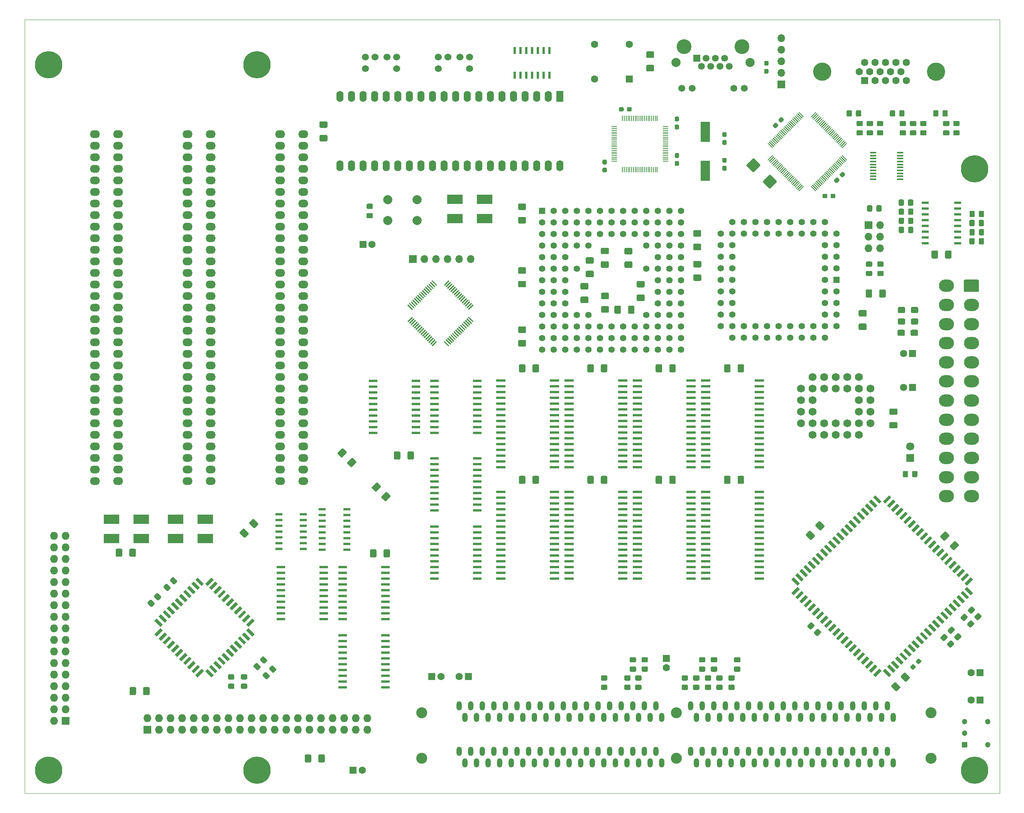
<source format=gbr>
%TF.GenerationSoftware,KiCad,Pcbnew,5.1.9*%
%TF.CreationDate,2021-03-28T04:41:59-04:00*%
%TF.ProjectId,C68,4336382e-6b69-4636-9164-5f7063625858,rev?*%
%TF.SameCoordinates,Original*%
%TF.FileFunction,Soldermask,Top*%
%TF.FilePolarity,Negative*%
%FSLAX46Y46*%
G04 Gerber Fmt 4.6, Leading zero omitted, Abs format (unit mm)*
G04 Created by KiCad (PCBNEW 5.1.9) date 2021-03-28 04:41:59*
%MOMM*%
%LPD*%
G01*
G04 APERTURE LIST*
%TA.AperFunction,Profile*%
%ADD10C,0.050000*%
%TD*%
%ADD11R,1.950000X0.600000*%
%ADD12O,2.200000X1.700000*%
%ADD13R,1.200000X1.200000*%
%ADD14C,1.200000*%
%ADD15O,1.700000X1.700000*%
%ADD16R,1.700000X1.700000*%
%ADD17R,1.500000X0.600000*%
%ADD18R,2.000000X0.600000*%
%ADD19C,2.000000*%
%ADD20C,1.397000*%
%ADD21R,1.397000X1.397000*%
%ADD22C,2.410000*%
%ADD23O,1.200000X2.000000*%
%ADD24C,6.000000*%
%ADD25R,0.230000X1.200000*%
%ADD26R,1.200000X0.230000*%
%ADD27R,1.450000X0.450000*%
%ADD28C,0.150000*%
%ADD29C,1.600000*%
%ADD30R,1.600000X1.600000*%
%ADD31C,4.000000*%
%ADD32R,0.600000X1.500000*%
%ADD33C,1.422400*%
%ADD34R,1.422400X1.422400*%
%ADD35C,1.750000*%
%ADD36R,3.500000X2.000000*%
%ADD37O,3.300000X2.700000*%
%ADD38C,1.524000*%
%ADD39C,1.500000*%
%ADD40C,3.250000*%
%ADD41R,1.500000X1.500000*%
%ADD42R,2.000000X4.500000*%
%ADD43R,1.600000X2.400000*%
%ADD44O,1.600000X2.400000*%
%ADD45C,1.800000*%
%ADD46R,1.800000X1.800000*%
%ADD47O,1.727200X1.727200*%
%ADD48R,1.727200X1.727200*%
G04 APERTURE END LIST*
D10*
X304000000Y-210000000D02*
X90000000Y-210000000D01*
X304000000Y-40000000D02*
X304000000Y-210000000D01*
X90000000Y-40000000D02*
X304000000Y-40000000D01*
X90000000Y-210000000D02*
X90000000Y-40000000D01*
D11*
X189390000Y-151395000D03*
X189390000Y-152665000D03*
X189390000Y-153935000D03*
X189390000Y-155205000D03*
X189390000Y-156475000D03*
X189390000Y-157745000D03*
X189390000Y-159015000D03*
X189390000Y-160285000D03*
X189390000Y-161555000D03*
X189390000Y-162825000D03*
X179990000Y-162825000D03*
X179990000Y-161555000D03*
X179990000Y-160285000D03*
X179990000Y-159015000D03*
X179990000Y-157745000D03*
X179990000Y-156475000D03*
X179990000Y-155205000D03*
X179990000Y-153935000D03*
X179990000Y-152665000D03*
X179990000Y-151395000D03*
G36*
G01*
X217064012Y-70783184D02*
X217539012Y-70783184D01*
G75*
G02*
X217776512Y-71020684I0J-237500D01*
G01*
X217776512Y-71595684D01*
G75*
G02*
X217539012Y-71833184I-237500J0D01*
G01*
X217064012Y-71833184D01*
G75*
G02*
X216826512Y-71595684I0J237500D01*
G01*
X216826512Y-71020684D01*
G75*
G02*
X217064012Y-70783184I237500J0D01*
G01*
G37*
G36*
G01*
X217064012Y-72533184D02*
X217539012Y-72533184D01*
G75*
G02*
X217776512Y-72770684I0J-237500D01*
G01*
X217776512Y-73345684D01*
G75*
G02*
X217539012Y-73583184I-237500J0D01*
G01*
X217064012Y-73583184D01*
G75*
G02*
X216826512Y-73345684I0J237500D01*
G01*
X216826512Y-72770684D01*
G75*
G02*
X217064012Y-72533184I237500J0D01*
G01*
G37*
D12*
X105430000Y-65220000D03*
X110510000Y-65220000D03*
X105430000Y-67760000D03*
X105430000Y-70300000D03*
X105430000Y-72840000D03*
X105430000Y-75380000D03*
X105430000Y-77920000D03*
X105430000Y-80460000D03*
X105430000Y-83000000D03*
X105430000Y-85540000D03*
X105430000Y-88080000D03*
X105430000Y-90620000D03*
X105430000Y-93160000D03*
X105430000Y-95700000D03*
X105430000Y-98240000D03*
X105430000Y-100780000D03*
X105430000Y-103320000D03*
X105430000Y-105860000D03*
X105430000Y-108400000D03*
X105430000Y-110940000D03*
X105430000Y-113480000D03*
X105430000Y-116020000D03*
X105430000Y-118560000D03*
X105430000Y-121100000D03*
X105430000Y-123640000D03*
X105430000Y-126180000D03*
X105430000Y-128720000D03*
X105430000Y-131260000D03*
X105430000Y-133800000D03*
X105430000Y-136340000D03*
X105430000Y-138880000D03*
X105430000Y-141420000D03*
X110510000Y-67760000D03*
X110510000Y-70300000D03*
X110510000Y-72840000D03*
X110510000Y-75380000D03*
X110510000Y-77920000D03*
X110510000Y-80460000D03*
X110510000Y-83000000D03*
X110510000Y-85540000D03*
X110510000Y-88080000D03*
X110510000Y-90620000D03*
X110510000Y-93160000D03*
X110510000Y-95700000D03*
X110510000Y-98240000D03*
X110510000Y-100780000D03*
X110510000Y-103320000D03*
X110510000Y-105860000D03*
X110510000Y-108400000D03*
X110510000Y-110940000D03*
X110510000Y-113480000D03*
X110510000Y-116020000D03*
X110510000Y-118560000D03*
X110510000Y-121100000D03*
X110510000Y-123640000D03*
X110510000Y-126180000D03*
X110510000Y-128720000D03*
X110510000Y-131260000D03*
X110510000Y-133800000D03*
X110510000Y-136340000D03*
X110510000Y-138880000D03*
X110510000Y-141420000D03*
D13*
X296250000Y-199320000D03*
D14*
X296250000Y-196780000D03*
X296250000Y-194240000D03*
X301330000Y-199320000D03*
X301330000Y-194240000D03*
G36*
G01*
X198490000Y-141735000D02*
X198490000Y-140485000D01*
G75*
G02*
X198740000Y-140235000I250000J0D01*
G01*
X199665000Y-140235000D01*
G75*
G02*
X199915000Y-140485000I0J-250000D01*
G01*
X199915000Y-141735000D01*
G75*
G02*
X199665000Y-141985000I-250000J0D01*
G01*
X198740000Y-141985000D01*
G75*
G02*
X198490000Y-141735000I0J250000D01*
G01*
G37*
G36*
G01*
X201465000Y-141735000D02*
X201465000Y-140485000D01*
G75*
G02*
X201715000Y-140235000I250000J0D01*
G01*
X202640000Y-140235000D01*
G75*
G02*
X202890000Y-140485000I0J-250000D01*
G01*
X202890000Y-141735000D01*
G75*
G02*
X202640000Y-141985000I-250000J0D01*
G01*
X201715000Y-141985000D01*
G75*
G02*
X201465000Y-141735000I0J250000D01*
G01*
G37*
G36*
G01*
X214655000Y-96617500D02*
X213405000Y-96617500D01*
G75*
G02*
X213155000Y-96367500I0J250000D01*
G01*
X213155000Y-95442500D01*
G75*
G02*
X213405000Y-95192500I250000J0D01*
G01*
X214655000Y-95192500D01*
G75*
G02*
X214905000Y-95442500I0J-250000D01*
G01*
X214905000Y-96367500D01*
G75*
G02*
X214655000Y-96617500I-250000J0D01*
G01*
G37*
G36*
G01*
X214655000Y-93642500D02*
X213405000Y-93642500D01*
G75*
G02*
X213155000Y-93392500I0J250000D01*
G01*
X213155000Y-92467500D01*
G75*
G02*
X213405000Y-92217500I250000J0D01*
G01*
X214655000Y-92217500D01*
G75*
G02*
X214905000Y-92467500I0J-250000D01*
G01*
X214905000Y-93392500D01*
G75*
G02*
X214655000Y-93642500I-250000J0D01*
G01*
G37*
D15*
X277740000Y-90230000D03*
X275200000Y-90230000D03*
X277740000Y-87690000D03*
X275200000Y-87690000D03*
X277740000Y-85150000D03*
D16*
X275200000Y-85150000D03*
G36*
G01*
X187578233Y-105300820D02*
X188515149Y-106237736D01*
G75*
G02*
X188515149Y-106343802I-53033J-53033D01*
G01*
X188409083Y-106449868D01*
G75*
G02*
X188303017Y-106449868I-53033J53033D01*
G01*
X187366101Y-105512952D01*
G75*
G02*
X187366101Y-105406886I53033J53033D01*
G01*
X187472167Y-105300820D01*
G75*
G02*
X187578233Y-105300820I53033J-53033D01*
G01*
G37*
G36*
G01*
X187224679Y-105654373D02*
X188161595Y-106591289D01*
G75*
G02*
X188161595Y-106697355I-53033J-53033D01*
G01*
X188055529Y-106803421D01*
G75*
G02*
X187949463Y-106803421I-53033J53033D01*
G01*
X187012547Y-105866505D01*
G75*
G02*
X187012547Y-105760439I53033J53033D01*
G01*
X187118613Y-105654373D01*
G75*
G02*
X187224679Y-105654373I53033J-53033D01*
G01*
G37*
G36*
G01*
X186871126Y-106007927D02*
X187808042Y-106944843D01*
G75*
G02*
X187808042Y-107050909I-53033J-53033D01*
G01*
X187701976Y-107156975D01*
G75*
G02*
X187595910Y-107156975I-53033J53033D01*
G01*
X186658994Y-106220059D01*
G75*
G02*
X186658994Y-106113993I53033J53033D01*
G01*
X186765060Y-106007927D01*
G75*
G02*
X186871126Y-106007927I53033J-53033D01*
G01*
G37*
G36*
G01*
X186517572Y-106361480D02*
X187454488Y-107298396D01*
G75*
G02*
X187454488Y-107404462I-53033J-53033D01*
G01*
X187348422Y-107510528D01*
G75*
G02*
X187242356Y-107510528I-53033J53033D01*
G01*
X186305440Y-106573612D01*
G75*
G02*
X186305440Y-106467546I53033J53033D01*
G01*
X186411506Y-106361480D01*
G75*
G02*
X186517572Y-106361480I53033J-53033D01*
G01*
G37*
G36*
G01*
X186164019Y-106715033D02*
X187100935Y-107651949D01*
G75*
G02*
X187100935Y-107758015I-53033J-53033D01*
G01*
X186994869Y-107864081D01*
G75*
G02*
X186888803Y-107864081I-53033J53033D01*
G01*
X185951887Y-106927165D01*
G75*
G02*
X185951887Y-106821099I53033J53033D01*
G01*
X186057953Y-106715033D01*
G75*
G02*
X186164019Y-106715033I53033J-53033D01*
G01*
G37*
G36*
G01*
X185810466Y-107068587D02*
X186747382Y-108005503D01*
G75*
G02*
X186747382Y-108111569I-53033J-53033D01*
G01*
X186641316Y-108217635D01*
G75*
G02*
X186535250Y-108217635I-53033J53033D01*
G01*
X185598334Y-107280719D01*
G75*
G02*
X185598334Y-107174653I53033J53033D01*
G01*
X185704400Y-107068587D01*
G75*
G02*
X185810466Y-107068587I53033J-53033D01*
G01*
G37*
G36*
G01*
X185456912Y-107422140D02*
X186393828Y-108359056D01*
G75*
G02*
X186393828Y-108465122I-53033J-53033D01*
G01*
X186287762Y-108571188D01*
G75*
G02*
X186181696Y-108571188I-53033J53033D01*
G01*
X185244780Y-107634272D01*
G75*
G02*
X185244780Y-107528206I53033J53033D01*
G01*
X185350846Y-107422140D01*
G75*
G02*
X185456912Y-107422140I53033J-53033D01*
G01*
G37*
G36*
G01*
X185103359Y-107775693D02*
X186040275Y-108712609D01*
G75*
G02*
X186040275Y-108818675I-53033J-53033D01*
G01*
X185934209Y-108924741D01*
G75*
G02*
X185828143Y-108924741I-53033J53033D01*
G01*
X184891227Y-107987825D01*
G75*
G02*
X184891227Y-107881759I53033J53033D01*
G01*
X184997293Y-107775693D01*
G75*
G02*
X185103359Y-107775693I53033J-53033D01*
G01*
G37*
G36*
G01*
X184749805Y-108129247D02*
X185686721Y-109066163D01*
G75*
G02*
X185686721Y-109172229I-53033J-53033D01*
G01*
X185580655Y-109278295D01*
G75*
G02*
X185474589Y-109278295I-53033J53033D01*
G01*
X184537673Y-108341379D01*
G75*
G02*
X184537673Y-108235313I53033J53033D01*
G01*
X184643739Y-108129247D01*
G75*
G02*
X184749805Y-108129247I53033J-53033D01*
G01*
G37*
G36*
G01*
X184396252Y-108482800D02*
X185333168Y-109419716D01*
G75*
G02*
X185333168Y-109525782I-53033J-53033D01*
G01*
X185227102Y-109631848D01*
G75*
G02*
X185121036Y-109631848I-53033J53033D01*
G01*
X184184120Y-108694932D01*
G75*
G02*
X184184120Y-108588866I53033J53033D01*
G01*
X184290186Y-108482800D01*
G75*
G02*
X184396252Y-108482800I53033J-53033D01*
G01*
G37*
G36*
G01*
X184042699Y-108836354D02*
X184979615Y-109773270D01*
G75*
G02*
X184979615Y-109879336I-53033J-53033D01*
G01*
X184873549Y-109985402D01*
G75*
G02*
X184767483Y-109985402I-53033J53033D01*
G01*
X183830567Y-109048486D01*
G75*
G02*
X183830567Y-108942420I53033J53033D01*
G01*
X183936633Y-108836354D01*
G75*
G02*
X184042699Y-108836354I53033J-53033D01*
G01*
G37*
G36*
G01*
X183689145Y-109189907D02*
X184626061Y-110126823D01*
G75*
G02*
X184626061Y-110232889I-53033J-53033D01*
G01*
X184519995Y-110338955D01*
G75*
G02*
X184413929Y-110338955I-53033J53033D01*
G01*
X183477013Y-109402039D01*
G75*
G02*
X183477013Y-109295973I53033J53033D01*
G01*
X183583079Y-109189907D01*
G75*
G02*
X183689145Y-109189907I53033J-53033D01*
G01*
G37*
G36*
G01*
X183335592Y-109543460D02*
X184272508Y-110480376D01*
G75*
G02*
X184272508Y-110586442I-53033J-53033D01*
G01*
X184166442Y-110692508D01*
G75*
G02*
X184060376Y-110692508I-53033J53033D01*
G01*
X183123460Y-109755592D01*
G75*
G02*
X183123460Y-109649526I53033J53033D01*
G01*
X183229526Y-109543460D01*
G75*
G02*
X183335592Y-109543460I53033J-53033D01*
G01*
G37*
G36*
G01*
X182982039Y-109897014D02*
X183918955Y-110833930D01*
G75*
G02*
X183918955Y-110939996I-53033J-53033D01*
G01*
X183812889Y-111046062D01*
G75*
G02*
X183706823Y-111046062I-53033J53033D01*
G01*
X182769907Y-110109146D01*
G75*
G02*
X182769907Y-110003080I53033J53033D01*
G01*
X182875973Y-109897014D01*
G75*
G02*
X182982039Y-109897014I53033J-53033D01*
G01*
G37*
G36*
G01*
X182628485Y-110250567D02*
X183565401Y-111187483D01*
G75*
G02*
X183565401Y-111293549I-53033J-53033D01*
G01*
X183459335Y-111399615D01*
G75*
G02*
X183353269Y-111399615I-53033J53033D01*
G01*
X182416353Y-110462699D01*
G75*
G02*
X182416353Y-110356633I53033J53033D01*
G01*
X182522419Y-110250567D01*
G75*
G02*
X182628485Y-110250567I53033J-53033D01*
G01*
G37*
G36*
G01*
X182274932Y-110604121D02*
X183211848Y-111541037D01*
G75*
G02*
X183211848Y-111647103I-53033J-53033D01*
G01*
X183105782Y-111753169D01*
G75*
G02*
X182999716Y-111753169I-53033J53033D01*
G01*
X182062800Y-110816253D01*
G75*
G02*
X182062800Y-110710187I53033J53033D01*
G01*
X182168866Y-110604121D01*
G75*
G02*
X182274932Y-110604121I53033J-53033D01*
G01*
G37*
G36*
G01*
X180401098Y-110604121D02*
X180507164Y-110710187D01*
G75*
G02*
X180507164Y-110816253I-53033J-53033D01*
G01*
X179570248Y-111753169D01*
G75*
G02*
X179464182Y-111753169I-53033J53033D01*
G01*
X179358116Y-111647103D01*
G75*
G02*
X179358116Y-111541037I53033J53033D01*
G01*
X180295032Y-110604121D01*
G75*
G02*
X180401098Y-110604121I53033J-53033D01*
G01*
G37*
G36*
G01*
X180047545Y-110250567D02*
X180153611Y-110356633D01*
G75*
G02*
X180153611Y-110462699I-53033J-53033D01*
G01*
X179216695Y-111399615D01*
G75*
G02*
X179110629Y-111399615I-53033J53033D01*
G01*
X179004563Y-111293549D01*
G75*
G02*
X179004563Y-111187483I53033J53033D01*
G01*
X179941479Y-110250567D01*
G75*
G02*
X180047545Y-110250567I53033J-53033D01*
G01*
G37*
G36*
G01*
X179693991Y-109897014D02*
X179800057Y-110003080D01*
G75*
G02*
X179800057Y-110109146I-53033J-53033D01*
G01*
X178863141Y-111046062D01*
G75*
G02*
X178757075Y-111046062I-53033J53033D01*
G01*
X178651009Y-110939996D01*
G75*
G02*
X178651009Y-110833930I53033J53033D01*
G01*
X179587925Y-109897014D01*
G75*
G02*
X179693991Y-109897014I53033J-53033D01*
G01*
G37*
G36*
G01*
X179340438Y-109543460D02*
X179446504Y-109649526D01*
G75*
G02*
X179446504Y-109755592I-53033J-53033D01*
G01*
X178509588Y-110692508D01*
G75*
G02*
X178403522Y-110692508I-53033J53033D01*
G01*
X178297456Y-110586442D01*
G75*
G02*
X178297456Y-110480376I53033J53033D01*
G01*
X179234372Y-109543460D01*
G75*
G02*
X179340438Y-109543460I53033J-53033D01*
G01*
G37*
G36*
G01*
X178986885Y-109189907D02*
X179092951Y-109295973D01*
G75*
G02*
X179092951Y-109402039I-53033J-53033D01*
G01*
X178156035Y-110338955D01*
G75*
G02*
X178049969Y-110338955I-53033J53033D01*
G01*
X177943903Y-110232889D01*
G75*
G02*
X177943903Y-110126823I53033J53033D01*
G01*
X178880819Y-109189907D01*
G75*
G02*
X178986885Y-109189907I53033J-53033D01*
G01*
G37*
G36*
G01*
X178633331Y-108836354D02*
X178739397Y-108942420D01*
G75*
G02*
X178739397Y-109048486I-53033J-53033D01*
G01*
X177802481Y-109985402D01*
G75*
G02*
X177696415Y-109985402I-53033J53033D01*
G01*
X177590349Y-109879336D01*
G75*
G02*
X177590349Y-109773270I53033J53033D01*
G01*
X178527265Y-108836354D01*
G75*
G02*
X178633331Y-108836354I53033J-53033D01*
G01*
G37*
G36*
G01*
X178279778Y-108482800D02*
X178385844Y-108588866D01*
G75*
G02*
X178385844Y-108694932I-53033J-53033D01*
G01*
X177448928Y-109631848D01*
G75*
G02*
X177342862Y-109631848I-53033J53033D01*
G01*
X177236796Y-109525782D01*
G75*
G02*
X177236796Y-109419716I53033J53033D01*
G01*
X178173712Y-108482800D01*
G75*
G02*
X178279778Y-108482800I53033J-53033D01*
G01*
G37*
G36*
G01*
X177926225Y-108129247D02*
X178032291Y-108235313D01*
G75*
G02*
X178032291Y-108341379I-53033J-53033D01*
G01*
X177095375Y-109278295D01*
G75*
G02*
X176989309Y-109278295I-53033J53033D01*
G01*
X176883243Y-109172229D01*
G75*
G02*
X176883243Y-109066163I53033J53033D01*
G01*
X177820159Y-108129247D01*
G75*
G02*
X177926225Y-108129247I53033J-53033D01*
G01*
G37*
G36*
G01*
X177572671Y-107775693D02*
X177678737Y-107881759D01*
G75*
G02*
X177678737Y-107987825I-53033J-53033D01*
G01*
X176741821Y-108924741D01*
G75*
G02*
X176635755Y-108924741I-53033J53033D01*
G01*
X176529689Y-108818675D01*
G75*
G02*
X176529689Y-108712609I53033J53033D01*
G01*
X177466605Y-107775693D01*
G75*
G02*
X177572671Y-107775693I53033J-53033D01*
G01*
G37*
G36*
G01*
X177219118Y-107422140D02*
X177325184Y-107528206D01*
G75*
G02*
X177325184Y-107634272I-53033J-53033D01*
G01*
X176388268Y-108571188D01*
G75*
G02*
X176282202Y-108571188I-53033J53033D01*
G01*
X176176136Y-108465122D01*
G75*
G02*
X176176136Y-108359056I53033J53033D01*
G01*
X177113052Y-107422140D01*
G75*
G02*
X177219118Y-107422140I53033J-53033D01*
G01*
G37*
G36*
G01*
X176865564Y-107068587D02*
X176971630Y-107174653D01*
G75*
G02*
X176971630Y-107280719I-53033J-53033D01*
G01*
X176034714Y-108217635D01*
G75*
G02*
X175928648Y-108217635I-53033J53033D01*
G01*
X175822582Y-108111569D01*
G75*
G02*
X175822582Y-108005503I53033J53033D01*
G01*
X176759498Y-107068587D01*
G75*
G02*
X176865564Y-107068587I53033J-53033D01*
G01*
G37*
G36*
G01*
X176512011Y-106715033D02*
X176618077Y-106821099D01*
G75*
G02*
X176618077Y-106927165I-53033J-53033D01*
G01*
X175681161Y-107864081D01*
G75*
G02*
X175575095Y-107864081I-53033J53033D01*
G01*
X175469029Y-107758015D01*
G75*
G02*
X175469029Y-107651949I53033J53033D01*
G01*
X176405945Y-106715033D01*
G75*
G02*
X176512011Y-106715033I53033J-53033D01*
G01*
G37*
G36*
G01*
X176158458Y-106361480D02*
X176264524Y-106467546D01*
G75*
G02*
X176264524Y-106573612I-53033J-53033D01*
G01*
X175327608Y-107510528D01*
G75*
G02*
X175221542Y-107510528I-53033J53033D01*
G01*
X175115476Y-107404462D01*
G75*
G02*
X175115476Y-107298396I53033J53033D01*
G01*
X176052392Y-106361480D01*
G75*
G02*
X176158458Y-106361480I53033J-53033D01*
G01*
G37*
G36*
G01*
X175804904Y-106007927D02*
X175910970Y-106113993D01*
G75*
G02*
X175910970Y-106220059I-53033J-53033D01*
G01*
X174974054Y-107156975D01*
G75*
G02*
X174867988Y-107156975I-53033J53033D01*
G01*
X174761922Y-107050909D01*
G75*
G02*
X174761922Y-106944843I53033J53033D01*
G01*
X175698838Y-106007927D01*
G75*
G02*
X175804904Y-106007927I53033J-53033D01*
G01*
G37*
G36*
G01*
X175451351Y-105654373D02*
X175557417Y-105760439D01*
G75*
G02*
X175557417Y-105866505I-53033J-53033D01*
G01*
X174620501Y-106803421D01*
G75*
G02*
X174514435Y-106803421I-53033J53033D01*
G01*
X174408369Y-106697355D01*
G75*
G02*
X174408369Y-106591289I53033J53033D01*
G01*
X175345285Y-105654373D01*
G75*
G02*
X175451351Y-105654373I53033J-53033D01*
G01*
G37*
G36*
G01*
X175097797Y-105300820D02*
X175203863Y-105406886D01*
G75*
G02*
X175203863Y-105512952I-53033J-53033D01*
G01*
X174266947Y-106449868D01*
G75*
G02*
X174160881Y-106449868I-53033J53033D01*
G01*
X174054815Y-106343802D01*
G75*
G02*
X174054815Y-106237736I53033J53033D01*
G01*
X174991731Y-105300820D01*
G75*
G02*
X175097797Y-105300820I53033J-53033D01*
G01*
G37*
G36*
G01*
X174266947Y-102596136D02*
X175203863Y-103533052D01*
G75*
G02*
X175203863Y-103639118I-53033J-53033D01*
G01*
X175097797Y-103745184D01*
G75*
G02*
X174991731Y-103745184I-53033J53033D01*
G01*
X174054815Y-102808268D01*
G75*
G02*
X174054815Y-102702202I53033J53033D01*
G01*
X174160881Y-102596136D01*
G75*
G02*
X174266947Y-102596136I53033J-53033D01*
G01*
G37*
G36*
G01*
X174620501Y-102242583D02*
X175557417Y-103179499D01*
G75*
G02*
X175557417Y-103285565I-53033J-53033D01*
G01*
X175451351Y-103391631D01*
G75*
G02*
X175345285Y-103391631I-53033J53033D01*
G01*
X174408369Y-102454715D01*
G75*
G02*
X174408369Y-102348649I53033J53033D01*
G01*
X174514435Y-102242583D01*
G75*
G02*
X174620501Y-102242583I53033J-53033D01*
G01*
G37*
G36*
G01*
X174974054Y-101889029D02*
X175910970Y-102825945D01*
G75*
G02*
X175910970Y-102932011I-53033J-53033D01*
G01*
X175804904Y-103038077D01*
G75*
G02*
X175698838Y-103038077I-53033J53033D01*
G01*
X174761922Y-102101161D01*
G75*
G02*
X174761922Y-101995095I53033J53033D01*
G01*
X174867988Y-101889029D01*
G75*
G02*
X174974054Y-101889029I53033J-53033D01*
G01*
G37*
G36*
G01*
X175327608Y-101535476D02*
X176264524Y-102472392D01*
G75*
G02*
X176264524Y-102578458I-53033J-53033D01*
G01*
X176158458Y-102684524D01*
G75*
G02*
X176052392Y-102684524I-53033J53033D01*
G01*
X175115476Y-101747608D01*
G75*
G02*
X175115476Y-101641542I53033J53033D01*
G01*
X175221542Y-101535476D01*
G75*
G02*
X175327608Y-101535476I53033J-53033D01*
G01*
G37*
G36*
G01*
X175681161Y-101181923D02*
X176618077Y-102118839D01*
G75*
G02*
X176618077Y-102224905I-53033J-53033D01*
G01*
X176512011Y-102330971D01*
G75*
G02*
X176405945Y-102330971I-53033J53033D01*
G01*
X175469029Y-101394055D01*
G75*
G02*
X175469029Y-101287989I53033J53033D01*
G01*
X175575095Y-101181923D01*
G75*
G02*
X175681161Y-101181923I53033J-53033D01*
G01*
G37*
G36*
G01*
X176034714Y-100828369D02*
X176971630Y-101765285D01*
G75*
G02*
X176971630Y-101871351I-53033J-53033D01*
G01*
X176865564Y-101977417D01*
G75*
G02*
X176759498Y-101977417I-53033J53033D01*
G01*
X175822582Y-101040501D01*
G75*
G02*
X175822582Y-100934435I53033J53033D01*
G01*
X175928648Y-100828369D01*
G75*
G02*
X176034714Y-100828369I53033J-53033D01*
G01*
G37*
G36*
G01*
X176388268Y-100474816D02*
X177325184Y-101411732D01*
G75*
G02*
X177325184Y-101517798I-53033J-53033D01*
G01*
X177219118Y-101623864D01*
G75*
G02*
X177113052Y-101623864I-53033J53033D01*
G01*
X176176136Y-100686948D01*
G75*
G02*
X176176136Y-100580882I53033J53033D01*
G01*
X176282202Y-100474816D01*
G75*
G02*
X176388268Y-100474816I53033J-53033D01*
G01*
G37*
G36*
G01*
X176741821Y-100121263D02*
X177678737Y-101058179D01*
G75*
G02*
X177678737Y-101164245I-53033J-53033D01*
G01*
X177572671Y-101270311D01*
G75*
G02*
X177466605Y-101270311I-53033J53033D01*
G01*
X176529689Y-100333395D01*
G75*
G02*
X176529689Y-100227329I53033J53033D01*
G01*
X176635755Y-100121263D01*
G75*
G02*
X176741821Y-100121263I53033J-53033D01*
G01*
G37*
G36*
G01*
X177095375Y-99767709D02*
X178032291Y-100704625D01*
G75*
G02*
X178032291Y-100810691I-53033J-53033D01*
G01*
X177926225Y-100916757D01*
G75*
G02*
X177820159Y-100916757I-53033J53033D01*
G01*
X176883243Y-99979841D01*
G75*
G02*
X176883243Y-99873775I53033J53033D01*
G01*
X176989309Y-99767709D01*
G75*
G02*
X177095375Y-99767709I53033J-53033D01*
G01*
G37*
G36*
G01*
X177448928Y-99414156D02*
X178385844Y-100351072D01*
G75*
G02*
X178385844Y-100457138I-53033J-53033D01*
G01*
X178279778Y-100563204D01*
G75*
G02*
X178173712Y-100563204I-53033J53033D01*
G01*
X177236796Y-99626288D01*
G75*
G02*
X177236796Y-99520222I53033J53033D01*
G01*
X177342862Y-99414156D01*
G75*
G02*
X177448928Y-99414156I53033J-53033D01*
G01*
G37*
G36*
G01*
X177802481Y-99060602D02*
X178739397Y-99997518D01*
G75*
G02*
X178739397Y-100103584I-53033J-53033D01*
G01*
X178633331Y-100209650D01*
G75*
G02*
X178527265Y-100209650I-53033J53033D01*
G01*
X177590349Y-99272734D01*
G75*
G02*
X177590349Y-99166668I53033J53033D01*
G01*
X177696415Y-99060602D01*
G75*
G02*
X177802481Y-99060602I53033J-53033D01*
G01*
G37*
G36*
G01*
X178156035Y-98707049D02*
X179092951Y-99643965D01*
G75*
G02*
X179092951Y-99750031I-53033J-53033D01*
G01*
X178986885Y-99856097D01*
G75*
G02*
X178880819Y-99856097I-53033J53033D01*
G01*
X177943903Y-98919181D01*
G75*
G02*
X177943903Y-98813115I53033J53033D01*
G01*
X178049969Y-98707049D01*
G75*
G02*
X178156035Y-98707049I53033J-53033D01*
G01*
G37*
G36*
G01*
X178509588Y-98353496D02*
X179446504Y-99290412D01*
G75*
G02*
X179446504Y-99396478I-53033J-53033D01*
G01*
X179340438Y-99502544D01*
G75*
G02*
X179234372Y-99502544I-53033J53033D01*
G01*
X178297456Y-98565628D01*
G75*
G02*
X178297456Y-98459562I53033J53033D01*
G01*
X178403522Y-98353496D01*
G75*
G02*
X178509588Y-98353496I53033J-53033D01*
G01*
G37*
G36*
G01*
X178863141Y-97999942D02*
X179800057Y-98936858D01*
G75*
G02*
X179800057Y-99042924I-53033J-53033D01*
G01*
X179693991Y-99148990D01*
G75*
G02*
X179587925Y-99148990I-53033J53033D01*
G01*
X178651009Y-98212074D01*
G75*
G02*
X178651009Y-98106008I53033J53033D01*
G01*
X178757075Y-97999942D01*
G75*
G02*
X178863141Y-97999942I53033J-53033D01*
G01*
G37*
G36*
G01*
X179216695Y-97646389D02*
X180153611Y-98583305D01*
G75*
G02*
X180153611Y-98689371I-53033J-53033D01*
G01*
X180047545Y-98795437D01*
G75*
G02*
X179941479Y-98795437I-53033J53033D01*
G01*
X179004563Y-97858521D01*
G75*
G02*
X179004563Y-97752455I53033J53033D01*
G01*
X179110629Y-97646389D01*
G75*
G02*
X179216695Y-97646389I53033J-53033D01*
G01*
G37*
G36*
G01*
X179570248Y-97292835D02*
X180507164Y-98229751D01*
G75*
G02*
X180507164Y-98335817I-53033J-53033D01*
G01*
X180401098Y-98441883D01*
G75*
G02*
X180295032Y-98441883I-53033J53033D01*
G01*
X179358116Y-97504967D01*
G75*
G02*
X179358116Y-97398901I53033J53033D01*
G01*
X179464182Y-97292835D01*
G75*
G02*
X179570248Y-97292835I53033J-53033D01*
G01*
G37*
G36*
G01*
X183105782Y-97292835D02*
X183211848Y-97398901D01*
G75*
G02*
X183211848Y-97504967I-53033J-53033D01*
G01*
X182274932Y-98441883D01*
G75*
G02*
X182168866Y-98441883I-53033J53033D01*
G01*
X182062800Y-98335817D01*
G75*
G02*
X182062800Y-98229751I53033J53033D01*
G01*
X182999716Y-97292835D01*
G75*
G02*
X183105782Y-97292835I53033J-53033D01*
G01*
G37*
G36*
G01*
X183459335Y-97646389D02*
X183565401Y-97752455D01*
G75*
G02*
X183565401Y-97858521I-53033J-53033D01*
G01*
X182628485Y-98795437D01*
G75*
G02*
X182522419Y-98795437I-53033J53033D01*
G01*
X182416353Y-98689371D01*
G75*
G02*
X182416353Y-98583305I53033J53033D01*
G01*
X183353269Y-97646389D01*
G75*
G02*
X183459335Y-97646389I53033J-53033D01*
G01*
G37*
G36*
G01*
X183812889Y-97999942D02*
X183918955Y-98106008D01*
G75*
G02*
X183918955Y-98212074I-53033J-53033D01*
G01*
X182982039Y-99148990D01*
G75*
G02*
X182875973Y-99148990I-53033J53033D01*
G01*
X182769907Y-99042924D01*
G75*
G02*
X182769907Y-98936858I53033J53033D01*
G01*
X183706823Y-97999942D01*
G75*
G02*
X183812889Y-97999942I53033J-53033D01*
G01*
G37*
G36*
G01*
X184166442Y-98353496D02*
X184272508Y-98459562D01*
G75*
G02*
X184272508Y-98565628I-53033J-53033D01*
G01*
X183335592Y-99502544D01*
G75*
G02*
X183229526Y-99502544I-53033J53033D01*
G01*
X183123460Y-99396478D01*
G75*
G02*
X183123460Y-99290412I53033J53033D01*
G01*
X184060376Y-98353496D01*
G75*
G02*
X184166442Y-98353496I53033J-53033D01*
G01*
G37*
G36*
G01*
X184519995Y-98707049D02*
X184626061Y-98813115D01*
G75*
G02*
X184626061Y-98919181I-53033J-53033D01*
G01*
X183689145Y-99856097D01*
G75*
G02*
X183583079Y-99856097I-53033J53033D01*
G01*
X183477013Y-99750031D01*
G75*
G02*
X183477013Y-99643965I53033J53033D01*
G01*
X184413929Y-98707049D01*
G75*
G02*
X184519995Y-98707049I53033J-53033D01*
G01*
G37*
G36*
G01*
X184873549Y-99060602D02*
X184979615Y-99166668D01*
G75*
G02*
X184979615Y-99272734I-53033J-53033D01*
G01*
X184042699Y-100209650D01*
G75*
G02*
X183936633Y-100209650I-53033J53033D01*
G01*
X183830567Y-100103584D01*
G75*
G02*
X183830567Y-99997518I53033J53033D01*
G01*
X184767483Y-99060602D01*
G75*
G02*
X184873549Y-99060602I53033J-53033D01*
G01*
G37*
G36*
G01*
X185227102Y-99414156D02*
X185333168Y-99520222D01*
G75*
G02*
X185333168Y-99626288I-53033J-53033D01*
G01*
X184396252Y-100563204D01*
G75*
G02*
X184290186Y-100563204I-53033J53033D01*
G01*
X184184120Y-100457138D01*
G75*
G02*
X184184120Y-100351072I53033J53033D01*
G01*
X185121036Y-99414156D01*
G75*
G02*
X185227102Y-99414156I53033J-53033D01*
G01*
G37*
G36*
G01*
X185580655Y-99767709D02*
X185686721Y-99873775D01*
G75*
G02*
X185686721Y-99979841I-53033J-53033D01*
G01*
X184749805Y-100916757D01*
G75*
G02*
X184643739Y-100916757I-53033J53033D01*
G01*
X184537673Y-100810691D01*
G75*
G02*
X184537673Y-100704625I53033J53033D01*
G01*
X185474589Y-99767709D01*
G75*
G02*
X185580655Y-99767709I53033J-53033D01*
G01*
G37*
G36*
G01*
X185934209Y-100121263D02*
X186040275Y-100227329D01*
G75*
G02*
X186040275Y-100333395I-53033J-53033D01*
G01*
X185103359Y-101270311D01*
G75*
G02*
X184997293Y-101270311I-53033J53033D01*
G01*
X184891227Y-101164245D01*
G75*
G02*
X184891227Y-101058179I53033J53033D01*
G01*
X185828143Y-100121263D01*
G75*
G02*
X185934209Y-100121263I53033J-53033D01*
G01*
G37*
G36*
G01*
X186287762Y-100474816D02*
X186393828Y-100580882D01*
G75*
G02*
X186393828Y-100686948I-53033J-53033D01*
G01*
X185456912Y-101623864D01*
G75*
G02*
X185350846Y-101623864I-53033J53033D01*
G01*
X185244780Y-101517798D01*
G75*
G02*
X185244780Y-101411732I53033J53033D01*
G01*
X186181696Y-100474816D01*
G75*
G02*
X186287762Y-100474816I53033J-53033D01*
G01*
G37*
G36*
G01*
X186641316Y-100828369D02*
X186747382Y-100934435D01*
G75*
G02*
X186747382Y-101040501I-53033J-53033D01*
G01*
X185810466Y-101977417D01*
G75*
G02*
X185704400Y-101977417I-53033J53033D01*
G01*
X185598334Y-101871351D01*
G75*
G02*
X185598334Y-101765285I53033J53033D01*
G01*
X186535250Y-100828369D01*
G75*
G02*
X186641316Y-100828369I53033J-53033D01*
G01*
G37*
G36*
G01*
X186994869Y-101181923D02*
X187100935Y-101287989D01*
G75*
G02*
X187100935Y-101394055I-53033J-53033D01*
G01*
X186164019Y-102330971D01*
G75*
G02*
X186057953Y-102330971I-53033J53033D01*
G01*
X185951887Y-102224905D01*
G75*
G02*
X185951887Y-102118839I53033J53033D01*
G01*
X186888803Y-101181923D01*
G75*
G02*
X186994869Y-101181923I53033J-53033D01*
G01*
G37*
G36*
G01*
X187348422Y-101535476D02*
X187454488Y-101641542D01*
G75*
G02*
X187454488Y-101747608I-53033J-53033D01*
G01*
X186517572Y-102684524D01*
G75*
G02*
X186411506Y-102684524I-53033J53033D01*
G01*
X186305440Y-102578458D01*
G75*
G02*
X186305440Y-102472392I53033J53033D01*
G01*
X187242356Y-101535476D01*
G75*
G02*
X187348422Y-101535476I53033J-53033D01*
G01*
G37*
G36*
G01*
X187701976Y-101889029D02*
X187808042Y-101995095D01*
G75*
G02*
X187808042Y-102101161I-53033J-53033D01*
G01*
X186871126Y-103038077D01*
G75*
G02*
X186765060Y-103038077I-53033J53033D01*
G01*
X186658994Y-102932011D01*
G75*
G02*
X186658994Y-102825945I53033J53033D01*
G01*
X187595910Y-101889029D01*
G75*
G02*
X187701976Y-101889029I53033J-53033D01*
G01*
G37*
G36*
G01*
X188055529Y-102242583D02*
X188161595Y-102348649D01*
G75*
G02*
X188161595Y-102454715I-53033J-53033D01*
G01*
X187224679Y-103391631D01*
G75*
G02*
X187118613Y-103391631I-53033J53033D01*
G01*
X187012547Y-103285565D01*
G75*
G02*
X187012547Y-103179499I53033J53033D01*
G01*
X187949463Y-102242583D01*
G75*
G02*
X188055529Y-102242583I53033J-53033D01*
G01*
G37*
G36*
G01*
X188409083Y-102596136D02*
X188515149Y-102702202D01*
G75*
G02*
X188515149Y-102808268I-53033J-53033D01*
G01*
X187578233Y-103745184D01*
G75*
G02*
X187472167Y-103745184I-53033J53033D01*
G01*
X187366101Y-103639118D01*
G75*
G02*
X187366101Y-103533052I53033J53033D01*
G01*
X188303017Y-102596136D01*
G75*
G02*
X188409083Y-102596136I53033J-53033D01*
G01*
G37*
G36*
G01*
X219452500Y-104355000D02*
X219452500Y-103105000D01*
G75*
G02*
X219702500Y-102855000I250000J0D01*
G01*
X220627500Y-102855000D01*
G75*
G02*
X220877500Y-103105000I0J-250000D01*
G01*
X220877500Y-104355000D01*
G75*
G02*
X220627500Y-104605000I-250000J0D01*
G01*
X219702500Y-104605000D01*
G75*
G02*
X219452500Y-104355000I0J250000D01*
G01*
G37*
G36*
G01*
X222427500Y-104355000D02*
X222427500Y-103105000D01*
G75*
G02*
X222677500Y-102855000I250000J0D01*
G01*
X223602500Y-102855000D01*
G75*
G02*
X223852500Y-103105000I0J-250000D01*
G01*
X223852500Y-104355000D01*
G75*
G02*
X223602500Y-104605000I-250000J0D01*
G01*
X222677500Y-104605000D01*
G75*
G02*
X222427500Y-104355000I0J250000D01*
G01*
G37*
G36*
G01*
X228502500Y-117235000D02*
X228502500Y-115985000D01*
G75*
G02*
X228752500Y-115735000I250000J0D01*
G01*
X229677500Y-115735000D01*
G75*
G02*
X229927500Y-115985000I0J-250000D01*
G01*
X229927500Y-117235000D01*
G75*
G02*
X229677500Y-117485000I-250000J0D01*
G01*
X228752500Y-117485000D01*
G75*
G02*
X228502500Y-117235000I0J250000D01*
G01*
G37*
G36*
G01*
X231477500Y-117235000D02*
X231477500Y-115985000D01*
G75*
G02*
X231727500Y-115735000I250000J0D01*
G01*
X232652500Y-115735000D01*
G75*
G02*
X232902500Y-115985000I0J-250000D01*
G01*
X232902500Y-117235000D01*
G75*
G02*
X232652500Y-117485000I-250000J0D01*
G01*
X231727500Y-117485000D01*
G75*
G02*
X231477500Y-117235000I0J250000D01*
G01*
G37*
D17*
X294740000Y-80265000D03*
X294740000Y-81535000D03*
X294740000Y-82805000D03*
X294740000Y-84075000D03*
X294740000Y-85345000D03*
X294740000Y-86615000D03*
X294740000Y-87885000D03*
X294740000Y-89155000D03*
X287640000Y-89155000D03*
X287640000Y-87885000D03*
X287640000Y-86615000D03*
X287640000Y-85345000D03*
X287640000Y-84075000D03*
X287640000Y-82805000D03*
X287640000Y-81535000D03*
X287640000Y-80265000D03*
G36*
G01*
X223145000Y-94567500D02*
X221895000Y-94567500D01*
G75*
G02*
X221645000Y-94317500I0J250000D01*
G01*
X221645000Y-93392500D01*
G75*
G02*
X221895000Y-93142500I250000J0D01*
G01*
X223145000Y-93142500D01*
G75*
G02*
X223395000Y-93392500I0J-250000D01*
G01*
X223395000Y-94317500D01*
G75*
G02*
X223145000Y-94567500I-250000J0D01*
G01*
G37*
G36*
G01*
X223145000Y-91592500D02*
X221895000Y-91592500D01*
G75*
G02*
X221645000Y-91342500I0J250000D01*
G01*
X221645000Y-90417500D01*
G75*
G02*
X221895000Y-90167500I250000J0D01*
G01*
X223145000Y-90167500D01*
G75*
G02*
X223395000Y-90417500I0J-250000D01*
G01*
X223395000Y-91342500D01*
G75*
G02*
X223145000Y-91592500I-250000J0D01*
G01*
G37*
D18*
X236270000Y-143785000D03*
X224510000Y-143785000D03*
X236270000Y-145055000D03*
X224510000Y-145055000D03*
X236270000Y-146325000D03*
X224510000Y-146325000D03*
X236270000Y-147595000D03*
X224510000Y-147595000D03*
X236270000Y-148865000D03*
X224510000Y-148865000D03*
X236270000Y-150135000D03*
X224510000Y-150135000D03*
X236270000Y-151405000D03*
X224510000Y-151405000D03*
X236270000Y-152675000D03*
X224510000Y-152675000D03*
X236270000Y-153945000D03*
X224510000Y-153945000D03*
X236270000Y-155215000D03*
X224510000Y-155215000D03*
X236270000Y-156485000D03*
X224510000Y-156485000D03*
X236270000Y-157755000D03*
X224510000Y-157755000D03*
X236270000Y-159025000D03*
X224510000Y-159025000D03*
X236270000Y-160295000D03*
X224510000Y-160295000D03*
X236270000Y-161565000D03*
X224510000Y-161565000D03*
X236270000Y-162835000D03*
X224510000Y-162835000D03*
G36*
G01*
X243502500Y-141735000D02*
X243502500Y-140485000D01*
G75*
G02*
X243752500Y-140235000I250000J0D01*
G01*
X244677500Y-140235000D01*
G75*
G02*
X244927500Y-140485000I0J-250000D01*
G01*
X244927500Y-141735000D01*
G75*
G02*
X244677500Y-141985000I-250000J0D01*
G01*
X243752500Y-141985000D01*
G75*
G02*
X243502500Y-141735000I0J250000D01*
G01*
G37*
G36*
G01*
X246477500Y-141735000D02*
X246477500Y-140485000D01*
G75*
G02*
X246727500Y-140235000I250000J0D01*
G01*
X247652500Y-140235000D01*
G75*
G02*
X247902500Y-140485000I0J-250000D01*
G01*
X247902500Y-141735000D01*
G75*
G02*
X247652500Y-141985000I-250000J0D01*
G01*
X246727500Y-141985000D01*
G75*
G02*
X246477500Y-141735000I0J250000D01*
G01*
G37*
G36*
G01*
X281815000Y-80660001D02*
X281815000Y-79759999D01*
G75*
G02*
X282064999Y-79510000I249999J0D01*
G01*
X282715001Y-79510000D01*
G75*
G02*
X282965000Y-79759999I0J-249999D01*
G01*
X282965000Y-80660001D01*
G75*
G02*
X282715001Y-80910000I-249999J0D01*
G01*
X282064999Y-80910000D01*
G75*
G02*
X281815000Y-80660001I0J249999D01*
G01*
G37*
G36*
G01*
X283865000Y-80660001D02*
X283865000Y-79759999D01*
G75*
G02*
X284114999Y-79510000I249999J0D01*
G01*
X284765001Y-79510000D01*
G75*
G02*
X285015000Y-79759999I0J-249999D01*
G01*
X285015000Y-80660001D01*
G75*
G02*
X284765001Y-80910000I-249999J0D01*
G01*
X284114999Y-80910000D01*
G75*
G02*
X283865000Y-80660001I0J249999D01*
G01*
G37*
X221270000Y-119285000D03*
X209510000Y-119285000D03*
X221270000Y-120555000D03*
X209510000Y-120555000D03*
X221270000Y-121825000D03*
X209510000Y-121825000D03*
X221270000Y-123095000D03*
X209510000Y-123095000D03*
X221270000Y-124365000D03*
X209510000Y-124365000D03*
X221270000Y-125635000D03*
X209510000Y-125635000D03*
X221270000Y-126905000D03*
X209510000Y-126905000D03*
X221270000Y-128175000D03*
X209510000Y-128175000D03*
X221270000Y-129445000D03*
X209510000Y-129445000D03*
X221270000Y-130715000D03*
X209510000Y-130715000D03*
X221270000Y-131985000D03*
X209510000Y-131985000D03*
X221270000Y-133255000D03*
X209510000Y-133255000D03*
X221270000Y-134525000D03*
X209510000Y-134525000D03*
X221270000Y-135795000D03*
X209510000Y-135795000D03*
X221270000Y-137065000D03*
X209510000Y-137065000D03*
X221270000Y-138335000D03*
X209510000Y-138335000D03*
G36*
G01*
X213502500Y-117235000D02*
X213502500Y-115985000D01*
G75*
G02*
X213752500Y-115735000I250000J0D01*
G01*
X214677500Y-115735000D01*
G75*
G02*
X214927500Y-115985000I0J-250000D01*
G01*
X214927500Y-117235000D01*
G75*
G02*
X214677500Y-117485000I-250000J0D01*
G01*
X213752500Y-117485000D01*
G75*
G02*
X213502500Y-117235000I0J250000D01*
G01*
G37*
G36*
G01*
X216477500Y-117235000D02*
X216477500Y-115985000D01*
G75*
G02*
X216727500Y-115735000I250000J0D01*
G01*
X217652500Y-115735000D01*
G75*
G02*
X217902500Y-115985000I0J-250000D01*
G01*
X217902500Y-117235000D01*
G75*
G02*
X217652500Y-117485000I-250000J0D01*
G01*
X216727500Y-117485000D01*
G75*
G02*
X216477500Y-117235000I0J250000D01*
G01*
G37*
G36*
G01*
X300565000Y-86259999D02*
X300565000Y-87160001D01*
G75*
G02*
X300315001Y-87410000I-249999J0D01*
G01*
X299664999Y-87410000D01*
G75*
G02*
X299415000Y-87160001I0J249999D01*
G01*
X299415000Y-86259999D01*
G75*
G02*
X299664999Y-86010000I249999J0D01*
G01*
X300315001Y-86010000D01*
G75*
G02*
X300565000Y-86259999I0J-249999D01*
G01*
G37*
G36*
G01*
X298515000Y-86259999D02*
X298515000Y-87160001D01*
G75*
G02*
X298265001Y-87410000I-249999J0D01*
G01*
X297614999Y-87410000D01*
G75*
G02*
X297365000Y-87160001I0J249999D01*
G01*
X297365000Y-86259999D01*
G75*
G02*
X297614999Y-86010000I249999J0D01*
G01*
X298265001Y-86010000D01*
G75*
G02*
X298515000Y-86259999I0J-249999D01*
G01*
G37*
G36*
G01*
X224585000Y-97422500D02*
X225835000Y-97422500D01*
G75*
G02*
X226085000Y-97672500I0J-250000D01*
G01*
X226085000Y-98597500D01*
G75*
G02*
X225835000Y-98847500I-250000J0D01*
G01*
X224585000Y-98847500D01*
G75*
G02*
X224335000Y-98597500I0J250000D01*
G01*
X224335000Y-97672500D01*
G75*
G02*
X224585000Y-97422500I250000J0D01*
G01*
G37*
G36*
G01*
X224585000Y-100397500D02*
X225835000Y-100397500D01*
G75*
G02*
X226085000Y-100647500I0J-250000D01*
G01*
X226085000Y-101572500D01*
G75*
G02*
X225835000Y-101822500I-250000J0D01*
G01*
X224585000Y-101822500D01*
G75*
G02*
X224335000Y-101572500I0J250000D01*
G01*
X224335000Y-100647500D01*
G75*
G02*
X224585000Y-100397500I250000J0D01*
G01*
G37*
D11*
X189390000Y-119395000D03*
X189390000Y-120665000D03*
X189390000Y-121935000D03*
X189390000Y-123205000D03*
X189390000Y-124475000D03*
X189390000Y-125745000D03*
X189390000Y-127015000D03*
X189390000Y-128285000D03*
X189390000Y-129555000D03*
X189390000Y-130825000D03*
X179990000Y-130825000D03*
X179990000Y-129555000D03*
X179990000Y-128285000D03*
X179990000Y-127015000D03*
X179990000Y-125745000D03*
X179990000Y-124475000D03*
X179990000Y-123205000D03*
X179990000Y-121935000D03*
X179990000Y-120665000D03*
X179990000Y-119395000D03*
D18*
X206270000Y-119285000D03*
X194510000Y-119285000D03*
X206270000Y-120555000D03*
X194510000Y-120555000D03*
X206270000Y-121825000D03*
X194510000Y-121825000D03*
X206270000Y-123095000D03*
X194510000Y-123095000D03*
X206270000Y-124365000D03*
X194510000Y-124365000D03*
X206270000Y-125635000D03*
X194510000Y-125635000D03*
X206270000Y-126905000D03*
X194510000Y-126905000D03*
X206270000Y-128175000D03*
X194510000Y-128175000D03*
X206270000Y-129445000D03*
X194510000Y-129445000D03*
X206270000Y-130715000D03*
X194510000Y-130715000D03*
X206270000Y-131985000D03*
X194510000Y-131985000D03*
X206270000Y-133255000D03*
X194510000Y-133255000D03*
X206270000Y-134525000D03*
X194510000Y-134525000D03*
X206270000Y-135795000D03*
X194510000Y-135795000D03*
X206270000Y-137065000D03*
X194510000Y-137065000D03*
X206270000Y-138335000D03*
X194510000Y-138335000D03*
D15*
X187890000Y-92610000D03*
X185350000Y-92610000D03*
X182810000Y-92610000D03*
X180270000Y-92610000D03*
X177730000Y-92610000D03*
D16*
X175190000Y-92610000D03*
G36*
G01*
X199815000Y-108847500D02*
X198565000Y-108847500D01*
G75*
G02*
X198315000Y-108597500I0J250000D01*
G01*
X198315000Y-107672500D01*
G75*
G02*
X198565000Y-107422500I250000J0D01*
G01*
X199815000Y-107422500D01*
G75*
G02*
X200065000Y-107672500I0J-250000D01*
G01*
X200065000Y-108597500D01*
G75*
G02*
X199815000Y-108847500I-250000J0D01*
G01*
G37*
G36*
G01*
X199815000Y-111822500D02*
X198565000Y-111822500D01*
G75*
G02*
X198315000Y-111572500I0J250000D01*
G01*
X198315000Y-110647500D01*
G75*
G02*
X198565000Y-110397500I250000J0D01*
G01*
X199815000Y-110397500D01*
G75*
G02*
X200065000Y-110647500I0J-250000D01*
G01*
X200065000Y-111572500D01*
G75*
G02*
X199815000Y-111822500I-250000J0D01*
G01*
G37*
G36*
G01*
X237015000Y-93012500D02*
X238265000Y-93012500D01*
G75*
G02*
X238515000Y-93262500I0J-250000D01*
G01*
X238515000Y-94187500D01*
G75*
G02*
X238265000Y-94437500I-250000J0D01*
G01*
X237015000Y-94437500D01*
G75*
G02*
X236765000Y-94187500I0J250000D01*
G01*
X236765000Y-93262500D01*
G75*
G02*
X237015000Y-93012500I250000J0D01*
G01*
G37*
G36*
G01*
X237015000Y-95987500D02*
X238265000Y-95987500D01*
G75*
G02*
X238515000Y-96237500I0J-250000D01*
G01*
X238515000Y-97162500D01*
G75*
G02*
X238265000Y-97412500I-250000J0D01*
G01*
X237015000Y-97412500D01*
G75*
G02*
X236765000Y-97162500I0J250000D01*
G01*
X236765000Y-96237500D01*
G75*
G02*
X237015000Y-95987500I250000J0D01*
G01*
G37*
G36*
G01*
X228502500Y-141735000D02*
X228502500Y-140485000D01*
G75*
G02*
X228752500Y-140235000I250000J0D01*
G01*
X229677500Y-140235000D01*
G75*
G02*
X229927500Y-140485000I0J-250000D01*
G01*
X229927500Y-141735000D01*
G75*
G02*
X229677500Y-141985000I-250000J0D01*
G01*
X228752500Y-141985000D01*
G75*
G02*
X228502500Y-141735000I0J250000D01*
G01*
G37*
G36*
G01*
X231477500Y-141735000D02*
X231477500Y-140485000D01*
G75*
G02*
X231727500Y-140235000I250000J0D01*
G01*
X232652500Y-140235000D01*
G75*
G02*
X232902500Y-140485000I0J-250000D01*
G01*
X232902500Y-141735000D01*
G75*
G02*
X232652500Y-141985000I-250000J0D01*
G01*
X231727500Y-141985000D01*
G75*
G02*
X231477500Y-141735000I0J250000D01*
G01*
G37*
D18*
X251270000Y-119285000D03*
X239510000Y-119285000D03*
X251270000Y-120555000D03*
X239510000Y-120555000D03*
X251270000Y-121825000D03*
X239510000Y-121825000D03*
X251270000Y-123095000D03*
X239510000Y-123095000D03*
X251270000Y-124365000D03*
X239510000Y-124365000D03*
X251270000Y-125635000D03*
X239510000Y-125635000D03*
X251270000Y-126905000D03*
X239510000Y-126905000D03*
X251270000Y-128175000D03*
X239510000Y-128175000D03*
X251270000Y-129445000D03*
X239510000Y-129445000D03*
X251270000Y-130715000D03*
X239510000Y-130715000D03*
X251270000Y-131985000D03*
X239510000Y-131985000D03*
X251270000Y-133255000D03*
X239510000Y-133255000D03*
X251270000Y-134525000D03*
X239510000Y-134525000D03*
X251270000Y-135795000D03*
X239510000Y-135795000D03*
X251270000Y-137065000D03*
X239510000Y-137065000D03*
X251270000Y-138335000D03*
X239510000Y-138335000D03*
X251270000Y-143785000D03*
X239510000Y-143785000D03*
X251270000Y-145055000D03*
X239510000Y-145055000D03*
X251270000Y-146325000D03*
X239510000Y-146325000D03*
X251270000Y-147595000D03*
X239510000Y-147595000D03*
X251270000Y-148865000D03*
X239510000Y-148865000D03*
X251270000Y-150135000D03*
X239510000Y-150135000D03*
X251270000Y-151405000D03*
X239510000Y-151405000D03*
X251270000Y-152675000D03*
X239510000Y-152675000D03*
X251270000Y-153945000D03*
X239510000Y-153945000D03*
X251270000Y-155215000D03*
X239510000Y-155215000D03*
X251270000Y-156485000D03*
X239510000Y-156485000D03*
X251270000Y-157755000D03*
X239510000Y-157755000D03*
X251270000Y-159025000D03*
X239510000Y-159025000D03*
X251270000Y-160295000D03*
X239510000Y-160295000D03*
X251270000Y-161565000D03*
X239510000Y-161565000D03*
X251270000Y-162835000D03*
X239510000Y-162835000D03*
D19*
X176190000Y-79610000D03*
X176190000Y-84110000D03*
X169690000Y-79610000D03*
X169690000Y-84110000D03*
G36*
G01*
X289030000Y-92235000D02*
X289030000Y-90985000D01*
G75*
G02*
X289280000Y-90735000I250000J0D01*
G01*
X290205000Y-90735000D01*
G75*
G02*
X290455000Y-90985000I0J-250000D01*
G01*
X290455000Y-92235000D01*
G75*
G02*
X290205000Y-92485000I-250000J0D01*
G01*
X289280000Y-92485000D01*
G75*
G02*
X289030000Y-92235000I0J250000D01*
G01*
G37*
G36*
G01*
X292005000Y-92235000D02*
X292005000Y-90985000D01*
G75*
G02*
X292255000Y-90735000I250000J0D01*
G01*
X293180000Y-90735000D01*
G75*
G02*
X293430000Y-90985000I0J-250000D01*
G01*
X293430000Y-92235000D01*
G75*
G02*
X293180000Y-92485000I-250000J0D01*
G01*
X292255000Y-92485000D01*
G75*
G02*
X292005000Y-92235000I0J250000D01*
G01*
G37*
G36*
G01*
X216765000Y-99992500D02*
X218015000Y-99992500D01*
G75*
G02*
X218265000Y-100242500I0J-250000D01*
G01*
X218265000Y-101167500D01*
G75*
G02*
X218015000Y-101417500I-250000J0D01*
G01*
X216765000Y-101417500D01*
G75*
G02*
X216515000Y-101167500I0J250000D01*
G01*
X216515000Y-100242500D01*
G75*
G02*
X216765000Y-99992500I250000J0D01*
G01*
G37*
G36*
G01*
X216765000Y-102967500D02*
X218015000Y-102967500D01*
G75*
G02*
X218265000Y-103217500I0J-250000D01*
G01*
X218265000Y-104142500D01*
G75*
G02*
X218015000Y-104392500I-250000J0D01*
G01*
X216765000Y-104392500D01*
G75*
G02*
X216515000Y-104142500I0J250000D01*
G01*
X216515000Y-103217500D01*
G75*
G02*
X216765000Y-102967500I250000J0D01*
G01*
G37*
G36*
G01*
X300540000Y-84259999D02*
X300540000Y-85160001D01*
G75*
G02*
X300290001Y-85410000I-249999J0D01*
G01*
X299639999Y-85410000D01*
G75*
G02*
X299390000Y-85160001I0J249999D01*
G01*
X299390000Y-84259999D01*
G75*
G02*
X299639999Y-84010000I249999J0D01*
G01*
X300290001Y-84010000D01*
G75*
G02*
X300540000Y-84259999I0J-249999D01*
G01*
G37*
G36*
G01*
X298490000Y-84259999D02*
X298490000Y-85160001D01*
G75*
G02*
X298240001Y-85410000I-249999J0D01*
G01*
X297589999Y-85410000D01*
G75*
G02*
X297340000Y-85160001I0J249999D01*
G01*
X297340000Y-84259999D01*
G75*
G02*
X297589999Y-84010000I249999J0D01*
G01*
X298240001Y-84010000D01*
G75*
G02*
X298490000Y-84259999I0J-249999D01*
G01*
G37*
G36*
G01*
X217975000Y-94517500D02*
X216725000Y-94517500D01*
G75*
G02*
X216475000Y-94267500I0J250000D01*
G01*
X216475000Y-93342500D01*
G75*
G02*
X216725000Y-93092500I250000J0D01*
G01*
X217975000Y-93092500D01*
G75*
G02*
X218225000Y-93342500I0J-250000D01*
G01*
X218225000Y-94267500D01*
G75*
G02*
X217975000Y-94517500I-250000J0D01*
G01*
G37*
G36*
G01*
X217975000Y-91542500D02*
X216725000Y-91542500D01*
G75*
G02*
X216475000Y-91292500I0J250000D01*
G01*
X216475000Y-90367500D01*
G75*
G02*
X216725000Y-90117500I250000J0D01*
G01*
X217975000Y-90117500D01*
G75*
G02*
X218225000Y-90367500I0J-250000D01*
G01*
X218225000Y-91292500D01*
G75*
G02*
X217975000Y-91542500I-250000J0D01*
G01*
G37*
G36*
G01*
X281840000Y-84660001D02*
X281840000Y-83759999D01*
G75*
G02*
X282089999Y-83510000I249999J0D01*
G01*
X282740001Y-83510000D01*
G75*
G02*
X282990000Y-83759999I0J-249999D01*
G01*
X282990000Y-84660001D01*
G75*
G02*
X282740001Y-84910000I-249999J0D01*
G01*
X282089999Y-84910000D01*
G75*
G02*
X281840000Y-84660001I0J249999D01*
G01*
G37*
G36*
G01*
X283890000Y-84660001D02*
X283890000Y-83759999D01*
G75*
G02*
X284139999Y-83510000I249999J0D01*
G01*
X284790001Y-83510000D01*
G75*
G02*
X285040000Y-83759999I0J-249999D01*
G01*
X285040000Y-84660001D01*
G75*
G02*
X284790001Y-84910000I-249999J0D01*
G01*
X284139999Y-84910000D01*
G75*
G02*
X283890000Y-84660001I0J249999D01*
G01*
G37*
G36*
G01*
X198490000Y-117235000D02*
X198490000Y-115985000D01*
G75*
G02*
X198740000Y-115735000I250000J0D01*
G01*
X199665000Y-115735000D01*
G75*
G02*
X199915000Y-115985000I0J-250000D01*
G01*
X199915000Y-117235000D01*
G75*
G02*
X199665000Y-117485000I-250000J0D01*
G01*
X198740000Y-117485000D01*
G75*
G02*
X198490000Y-117235000I0J250000D01*
G01*
G37*
G36*
G01*
X201465000Y-117235000D02*
X201465000Y-115985000D01*
G75*
G02*
X201715000Y-115735000I250000J0D01*
G01*
X202640000Y-115735000D01*
G75*
G02*
X202890000Y-115985000I0J-250000D01*
G01*
X202890000Y-117235000D01*
G75*
G02*
X202640000Y-117485000I-250000J0D01*
G01*
X201715000Y-117485000D01*
G75*
G02*
X201465000Y-117235000I0J250000D01*
G01*
G37*
G36*
G01*
X280045000Y-125420000D02*
X281295000Y-125420000D01*
G75*
G02*
X281545000Y-125670000I0J-250000D01*
G01*
X281545000Y-126595000D01*
G75*
G02*
X281295000Y-126845000I-250000J0D01*
G01*
X280045000Y-126845000D01*
G75*
G02*
X279795000Y-126595000I0J250000D01*
G01*
X279795000Y-125670000D01*
G75*
G02*
X280045000Y-125420000I250000J0D01*
G01*
G37*
G36*
G01*
X280045000Y-128395000D02*
X281295000Y-128395000D01*
G75*
G02*
X281545000Y-128645000I0J-250000D01*
G01*
X281545000Y-129570000D01*
G75*
G02*
X281295000Y-129820000I-250000J0D01*
G01*
X280045000Y-129820000D01*
G75*
G02*
X279795000Y-129570000I0J250000D01*
G01*
X279795000Y-128645000D01*
G75*
G02*
X280045000Y-128395000I250000J0D01*
G01*
G37*
D11*
X175890000Y-119395000D03*
X175890000Y-120665000D03*
X175890000Y-121935000D03*
X175890000Y-123205000D03*
X175890000Y-124475000D03*
X175890000Y-125745000D03*
X175890000Y-127015000D03*
X175890000Y-128285000D03*
X175890000Y-129555000D03*
X175890000Y-130825000D03*
X166490000Y-130825000D03*
X166490000Y-129555000D03*
X166490000Y-128285000D03*
X166490000Y-127015000D03*
X166490000Y-125745000D03*
X166490000Y-124475000D03*
X166490000Y-123205000D03*
X166490000Y-121935000D03*
X166490000Y-120665000D03*
X166490000Y-119395000D03*
D18*
X206270000Y-143785000D03*
X194510000Y-143785000D03*
X206270000Y-145055000D03*
X194510000Y-145055000D03*
X206270000Y-146325000D03*
X194510000Y-146325000D03*
X206270000Y-147595000D03*
X194510000Y-147595000D03*
X206270000Y-148865000D03*
X194510000Y-148865000D03*
X206270000Y-150135000D03*
X194510000Y-150135000D03*
X206270000Y-151405000D03*
X194510000Y-151405000D03*
X206270000Y-152675000D03*
X194510000Y-152675000D03*
X206270000Y-153945000D03*
X194510000Y-153945000D03*
X206270000Y-155215000D03*
X194510000Y-155215000D03*
X206270000Y-156485000D03*
X194510000Y-156485000D03*
X206270000Y-157755000D03*
X194510000Y-157755000D03*
X206270000Y-159025000D03*
X194510000Y-159025000D03*
X206270000Y-160295000D03*
X194510000Y-160295000D03*
X206270000Y-161565000D03*
X194510000Y-161565000D03*
X206270000Y-162835000D03*
X194510000Y-162835000D03*
G36*
G01*
X300540000Y-88259999D02*
X300540000Y-89160001D01*
G75*
G02*
X300290001Y-89410000I-249999J0D01*
G01*
X299639999Y-89410000D01*
G75*
G02*
X299390000Y-89160001I0J249999D01*
G01*
X299390000Y-88259999D01*
G75*
G02*
X299639999Y-88010000I249999J0D01*
G01*
X300290001Y-88010000D01*
G75*
G02*
X300540000Y-88259999I0J-249999D01*
G01*
G37*
G36*
G01*
X298490000Y-88259999D02*
X298490000Y-89160001D01*
G75*
G02*
X298240001Y-89410000I-249999J0D01*
G01*
X297589999Y-89410000D01*
G75*
G02*
X297340000Y-89160001I0J249999D01*
G01*
X297340000Y-88259999D01*
G75*
G02*
X297589999Y-88010000I249999J0D01*
G01*
X298240001Y-88010000D01*
G75*
G02*
X298490000Y-88259999I0J-249999D01*
G01*
G37*
X221270000Y-143785000D03*
X209510000Y-143785000D03*
X221270000Y-145055000D03*
X209510000Y-145055000D03*
X221270000Y-146325000D03*
X209510000Y-146325000D03*
X221270000Y-147595000D03*
X209510000Y-147595000D03*
X221270000Y-148865000D03*
X209510000Y-148865000D03*
X221270000Y-150135000D03*
X209510000Y-150135000D03*
X221270000Y-151405000D03*
X209510000Y-151405000D03*
X221270000Y-152675000D03*
X209510000Y-152675000D03*
X221270000Y-153945000D03*
X209510000Y-153945000D03*
X221270000Y-155215000D03*
X209510000Y-155215000D03*
X221270000Y-156485000D03*
X209510000Y-156485000D03*
X221270000Y-157755000D03*
X209510000Y-157755000D03*
X221270000Y-159025000D03*
X209510000Y-159025000D03*
X221270000Y-160295000D03*
X209510000Y-160295000D03*
X221270000Y-161565000D03*
X209510000Y-161565000D03*
X221270000Y-162835000D03*
X209510000Y-162835000D03*
G36*
G01*
X243502500Y-117235000D02*
X243502500Y-115985000D01*
G75*
G02*
X243752500Y-115735000I250000J0D01*
G01*
X244677500Y-115735000D01*
G75*
G02*
X244927500Y-115985000I0J-250000D01*
G01*
X244927500Y-117235000D01*
G75*
G02*
X244677500Y-117485000I-250000J0D01*
G01*
X243752500Y-117485000D01*
G75*
G02*
X243502500Y-117235000I0J250000D01*
G01*
G37*
G36*
G01*
X246477500Y-117235000D02*
X246477500Y-115985000D01*
G75*
G02*
X246727500Y-115735000I250000J0D01*
G01*
X247652500Y-115735000D01*
G75*
G02*
X247902500Y-115985000I0J-250000D01*
G01*
X247902500Y-117235000D01*
G75*
G02*
X247652500Y-117485000I-250000J0D01*
G01*
X246727500Y-117485000D01*
G75*
G02*
X246477500Y-117235000I0J250000D01*
G01*
G37*
G36*
G01*
X278090000Y-81039999D02*
X278090000Y-81940001D01*
G75*
G02*
X277840001Y-82190000I-249999J0D01*
G01*
X277189999Y-82190000D01*
G75*
G02*
X276940000Y-81940001I0J249999D01*
G01*
X276940000Y-81039999D01*
G75*
G02*
X277189999Y-80790000I249999J0D01*
G01*
X277840001Y-80790000D01*
G75*
G02*
X278090000Y-81039999I0J-249999D01*
G01*
G37*
G36*
G01*
X276040000Y-81039999D02*
X276040000Y-81940001D01*
G75*
G02*
X275790001Y-82190000I-249999J0D01*
G01*
X275139999Y-82190000D01*
G75*
G02*
X274890000Y-81940001I0J249999D01*
G01*
X274890000Y-81039999D01*
G75*
G02*
X275139999Y-80790000I249999J0D01*
G01*
X275790001Y-80790000D01*
G75*
G02*
X276040000Y-81039999I0J-249999D01*
G01*
G37*
G36*
G01*
X281840000Y-86660001D02*
X281840000Y-85759999D01*
G75*
G02*
X282089999Y-85510000I249999J0D01*
G01*
X282740001Y-85510000D01*
G75*
G02*
X282990000Y-85759999I0J-249999D01*
G01*
X282990000Y-86660001D01*
G75*
G02*
X282740001Y-86910000I-249999J0D01*
G01*
X282089999Y-86910000D01*
G75*
G02*
X281840000Y-86660001I0J249999D01*
G01*
G37*
G36*
G01*
X283890000Y-86660001D02*
X283890000Y-85759999D01*
G75*
G02*
X284139999Y-85510000I249999J0D01*
G01*
X284790001Y-85510000D01*
G75*
G02*
X285040000Y-85759999I0J-249999D01*
G01*
X285040000Y-86660001D01*
G75*
G02*
X284790001Y-86910000I-249999J0D01*
G01*
X284139999Y-86910000D01*
G75*
G02*
X283890000Y-86660001I0J249999D01*
G01*
G37*
G36*
G01*
X278280001Y-96350000D02*
X277379999Y-96350000D01*
G75*
G02*
X277130000Y-96100001I0J249999D01*
G01*
X277130000Y-95449999D01*
G75*
G02*
X277379999Y-95200000I249999J0D01*
G01*
X278280001Y-95200000D01*
G75*
G02*
X278530000Y-95449999I0J-249999D01*
G01*
X278530000Y-96100001D01*
G75*
G02*
X278280001Y-96350000I-249999J0D01*
G01*
G37*
G36*
G01*
X278280001Y-94300000D02*
X277379999Y-94300000D01*
G75*
G02*
X277130000Y-94050001I0J249999D01*
G01*
X277130000Y-93399999D01*
G75*
G02*
X277379999Y-93150000I249999J0D01*
G01*
X278280001Y-93150000D01*
G75*
G02*
X278530000Y-93399999I0J-249999D01*
G01*
X278530000Y-94050001D01*
G75*
G02*
X278280001Y-94300000I-249999J0D01*
G01*
G37*
D20*
X234040000Y-112510000D03*
X234040000Y-109970000D03*
X234040000Y-107430000D03*
X234040000Y-104890000D03*
X234040000Y-102350000D03*
X234040000Y-99810000D03*
X234040000Y-97270000D03*
X234040000Y-94730000D03*
X234040000Y-92190000D03*
X234040000Y-89650000D03*
X234040000Y-87110000D03*
X234040000Y-84570000D03*
X234040000Y-82030000D03*
X231500000Y-112510000D03*
X231500000Y-109970000D03*
X231500000Y-107430000D03*
X231500000Y-104890000D03*
X231500000Y-102350000D03*
X231500000Y-99810000D03*
X231500000Y-97270000D03*
X231500000Y-94730000D03*
X231500000Y-92190000D03*
X231500000Y-89650000D03*
X231500000Y-87110000D03*
X231500000Y-84570000D03*
X231500000Y-82030000D03*
X228960000Y-112510000D03*
X228960000Y-109970000D03*
X228960000Y-107430000D03*
X228960000Y-104890000D03*
X228960000Y-102350000D03*
X228960000Y-99810000D03*
X228960000Y-97270000D03*
X228960000Y-94730000D03*
X228960000Y-92190000D03*
X228960000Y-89650000D03*
X228960000Y-87110000D03*
X228960000Y-84570000D03*
X228960000Y-82030000D03*
X226420000Y-112510000D03*
X226420000Y-109970000D03*
X226420000Y-107430000D03*
X226420000Y-104890000D03*
X226420000Y-94730000D03*
X226420000Y-89650000D03*
X226420000Y-87110000D03*
X226420000Y-84570000D03*
X226420000Y-82030000D03*
X223880000Y-112510000D03*
X223880000Y-109970000D03*
X223880000Y-107430000D03*
X223880000Y-87110000D03*
X223880000Y-84570000D03*
X223880000Y-82030000D03*
X221340000Y-112510000D03*
X221340000Y-109970000D03*
X221340000Y-107430000D03*
X221340000Y-87110000D03*
X221340000Y-84570000D03*
X221340000Y-82030000D03*
X218800000Y-112510000D03*
X218800000Y-109970000D03*
X218800000Y-107430000D03*
X218800000Y-87110000D03*
X218800000Y-84570000D03*
X218800000Y-82030000D03*
X216260000Y-112510000D03*
X216260000Y-109970000D03*
X216260000Y-107430000D03*
X216260000Y-87110000D03*
X216260000Y-84570000D03*
X216260000Y-82030000D03*
X213720000Y-112510000D03*
X213720000Y-109970000D03*
X213720000Y-107430000D03*
X213720000Y-104890000D03*
X213720000Y-89650000D03*
X213720000Y-87110000D03*
X213720000Y-84570000D03*
X213720000Y-82030000D03*
X211180000Y-112510000D03*
X211180000Y-109970000D03*
X211180000Y-107430000D03*
X211180000Y-104890000D03*
X211180000Y-94730000D03*
X211180000Y-89650000D03*
X211180000Y-87110000D03*
X211180000Y-84570000D03*
X211180000Y-82030000D03*
X208640000Y-112510000D03*
X208640000Y-109970000D03*
X208640000Y-107430000D03*
X208640000Y-104890000D03*
X208640000Y-102350000D03*
X208640000Y-99810000D03*
X208640000Y-97270000D03*
X208640000Y-94730000D03*
X208640000Y-92190000D03*
X208640000Y-89650000D03*
X208640000Y-87110000D03*
X208640000Y-84570000D03*
X208640000Y-82030000D03*
X206100000Y-112510000D03*
X206100000Y-109970000D03*
X206100000Y-107430000D03*
X206100000Y-104890000D03*
X206100000Y-102350000D03*
X206100000Y-99810000D03*
X206100000Y-97270000D03*
X206100000Y-94730000D03*
X206100000Y-92190000D03*
X206100000Y-89650000D03*
X206100000Y-87110000D03*
X206100000Y-84570000D03*
X206100000Y-82030000D03*
X203560000Y-112510000D03*
X203560000Y-109970000D03*
X203560000Y-107430000D03*
X203560000Y-104890000D03*
X203560000Y-102350000D03*
X203560000Y-99810000D03*
X203560000Y-97270000D03*
X203560000Y-94730000D03*
X203560000Y-92190000D03*
X203560000Y-89650000D03*
X203560000Y-87110000D03*
X203560000Y-84570000D03*
D21*
X203560000Y-82030000D03*
G36*
G01*
X238245000Y-90662500D02*
X236995000Y-90662500D01*
G75*
G02*
X236745000Y-90412500I0J250000D01*
G01*
X236745000Y-89487500D01*
G75*
G02*
X236995000Y-89237500I250000J0D01*
G01*
X238245000Y-89237500D01*
G75*
G02*
X238495000Y-89487500I0J-250000D01*
G01*
X238495000Y-90412500D01*
G75*
G02*
X238245000Y-90662500I-250000J0D01*
G01*
G37*
G36*
G01*
X238245000Y-87687500D02*
X236995000Y-87687500D01*
G75*
G02*
X236745000Y-87437500I0J250000D01*
G01*
X236745000Y-86512500D01*
G75*
G02*
X236995000Y-86262500I250000J0D01*
G01*
X238245000Y-86262500D01*
G75*
G02*
X238495000Y-86512500I0J-250000D01*
G01*
X238495000Y-87437500D01*
G75*
G02*
X238245000Y-87687500I-250000J0D01*
G01*
G37*
G36*
G01*
X199815000Y-81822500D02*
X198565000Y-81822500D01*
G75*
G02*
X198315000Y-81572500I0J250000D01*
G01*
X198315000Y-80647500D01*
G75*
G02*
X198565000Y-80397500I250000J0D01*
G01*
X199815000Y-80397500D01*
G75*
G02*
X200065000Y-80647500I0J-250000D01*
G01*
X200065000Y-81572500D01*
G75*
G02*
X199815000Y-81822500I-250000J0D01*
G01*
G37*
G36*
G01*
X199815000Y-84797500D02*
X198565000Y-84797500D01*
G75*
G02*
X198315000Y-84547500I0J250000D01*
G01*
X198315000Y-83622500D01*
G75*
G02*
X198565000Y-83372500I250000J0D01*
G01*
X199815000Y-83372500D01*
G75*
G02*
X200065000Y-83622500I0J-250000D01*
G01*
X200065000Y-84547500D01*
G75*
G02*
X199815000Y-84797500I-250000J0D01*
G01*
G37*
G36*
G01*
X213502500Y-141735000D02*
X213502500Y-140485000D01*
G75*
G02*
X213752500Y-140235000I250000J0D01*
G01*
X214677500Y-140235000D01*
G75*
G02*
X214927500Y-140485000I0J-250000D01*
G01*
X214927500Y-141735000D01*
G75*
G02*
X214677500Y-141985000I-250000J0D01*
G01*
X213752500Y-141985000D01*
G75*
G02*
X213502500Y-141735000I0J250000D01*
G01*
G37*
G36*
G01*
X216477500Y-141735000D02*
X216477500Y-140485000D01*
G75*
G02*
X216727500Y-140235000I250000J0D01*
G01*
X217652500Y-140235000D01*
G75*
G02*
X217902500Y-140485000I0J-250000D01*
G01*
X217902500Y-141735000D01*
G75*
G02*
X217652500Y-141985000I-250000J0D01*
G01*
X216727500Y-141985000D01*
G75*
G02*
X216477500Y-141735000I0J250000D01*
G01*
G37*
D18*
X236270000Y-119285000D03*
X224510000Y-119285000D03*
X236270000Y-120555000D03*
X224510000Y-120555000D03*
X236270000Y-121825000D03*
X224510000Y-121825000D03*
X236270000Y-123095000D03*
X224510000Y-123095000D03*
X236270000Y-124365000D03*
X224510000Y-124365000D03*
X236270000Y-125635000D03*
X224510000Y-125635000D03*
X236270000Y-126905000D03*
X224510000Y-126905000D03*
X236270000Y-128175000D03*
X224510000Y-128175000D03*
X236270000Y-129445000D03*
X224510000Y-129445000D03*
X236270000Y-130715000D03*
X224510000Y-130715000D03*
X236270000Y-131985000D03*
X224510000Y-131985000D03*
X236270000Y-133255000D03*
X224510000Y-133255000D03*
X236270000Y-134525000D03*
X224510000Y-134525000D03*
X236270000Y-135795000D03*
X224510000Y-135795000D03*
X236270000Y-137065000D03*
X224510000Y-137065000D03*
X236270000Y-138335000D03*
X224510000Y-138335000D03*
G36*
G01*
X275780001Y-96350000D02*
X274879999Y-96350000D01*
G75*
G02*
X274630000Y-96100001I0J249999D01*
G01*
X274630000Y-95449999D01*
G75*
G02*
X274879999Y-95200000I249999J0D01*
G01*
X275780001Y-95200000D01*
G75*
G02*
X276030000Y-95449999I0J-249999D01*
G01*
X276030000Y-96100001D01*
G75*
G02*
X275780001Y-96350000I-249999J0D01*
G01*
G37*
G36*
G01*
X275780001Y-94300000D02*
X274879999Y-94300000D01*
G75*
G02*
X274630000Y-94050001I0J249999D01*
G01*
X274630000Y-93399999D01*
G75*
G02*
X274879999Y-93150000I249999J0D01*
G01*
X275780001Y-93150000D01*
G75*
G02*
X276030000Y-93399999I0J-249999D01*
G01*
X276030000Y-94050001D01*
G75*
G02*
X275780001Y-94300000I-249999J0D01*
G01*
G37*
G36*
G01*
X300565000Y-82259999D02*
X300565000Y-83160001D01*
G75*
G02*
X300315001Y-83410000I-249999J0D01*
G01*
X299664999Y-83410000D01*
G75*
G02*
X299415000Y-83160001I0J249999D01*
G01*
X299415000Y-82259999D01*
G75*
G02*
X299664999Y-82010000I249999J0D01*
G01*
X300315001Y-82010000D01*
G75*
G02*
X300565000Y-82259999I0J-249999D01*
G01*
G37*
G36*
G01*
X298515000Y-82259999D02*
X298515000Y-83160001D01*
G75*
G02*
X298265001Y-83410000I-249999J0D01*
G01*
X297614999Y-83410000D01*
G75*
G02*
X297365000Y-83160001I0J249999D01*
G01*
X297365000Y-82259999D01*
G75*
G02*
X297614999Y-82010000I249999J0D01*
G01*
X298265001Y-82010000D01*
G75*
G02*
X298515000Y-82259999I0J-249999D01*
G01*
G37*
G36*
G01*
X212245000Y-97872500D02*
X213495000Y-97872500D01*
G75*
G02*
X213745000Y-98122500I0J-250000D01*
G01*
X213745000Y-99047500D01*
G75*
G02*
X213495000Y-99297500I-250000J0D01*
G01*
X212245000Y-99297500D01*
G75*
G02*
X211995000Y-99047500I0J250000D01*
G01*
X211995000Y-98122500D01*
G75*
G02*
X212245000Y-97872500I250000J0D01*
G01*
G37*
G36*
G01*
X212245000Y-100847500D02*
X213495000Y-100847500D01*
G75*
G02*
X213745000Y-101097500I0J-250000D01*
G01*
X213745000Y-102022500D01*
G75*
G02*
X213495000Y-102272500I-250000J0D01*
G01*
X212245000Y-102272500D01*
G75*
G02*
X211995000Y-102022500I0J250000D01*
G01*
X211995000Y-101097500D01*
G75*
G02*
X212245000Y-100847500I250000J0D01*
G01*
G37*
D11*
X189390000Y-136395000D03*
X189390000Y-137665000D03*
X189390000Y-138935000D03*
X189390000Y-140205000D03*
X189390000Y-141475000D03*
X189390000Y-142745000D03*
X189390000Y-144015000D03*
X189390000Y-145285000D03*
X189390000Y-146555000D03*
X189390000Y-147825000D03*
X179990000Y-147825000D03*
X179990000Y-146555000D03*
X179990000Y-145285000D03*
X179990000Y-144015000D03*
X179990000Y-142745000D03*
X179990000Y-141475000D03*
X179990000Y-140205000D03*
X179990000Y-138935000D03*
X179990000Y-137665000D03*
X179990000Y-136395000D03*
G36*
G01*
X198565000Y-97397500D02*
X199815000Y-97397500D01*
G75*
G02*
X200065000Y-97647500I0J-250000D01*
G01*
X200065000Y-98572500D01*
G75*
G02*
X199815000Y-98822500I-250000J0D01*
G01*
X198565000Y-98822500D01*
G75*
G02*
X198315000Y-98572500I0J250000D01*
G01*
X198315000Y-97647500D01*
G75*
G02*
X198565000Y-97397500I250000J0D01*
G01*
G37*
G36*
G01*
X198565000Y-94422500D02*
X199815000Y-94422500D01*
G75*
G02*
X200065000Y-94672500I0J-250000D01*
G01*
X200065000Y-95597500D01*
G75*
G02*
X199815000Y-95847500I-250000J0D01*
G01*
X198565000Y-95847500D01*
G75*
G02*
X198315000Y-95597500I0J250000D01*
G01*
X198315000Y-94672500D01*
G75*
G02*
X198565000Y-94422500I250000J0D01*
G01*
G37*
G36*
G01*
X281840000Y-82660001D02*
X281840000Y-81759999D01*
G75*
G02*
X282089999Y-81510000I249999J0D01*
G01*
X282740001Y-81510000D01*
G75*
G02*
X282990000Y-81759999I0J-249999D01*
G01*
X282990000Y-82660001D01*
G75*
G02*
X282740001Y-82910000I-249999J0D01*
G01*
X282089999Y-82910000D01*
G75*
G02*
X281840000Y-82660001I0J249999D01*
G01*
G37*
G36*
G01*
X283890000Y-82660001D02*
X283890000Y-81759999D01*
G75*
G02*
X284139999Y-81510000I249999J0D01*
G01*
X284790001Y-81510000D01*
G75*
G02*
X285040000Y-81759999I0J-249999D01*
G01*
X285040000Y-82660001D01*
G75*
G02*
X284790001Y-82910000I-249999J0D01*
G01*
X284139999Y-82910000D01*
G75*
G02*
X283890000Y-82660001I0J249999D01*
G01*
G37*
G36*
G01*
X273295000Y-103812500D02*
X274545000Y-103812500D01*
G75*
G02*
X274795000Y-104062500I0J-250000D01*
G01*
X274795000Y-104987500D01*
G75*
G02*
X274545000Y-105237500I-250000J0D01*
G01*
X273295000Y-105237500D01*
G75*
G02*
X273045000Y-104987500I0J250000D01*
G01*
X273045000Y-104062500D01*
G75*
G02*
X273295000Y-103812500I250000J0D01*
G01*
G37*
G36*
G01*
X273295000Y-106787500D02*
X274545000Y-106787500D01*
G75*
G02*
X274795000Y-107037500I0J-250000D01*
G01*
X274795000Y-107962500D01*
G75*
G02*
X274545000Y-108212500I-250000J0D01*
G01*
X273295000Y-108212500D01*
G75*
G02*
X273045000Y-107962500I0J250000D01*
G01*
X273045000Y-107037500D01*
G75*
G02*
X273295000Y-106787500I250000J0D01*
G01*
G37*
D22*
X288907000Y-192250000D03*
X177147000Y-192250000D03*
D23*
X280652000Y-193266000D03*
X278112000Y-193266000D03*
X275572000Y-193266000D03*
X273032000Y-193266000D03*
X270492000Y-193266000D03*
X267952000Y-193266000D03*
X265412000Y-193266000D03*
X262872000Y-193266000D03*
X260332000Y-193266000D03*
X257792000Y-193266000D03*
X255252000Y-193266000D03*
X252712000Y-193266000D03*
X250172000Y-193266000D03*
X247632000Y-193266000D03*
X245092000Y-193266000D03*
X242552000Y-193266000D03*
X240012000Y-193266000D03*
X237472000Y-193266000D03*
X236202000Y-190726000D03*
X238742000Y-190726000D03*
X241282000Y-190726000D03*
X243822000Y-190726000D03*
X246362000Y-190726000D03*
X248902000Y-190726000D03*
X251442000Y-190726000D03*
X253982000Y-190726000D03*
X256522000Y-190726000D03*
X259062000Y-190726000D03*
X261602000Y-190726000D03*
X264142000Y-190726000D03*
X266682000Y-190726000D03*
X269222000Y-190726000D03*
X271762000Y-190726000D03*
X274302000Y-190726000D03*
X276842000Y-190726000D03*
X279382000Y-190726000D03*
X228582000Y-190726000D03*
X226042000Y-190726000D03*
X223502000Y-190726000D03*
X220962000Y-190726000D03*
X218422000Y-190726000D03*
X215882000Y-190726000D03*
X213342000Y-190726000D03*
X210802000Y-190726000D03*
X208262000Y-190726000D03*
X205722000Y-190726000D03*
X203182000Y-190726000D03*
X200642000Y-190726000D03*
X198102000Y-190726000D03*
X195562000Y-190726000D03*
X193022000Y-190726000D03*
X190482000Y-190726000D03*
X187942000Y-190726000D03*
X185402000Y-190726000D03*
X186672000Y-193266000D03*
X189212000Y-193266000D03*
X191752000Y-193266000D03*
X194292000Y-193266000D03*
X196832000Y-193266000D03*
X199372000Y-193266000D03*
X201912000Y-193266000D03*
X204452000Y-193266000D03*
X206992000Y-193266000D03*
X209532000Y-193266000D03*
X212072000Y-193266000D03*
X214612000Y-193266000D03*
X217152000Y-193266000D03*
X219692000Y-193266000D03*
X222232000Y-193266000D03*
X224772000Y-193266000D03*
X227312000Y-193266000D03*
X229852000Y-193266000D03*
D22*
X233027000Y-192250000D03*
D24*
X140990000Y-49980000D03*
X298470000Y-72840000D03*
X298470000Y-204920000D03*
X140990000Y-204920000D03*
D12*
X125750000Y-65220000D03*
X130830000Y-65220000D03*
X125750000Y-67760000D03*
X125750000Y-70300000D03*
X125750000Y-72840000D03*
X125750000Y-75380000D03*
X125750000Y-77920000D03*
X125750000Y-80460000D03*
X125750000Y-83000000D03*
X125750000Y-85540000D03*
X125750000Y-88080000D03*
X125750000Y-90620000D03*
X125750000Y-93160000D03*
X125750000Y-95700000D03*
X125750000Y-98240000D03*
X125750000Y-100780000D03*
X125750000Y-103320000D03*
X125750000Y-105860000D03*
X125750000Y-108400000D03*
X125750000Y-110940000D03*
X125750000Y-113480000D03*
X125750000Y-116020000D03*
X125750000Y-118560000D03*
X125750000Y-121100000D03*
X125750000Y-123640000D03*
X125750000Y-126180000D03*
X125750000Y-128720000D03*
X125750000Y-131260000D03*
X125750000Y-133800000D03*
X125750000Y-136340000D03*
X125750000Y-138880000D03*
X125750000Y-141420000D03*
X130830000Y-67760000D03*
X130830000Y-70300000D03*
X130830000Y-72840000D03*
X130830000Y-75380000D03*
X130830000Y-77920000D03*
X130830000Y-80460000D03*
X130830000Y-83000000D03*
X130830000Y-85540000D03*
X130830000Y-88080000D03*
X130830000Y-90620000D03*
X130830000Y-93160000D03*
X130830000Y-95700000D03*
X130830000Y-98240000D03*
X130830000Y-100780000D03*
X130830000Y-103320000D03*
X130830000Y-105860000D03*
X130830000Y-108400000D03*
X130830000Y-110940000D03*
X130830000Y-113480000D03*
X130830000Y-116020000D03*
X130830000Y-118560000D03*
X130830000Y-121100000D03*
X130830000Y-123640000D03*
X130830000Y-126180000D03*
X130830000Y-128720000D03*
X130830000Y-131260000D03*
X130830000Y-133800000D03*
X130830000Y-136340000D03*
X130830000Y-138880000D03*
X130830000Y-141420000D03*
X146070000Y-65220000D03*
X151150000Y-65220000D03*
X146070000Y-67760000D03*
X146070000Y-70300000D03*
X146070000Y-72840000D03*
X146070000Y-75380000D03*
X146070000Y-77920000D03*
X146070000Y-80460000D03*
X146070000Y-83000000D03*
X146070000Y-85540000D03*
X146070000Y-88080000D03*
X146070000Y-90620000D03*
X146070000Y-93160000D03*
X146070000Y-95700000D03*
X146070000Y-98240000D03*
X146070000Y-100780000D03*
X146070000Y-103320000D03*
X146070000Y-105860000D03*
X146070000Y-108400000D03*
X146070000Y-110940000D03*
X146070000Y-113480000D03*
X146070000Y-116020000D03*
X146070000Y-118560000D03*
X146070000Y-121100000D03*
X146070000Y-123640000D03*
X146070000Y-126180000D03*
X146070000Y-128720000D03*
X146070000Y-131260000D03*
X146070000Y-133800000D03*
X146070000Y-136340000D03*
X146070000Y-138880000D03*
X146070000Y-141420000D03*
X151150000Y-67760000D03*
X151150000Y-70300000D03*
X151150000Y-72840000D03*
X151150000Y-75380000D03*
X151150000Y-77920000D03*
X151150000Y-80460000D03*
X151150000Y-83000000D03*
X151150000Y-85540000D03*
X151150000Y-88080000D03*
X151150000Y-90620000D03*
X151150000Y-93160000D03*
X151150000Y-95700000D03*
X151150000Y-98240000D03*
X151150000Y-100780000D03*
X151150000Y-103320000D03*
X151150000Y-105860000D03*
X151150000Y-108400000D03*
X151150000Y-110940000D03*
X151150000Y-113480000D03*
X151150000Y-116020000D03*
X151150000Y-118560000D03*
X151150000Y-121100000D03*
X151150000Y-123640000D03*
X151150000Y-126180000D03*
X151150000Y-128720000D03*
X151150000Y-131260000D03*
X151150000Y-133800000D03*
X151150000Y-136340000D03*
X151150000Y-138880000D03*
X151150000Y-141420000D03*
G36*
G01*
X226675000Y-47000000D02*
X227925000Y-47000000D01*
G75*
G02*
X228175000Y-47250000I0J-250000D01*
G01*
X228175000Y-48175000D01*
G75*
G02*
X227925000Y-48425000I-250000J0D01*
G01*
X226675000Y-48425000D01*
G75*
G02*
X226425000Y-48175000I0J250000D01*
G01*
X226425000Y-47250000D01*
G75*
G02*
X226675000Y-47000000I250000J0D01*
G01*
G37*
G36*
G01*
X226675000Y-49975000D02*
X227925000Y-49975000D01*
G75*
G02*
X228175000Y-50225000I0J-250000D01*
G01*
X228175000Y-51150000D01*
G75*
G02*
X227925000Y-51400000I-250000J0D01*
G01*
X226675000Y-51400000D01*
G75*
G02*
X226425000Y-51150000I0J250000D01*
G01*
X226425000Y-50225000D01*
G75*
G02*
X226675000Y-49975000I250000J0D01*
G01*
G37*
G36*
G01*
X278980000Y-99555000D02*
X278980000Y-100805000D01*
G75*
G02*
X278730000Y-101055000I-250000J0D01*
G01*
X277805000Y-101055000D01*
G75*
G02*
X277555000Y-100805000I0J250000D01*
G01*
X277555000Y-99555000D01*
G75*
G02*
X277805000Y-99305000I250000J0D01*
G01*
X278730000Y-99305000D01*
G75*
G02*
X278980000Y-99555000I0J-250000D01*
G01*
G37*
G36*
G01*
X276005000Y-99555000D02*
X276005000Y-100805000D01*
G75*
G02*
X275755000Y-101055000I-250000J0D01*
G01*
X274830000Y-101055000D01*
G75*
G02*
X274580000Y-100805000I0J250000D01*
G01*
X274580000Y-99555000D01*
G75*
G02*
X274830000Y-99305000I250000J0D01*
G01*
X275755000Y-99305000D01*
G75*
G02*
X276005000Y-99555000I0J-250000D01*
G01*
G37*
G36*
G01*
X114430000Y-156485000D02*
X114430000Y-157735000D01*
G75*
G02*
X114180000Y-157985000I-250000J0D01*
G01*
X113255000Y-157985000D01*
G75*
G02*
X113005000Y-157735000I0J250000D01*
G01*
X113005000Y-156485000D01*
G75*
G02*
X113255000Y-156235000I250000J0D01*
G01*
X114180000Y-156235000D01*
G75*
G02*
X114430000Y-156485000I0J-250000D01*
G01*
G37*
G36*
G01*
X111455000Y-156485000D02*
X111455000Y-157735000D01*
G75*
G02*
X111205000Y-157985000I-250000J0D01*
G01*
X110280000Y-157985000D01*
G75*
G02*
X110030000Y-157735000I0J250000D01*
G01*
X110030000Y-156485000D01*
G75*
G02*
X110280000Y-156235000I250000J0D01*
G01*
X111205000Y-156235000D01*
G75*
G02*
X111455000Y-156485000I0J-250000D01*
G01*
G37*
G36*
G01*
X154975000Y-62370000D02*
X156225000Y-62370000D01*
G75*
G02*
X156475000Y-62620000I0J-250000D01*
G01*
X156475000Y-63545000D01*
G75*
G02*
X156225000Y-63795000I-250000J0D01*
G01*
X154975000Y-63795000D01*
G75*
G02*
X154725000Y-63545000I0J250000D01*
G01*
X154725000Y-62620000D01*
G75*
G02*
X154975000Y-62370000I250000J0D01*
G01*
G37*
G36*
G01*
X154975000Y-65345000D02*
X156225000Y-65345000D01*
G75*
G02*
X156475000Y-65595000I0J-250000D01*
G01*
X156475000Y-66520000D01*
G75*
G02*
X156225000Y-66770000I-250000J0D01*
G01*
X154975000Y-66770000D01*
G75*
G02*
X154725000Y-66520000I0J250000D01*
G01*
X154725000Y-65595000D01*
G75*
G02*
X154975000Y-65345000I250000J0D01*
G01*
G37*
G36*
G01*
X243364674Y-64734527D02*
X243839674Y-64734527D01*
G75*
G02*
X244077174Y-64972027I0J-237500D01*
G01*
X244077174Y-65547027D01*
G75*
G02*
X243839674Y-65784527I-237500J0D01*
G01*
X243364674Y-65784527D01*
G75*
G02*
X243127174Y-65547027I0J237500D01*
G01*
X243127174Y-64972027D01*
G75*
G02*
X243364674Y-64734527I237500J0D01*
G01*
G37*
G36*
G01*
X243364674Y-66484527D02*
X243839674Y-66484527D01*
G75*
G02*
X244077174Y-66722027I0J-237500D01*
G01*
X244077174Y-67297027D01*
G75*
G02*
X243839674Y-67534527I-237500J0D01*
G01*
X243364674Y-67534527D01*
G75*
G02*
X243127174Y-67297027I0J237500D01*
G01*
X243127174Y-66722027D01*
G75*
G02*
X243364674Y-66484527I237500J0D01*
G01*
G37*
G36*
G01*
X243839674Y-73191381D02*
X243364674Y-73191381D01*
G75*
G02*
X243127174Y-72953881I0J237500D01*
G01*
X243127174Y-72378881D01*
G75*
G02*
X243364674Y-72141381I237500J0D01*
G01*
X243839674Y-72141381D01*
G75*
G02*
X244077174Y-72378881I0J-237500D01*
G01*
X244077174Y-72953881D01*
G75*
G02*
X243839674Y-73191381I-237500J0D01*
G01*
G37*
G36*
G01*
X243839674Y-71441381D02*
X243364674Y-71441381D01*
G75*
G02*
X243127174Y-71203881I0J237500D01*
G01*
X243127174Y-70628881D01*
G75*
G02*
X243364674Y-70391381I237500J0D01*
G01*
X243839674Y-70391381D01*
G75*
G02*
X244077174Y-70628881I0J-237500D01*
G01*
X244077174Y-71203881D01*
G75*
G02*
X243839674Y-71441381I-237500J0D01*
G01*
G37*
G36*
G01*
X233400839Y-62374120D02*
X232925839Y-62374120D01*
G75*
G02*
X232688339Y-62136620I0J237500D01*
G01*
X232688339Y-61561620D01*
G75*
G02*
X232925839Y-61324120I237500J0D01*
G01*
X233400839Y-61324120D01*
G75*
G02*
X233638339Y-61561620I0J-237500D01*
G01*
X233638339Y-62136620D01*
G75*
G02*
X233400839Y-62374120I-237500J0D01*
G01*
G37*
G36*
G01*
X233400839Y-64124120D02*
X232925839Y-64124120D01*
G75*
G02*
X232688339Y-63886620I0J237500D01*
G01*
X232688339Y-63311620D01*
G75*
G02*
X232925839Y-63074120I237500J0D01*
G01*
X233400839Y-63074120D01*
G75*
G02*
X233638339Y-63311620I0J-237500D01*
G01*
X233638339Y-63886620D01*
G75*
G02*
X233400839Y-64124120I-237500J0D01*
G01*
G37*
D25*
X228831611Y-61670314D03*
X228431611Y-61670314D03*
X228031611Y-61670314D03*
X227631611Y-61670314D03*
X227231611Y-61670314D03*
X226831611Y-61670314D03*
X226431611Y-61670314D03*
X226031611Y-61670314D03*
X225631611Y-61670314D03*
X225231611Y-61670314D03*
X224831611Y-61670314D03*
X224431611Y-61670314D03*
X224031611Y-61670314D03*
X223631611Y-61670314D03*
X223231611Y-61670314D03*
X222831611Y-61670314D03*
X222431611Y-61670314D03*
X222031611Y-61670314D03*
X221631611Y-61670314D03*
X221231611Y-61670314D03*
D26*
X219381611Y-63520314D03*
X219381611Y-63920314D03*
X219381611Y-64320314D03*
X219381611Y-64720314D03*
X219381611Y-65120314D03*
X219381611Y-65520314D03*
X219381611Y-65920314D03*
X219381611Y-66320314D03*
X219381611Y-66720314D03*
X219381611Y-67120314D03*
X219381611Y-67520314D03*
X219381611Y-67920314D03*
X219381611Y-68320314D03*
X219381611Y-68720314D03*
X219381611Y-69120314D03*
X219381611Y-69520314D03*
X219381611Y-69920314D03*
X219381611Y-70320314D03*
X219381611Y-70720314D03*
X219381611Y-71120314D03*
D25*
X221231611Y-72970314D03*
X221631611Y-72970314D03*
X222031611Y-72970314D03*
X222431611Y-72970314D03*
X222831611Y-72970314D03*
X223231611Y-72970314D03*
X223631611Y-72970314D03*
X224031611Y-72970314D03*
X224431611Y-72970314D03*
X224831611Y-72970314D03*
X225231611Y-72970314D03*
X225631611Y-72970314D03*
X226031611Y-72970314D03*
X226431611Y-72970314D03*
X226831611Y-72970314D03*
X227231611Y-72970314D03*
X227631611Y-72970314D03*
X228031611Y-72970314D03*
X228431611Y-72970314D03*
X228831611Y-72970314D03*
D26*
X230681611Y-71120314D03*
X230681611Y-70720314D03*
X230681611Y-70320314D03*
X230681611Y-69920314D03*
X230681611Y-69520314D03*
X230681611Y-69120314D03*
X230681611Y-68720314D03*
X230681611Y-68320314D03*
X230681611Y-67920314D03*
X230681611Y-67520314D03*
X230681611Y-67120314D03*
X230681611Y-66720314D03*
X230681611Y-66320314D03*
X230681611Y-65920314D03*
X230681611Y-65520314D03*
X230681611Y-65120314D03*
X230681611Y-64720314D03*
X230681611Y-64320314D03*
X230681611Y-63920314D03*
X230681611Y-63520314D03*
G36*
G01*
X223240746Y-59481416D02*
X223240746Y-59956416D01*
G75*
G02*
X223003246Y-60193916I-237500J0D01*
G01*
X222428246Y-60193916D01*
G75*
G02*
X222190746Y-59956416I0J237500D01*
G01*
X222190746Y-59481416D01*
G75*
G02*
X222428246Y-59243916I237500J0D01*
G01*
X223003246Y-59243916D01*
G75*
G02*
X223240746Y-59481416I0J-237500D01*
G01*
G37*
G36*
G01*
X221490746Y-59481416D02*
X221490746Y-59956416D01*
G75*
G02*
X221253246Y-60193916I-237500J0D01*
G01*
X220678246Y-60193916D01*
G75*
G02*
X220440746Y-59956416I0J237500D01*
G01*
X220440746Y-59481416D01*
G75*
G02*
X220678246Y-59243916I237500J0D01*
G01*
X221253246Y-59243916D01*
G75*
G02*
X221490746Y-59481416I0J-237500D01*
G01*
G37*
G36*
G01*
X232937500Y-69350000D02*
X233412500Y-69350000D01*
G75*
G02*
X233650000Y-69587500I0J-237500D01*
G01*
X233650000Y-70162500D01*
G75*
G02*
X233412500Y-70400000I-237500J0D01*
G01*
X232937500Y-70400000D01*
G75*
G02*
X232700000Y-70162500I0J237500D01*
G01*
X232700000Y-69587500D01*
G75*
G02*
X232937500Y-69350000I237500J0D01*
G01*
G37*
G36*
G01*
X232937500Y-71100000D02*
X233412500Y-71100000D01*
G75*
G02*
X233650000Y-71337500I0J-237500D01*
G01*
X233650000Y-71912500D01*
G75*
G02*
X233412500Y-72150000I-237500J0D01*
G01*
X232937500Y-72150000D01*
G75*
G02*
X232700000Y-71912500I0J237500D01*
G01*
X232700000Y-71337500D01*
G75*
G02*
X232937500Y-71100000I237500J0D01*
G01*
G37*
G36*
G01*
X285925000Y-139389999D02*
X285925000Y-140290001D01*
G75*
G02*
X285675001Y-140540000I-249999J0D01*
G01*
X285024999Y-140540000D01*
G75*
G02*
X284775000Y-140290001I0J249999D01*
G01*
X284775000Y-139389999D01*
G75*
G02*
X285024999Y-139140000I249999J0D01*
G01*
X285675001Y-139140000D01*
G75*
G02*
X285925000Y-139389999I0J-249999D01*
G01*
G37*
G36*
G01*
X283875000Y-139389999D02*
X283875000Y-140290001D01*
G75*
G02*
X283625001Y-140540000I-249999J0D01*
G01*
X282974999Y-140540000D01*
G75*
G02*
X282725000Y-140290001I0J249999D01*
G01*
X282725000Y-139389999D01*
G75*
G02*
X282974999Y-139140000I249999J0D01*
G01*
X283625001Y-139140000D01*
G75*
G02*
X283875000Y-139389999I0J-249999D01*
G01*
G37*
G36*
G01*
X292600000Y-60169999D02*
X292600000Y-61070001D01*
G75*
G02*
X292350001Y-61320000I-249999J0D01*
G01*
X291699999Y-61320000D01*
G75*
G02*
X291450000Y-61070001I0J249999D01*
G01*
X291450000Y-60169999D01*
G75*
G02*
X291699999Y-59920000I249999J0D01*
G01*
X292350001Y-59920000D01*
G75*
G02*
X292600000Y-60169999I0J-249999D01*
G01*
G37*
G36*
G01*
X290550000Y-60169999D02*
X290550000Y-61070001D01*
G75*
G02*
X290300001Y-61320000I-249999J0D01*
G01*
X289649999Y-61320000D01*
G75*
G02*
X289400000Y-61070001I0J249999D01*
G01*
X289400000Y-60169999D01*
G75*
G02*
X289649999Y-59920000I249999J0D01*
G01*
X290300001Y-59920000D01*
G75*
G02*
X290550000Y-60169999I0J-249999D01*
G01*
G37*
G36*
G01*
X283100000Y-60169999D02*
X283100000Y-61070001D01*
G75*
G02*
X282850001Y-61320000I-249999J0D01*
G01*
X282199999Y-61320000D01*
G75*
G02*
X281950000Y-61070001I0J249999D01*
G01*
X281950000Y-60169999D01*
G75*
G02*
X282199999Y-59920000I249999J0D01*
G01*
X282850001Y-59920000D01*
G75*
G02*
X283100000Y-60169999I0J-249999D01*
G01*
G37*
G36*
G01*
X281050000Y-60169999D02*
X281050000Y-61070001D01*
G75*
G02*
X280800001Y-61320000I-249999J0D01*
G01*
X280149999Y-61320000D01*
G75*
G02*
X279900000Y-61070001I0J249999D01*
G01*
X279900000Y-60169999D01*
G75*
G02*
X280149999Y-59920000I249999J0D01*
G01*
X280800001Y-59920000D01*
G75*
G02*
X281050000Y-60169999I0J-249999D01*
G01*
G37*
G36*
G01*
X273600000Y-60169999D02*
X273600000Y-61070001D01*
G75*
G02*
X273350001Y-61320000I-249999J0D01*
G01*
X272699999Y-61320000D01*
G75*
G02*
X272450000Y-61070001I0J249999D01*
G01*
X272450000Y-60169999D01*
G75*
G02*
X272699999Y-59920000I249999J0D01*
G01*
X273350001Y-59920000D01*
G75*
G02*
X273600000Y-60169999I0J-249999D01*
G01*
G37*
G36*
G01*
X271550000Y-60169999D02*
X271550000Y-61070001D01*
G75*
G02*
X271300001Y-61320000I-249999J0D01*
G01*
X270649999Y-61320000D01*
G75*
G02*
X270400000Y-61070001I0J249999D01*
G01*
X270400000Y-60169999D01*
G75*
G02*
X270649999Y-59920000I249999J0D01*
G01*
X271300001Y-59920000D01*
G75*
G02*
X271550000Y-60169999I0J-249999D01*
G01*
G37*
G36*
G01*
X294049999Y-62270000D02*
X294950001Y-62270000D01*
G75*
G02*
X295200000Y-62519999I0J-249999D01*
G01*
X295200000Y-63170001D01*
G75*
G02*
X294950001Y-63420000I-249999J0D01*
G01*
X294049999Y-63420000D01*
G75*
G02*
X293800000Y-63170001I0J249999D01*
G01*
X293800000Y-62519999D01*
G75*
G02*
X294049999Y-62270000I249999J0D01*
G01*
G37*
G36*
G01*
X294049999Y-64320000D02*
X294950001Y-64320000D01*
G75*
G02*
X295200000Y-64569999I0J-249999D01*
G01*
X295200000Y-65220001D01*
G75*
G02*
X294950001Y-65470000I-249999J0D01*
G01*
X294049999Y-65470000D01*
G75*
G02*
X293800000Y-65220001I0J249999D01*
G01*
X293800000Y-64569999D01*
G75*
G02*
X294049999Y-64320000I249999J0D01*
G01*
G37*
G36*
G01*
X291799999Y-62270000D02*
X292700001Y-62270000D01*
G75*
G02*
X292950000Y-62519999I0J-249999D01*
G01*
X292950000Y-63170001D01*
G75*
G02*
X292700001Y-63420000I-249999J0D01*
G01*
X291799999Y-63420000D01*
G75*
G02*
X291550000Y-63170001I0J249999D01*
G01*
X291550000Y-62519999D01*
G75*
G02*
X291799999Y-62270000I249999J0D01*
G01*
G37*
G36*
G01*
X291799999Y-64320000D02*
X292700001Y-64320000D01*
G75*
G02*
X292950000Y-64569999I0J-249999D01*
G01*
X292950000Y-65220001D01*
G75*
G02*
X292700001Y-65470000I-249999J0D01*
G01*
X291799999Y-65470000D01*
G75*
G02*
X291550000Y-65220001I0J249999D01*
G01*
X291550000Y-64569999D01*
G75*
G02*
X291799999Y-64320000I249999J0D01*
G01*
G37*
G36*
G01*
X286799999Y-62270000D02*
X287700001Y-62270000D01*
G75*
G02*
X287950000Y-62519999I0J-249999D01*
G01*
X287950000Y-63170001D01*
G75*
G02*
X287700001Y-63420000I-249999J0D01*
G01*
X286799999Y-63420000D01*
G75*
G02*
X286550000Y-63170001I0J249999D01*
G01*
X286550000Y-62519999D01*
G75*
G02*
X286799999Y-62270000I249999J0D01*
G01*
G37*
G36*
G01*
X286799999Y-64320000D02*
X287700001Y-64320000D01*
G75*
G02*
X287950000Y-64569999I0J-249999D01*
G01*
X287950000Y-65220001D01*
G75*
G02*
X287700001Y-65470000I-249999J0D01*
G01*
X286799999Y-65470000D01*
G75*
G02*
X286550000Y-65220001I0J249999D01*
G01*
X286550000Y-64569999D01*
G75*
G02*
X286799999Y-64320000I249999J0D01*
G01*
G37*
G36*
G01*
X284549999Y-62270000D02*
X285450001Y-62270000D01*
G75*
G02*
X285700000Y-62519999I0J-249999D01*
G01*
X285700000Y-63170001D01*
G75*
G02*
X285450001Y-63420000I-249999J0D01*
G01*
X284549999Y-63420000D01*
G75*
G02*
X284300000Y-63170001I0J249999D01*
G01*
X284300000Y-62519999D01*
G75*
G02*
X284549999Y-62270000I249999J0D01*
G01*
G37*
G36*
G01*
X284549999Y-64320000D02*
X285450001Y-64320000D01*
G75*
G02*
X285700000Y-64569999I0J-249999D01*
G01*
X285700000Y-65220001D01*
G75*
G02*
X285450001Y-65470000I-249999J0D01*
G01*
X284549999Y-65470000D01*
G75*
G02*
X284300000Y-65220001I0J249999D01*
G01*
X284300000Y-64569999D01*
G75*
G02*
X284549999Y-64320000I249999J0D01*
G01*
G37*
G36*
G01*
X282299999Y-62270000D02*
X283200001Y-62270000D01*
G75*
G02*
X283450000Y-62519999I0J-249999D01*
G01*
X283450000Y-63170001D01*
G75*
G02*
X283200001Y-63420000I-249999J0D01*
G01*
X282299999Y-63420000D01*
G75*
G02*
X282050000Y-63170001I0J249999D01*
G01*
X282050000Y-62519999D01*
G75*
G02*
X282299999Y-62270000I249999J0D01*
G01*
G37*
G36*
G01*
X282299999Y-64320000D02*
X283200001Y-64320000D01*
G75*
G02*
X283450000Y-64569999I0J-249999D01*
G01*
X283450000Y-65220001D01*
G75*
G02*
X283200001Y-65470000I-249999J0D01*
G01*
X282299999Y-65470000D01*
G75*
G02*
X282050000Y-65220001I0J249999D01*
G01*
X282050000Y-64569999D01*
G75*
G02*
X282299999Y-64320000I249999J0D01*
G01*
G37*
G36*
G01*
X277299999Y-62270000D02*
X278200001Y-62270000D01*
G75*
G02*
X278450000Y-62519999I0J-249999D01*
G01*
X278450000Y-63170001D01*
G75*
G02*
X278200001Y-63420000I-249999J0D01*
G01*
X277299999Y-63420000D01*
G75*
G02*
X277050000Y-63170001I0J249999D01*
G01*
X277050000Y-62519999D01*
G75*
G02*
X277299999Y-62270000I249999J0D01*
G01*
G37*
G36*
G01*
X277299999Y-64320000D02*
X278200001Y-64320000D01*
G75*
G02*
X278450000Y-64569999I0J-249999D01*
G01*
X278450000Y-65220001D01*
G75*
G02*
X278200001Y-65470000I-249999J0D01*
G01*
X277299999Y-65470000D01*
G75*
G02*
X277050000Y-65220001I0J249999D01*
G01*
X277050000Y-64569999D01*
G75*
G02*
X277299999Y-64320000I249999J0D01*
G01*
G37*
G36*
G01*
X275049999Y-62270000D02*
X275950001Y-62270000D01*
G75*
G02*
X276200000Y-62519999I0J-249999D01*
G01*
X276200000Y-63170001D01*
G75*
G02*
X275950001Y-63420000I-249999J0D01*
G01*
X275049999Y-63420000D01*
G75*
G02*
X274800000Y-63170001I0J249999D01*
G01*
X274800000Y-62519999D01*
G75*
G02*
X275049999Y-62270000I249999J0D01*
G01*
G37*
G36*
G01*
X275049999Y-64320000D02*
X275950001Y-64320000D01*
G75*
G02*
X276200000Y-64569999I0J-249999D01*
G01*
X276200000Y-65220001D01*
G75*
G02*
X275950001Y-65470000I-249999J0D01*
G01*
X275049999Y-65470000D01*
G75*
G02*
X274800000Y-65220001I0J249999D01*
G01*
X274800000Y-64569999D01*
G75*
G02*
X275049999Y-64320000I249999J0D01*
G01*
G37*
G36*
G01*
X272799999Y-62270000D02*
X273700001Y-62270000D01*
G75*
G02*
X273950000Y-62519999I0J-249999D01*
G01*
X273950000Y-63170001D01*
G75*
G02*
X273700001Y-63420000I-249999J0D01*
G01*
X272799999Y-63420000D01*
G75*
G02*
X272550000Y-63170001I0J249999D01*
G01*
X272550000Y-62519999D01*
G75*
G02*
X272799999Y-62270000I249999J0D01*
G01*
G37*
G36*
G01*
X272799999Y-64320000D02*
X273700001Y-64320000D01*
G75*
G02*
X273950000Y-64569999I0J-249999D01*
G01*
X273950000Y-65220001D01*
G75*
G02*
X273700001Y-65470000I-249999J0D01*
G01*
X272799999Y-65470000D01*
G75*
G02*
X272550000Y-65220001I0J249999D01*
G01*
X272550000Y-64569999D01*
G75*
G02*
X272799999Y-64320000I249999J0D01*
G01*
G37*
D27*
X282140000Y-75085000D03*
X282140000Y-74435000D03*
X282140000Y-73785000D03*
X282140000Y-73135000D03*
X282140000Y-72485000D03*
X282140000Y-71835000D03*
X282140000Y-71185000D03*
X282140000Y-70535000D03*
X282140000Y-69885000D03*
X282140000Y-69235000D03*
X276240000Y-69235000D03*
X276240000Y-69885000D03*
X276240000Y-70535000D03*
X276240000Y-71185000D03*
X276240000Y-71835000D03*
X276240000Y-72485000D03*
X276240000Y-73135000D03*
X276240000Y-73785000D03*
X276240000Y-74435000D03*
X276240000Y-75085000D03*
D28*
G36*
X263733853Y-77602081D02*
G01*
X263592431Y-77743503D01*
X262531771Y-76682843D01*
X262673193Y-76541421D01*
X263733853Y-77602081D01*
G37*
G36*
X264016696Y-77319238D02*
G01*
X263875274Y-77460660D01*
X262814614Y-76400000D01*
X262956036Y-76258578D01*
X264016696Y-77319238D01*
G37*
G36*
X264299538Y-77036396D02*
G01*
X264158116Y-77177818D01*
X263097456Y-76117158D01*
X263238878Y-75975736D01*
X264299538Y-77036396D01*
G37*
G36*
X264582381Y-76753553D02*
G01*
X264440959Y-76894975D01*
X263380299Y-75834315D01*
X263521721Y-75692893D01*
X264582381Y-76753553D01*
G37*
G36*
X264865224Y-76470710D02*
G01*
X264723802Y-76612132D01*
X263663142Y-75551472D01*
X263804564Y-75410050D01*
X264865224Y-76470710D01*
G37*
G36*
X265148066Y-76187867D02*
G01*
X265006644Y-76329289D01*
X263945984Y-75268629D01*
X264087406Y-75127207D01*
X265148066Y-76187867D01*
G37*
G36*
X265430909Y-75905025D02*
G01*
X265289487Y-76046447D01*
X264228827Y-74985787D01*
X264370249Y-74844365D01*
X265430909Y-75905025D01*
G37*
G36*
X265713752Y-75622182D02*
G01*
X265572330Y-75763604D01*
X264511670Y-74702944D01*
X264653092Y-74561522D01*
X265713752Y-75622182D01*
G37*
G36*
X265996595Y-75339339D02*
G01*
X265855173Y-75480761D01*
X264794513Y-74420101D01*
X264935935Y-74278679D01*
X265996595Y-75339339D01*
G37*
G36*
X266279437Y-75056497D02*
G01*
X266138015Y-75197919D01*
X265077355Y-74137259D01*
X265218777Y-73995837D01*
X266279437Y-75056497D01*
G37*
G36*
X266562280Y-74773654D02*
G01*
X266420858Y-74915076D01*
X265360198Y-73854416D01*
X265501620Y-73712994D01*
X266562280Y-74773654D01*
G37*
G36*
X266845123Y-74490811D02*
G01*
X266703701Y-74632233D01*
X265643041Y-73571573D01*
X265784463Y-73430151D01*
X266845123Y-74490811D01*
G37*
G36*
X267127965Y-74207968D02*
G01*
X266986543Y-74349390D01*
X265925883Y-73288730D01*
X266067305Y-73147308D01*
X267127965Y-74207968D01*
G37*
G36*
X267410808Y-73925126D02*
G01*
X267269386Y-74066548D01*
X266208726Y-73005888D01*
X266350148Y-72864466D01*
X267410808Y-73925126D01*
G37*
G36*
X267693651Y-73642283D02*
G01*
X267552229Y-73783705D01*
X266491569Y-72723045D01*
X266632991Y-72581623D01*
X267693651Y-73642283D01*
G37*
G36*
X267976494Y-73359440D02*
G01*
X267835072Y-73500862D01*
X266774412Y-72440202D01*
X266915834Y-72298780D01*
X267976494Y-73359440D01*
G37*
G36*
X268259336Y-73076598D02*
G01*
X268117914Y-73218020D01*
X267057254Y-72157360D01*
X267198676Y-72015938D01*
X268259336Y-73076598D01*
G37*
G36*
X268542179Y-72793755D02*
G01*
X268400757Y-72935177D01*
X267340097Y-71874517D01*
X267481519Y-71733095D01*
X268542179Y-72793755D01*
G37*
G36*
X268825022Y-72510912D02*
G01*
X268683600Y-72652334D01*
X267622940Y-71591674D01*
X267764362Y-71450252D01*
X268825022Y-72510912D01*
G37*
G36*
X269107864Y-72228069D02*
G01*
X268966442Y-72369491D01*
X267905782Y-71308831D01*
X268047204Y-71167409D01*
X269107864Y-72228069D01*
G37*
G36*
X269390707Y-71945227D02*
G01*
X269249285Y-72086649D01*
X268188625Y-71025989D01*
X268330047Y-70884567D01*
X269390707Y-71945227D01*
G37*
G36*
X269673550Y-71662384D02*
G01*
X269532128Y-71803806D01*
X268471468Y-70743146D01*
X268612890Y-70601724D01*
X269673550Y-71662384D01*
G37*
G36*
X269956393Y-71379541D02*
G01*
X269814971Y-71520963D01*
X268754311Y-70460303D01*
X268895733Y-70318881D01*
X269956393Y-71379541D01*
G37*
G36*
X270239235Y-71096699D02*
G01*
X270097813Y-71238121D01*
X269037153Y-70177461D01*
X269178575Y-70036039D01*
X270239235Y-71096699D01*
G37*
G36*
X270522078Y-70813856D02*
G01*
X270380656Y-70955278D01*
X269319996Y-69894618D01*
X269461418Y-69753196D01*
X270522078Y-70813856D01*
G37*
G36*
X270380656Y-67066190D02*
G01*
X270522078Y-67207612D01*
X269461418Y-68268272D01*
X269319996Y-68126850D01*
X270380656Y-67066190D01*
G37*
G36*
X270097813Y-66783347D02*
G01*
X270239235Y-66924769D01*
X269178575Y-67985429D01*
X269037153Y-67844007D01*
X270097813Y-66783347D01*
G37*
G36*
X269814971Y-66500505D02*
G01*
X269956393Y-66641927D01*
X268895733Y-67702587D01*
X268754311Y-67561165D01*
X269814971Y-66500505D01*
G37*
G36*
X269532128Y-66217662D02*
G01*
X269673550Y-66359084D01*
X268612890Y-67419744D01*
X268471468Y-67278322D01*
X269532128Y-66217662D01*
G37*
G36*
X269249285Y-65934819D02*
G01*
X269390707Y-66076241D01*
X268330047Y-67136901D01*
X268188625Y-66995479D01*
X269249285Y-65934819D01*
G37*
G36*
X268966442Y-65651977D02*
G01*
X269107864Y-65793399D01*
X268047204Y-66854059D01*
X267905782Y-66712637D01*
X268966442Y-65651977D01*
G37*
G36*
X268683600Y-65369134D02*
G01*
X268825022Y-65510556D01*
X267764362Y-66571216D01*
X267622940Y-66429794D01*
X268683600Y-65369134D01*
G37*
G36*
X268400757Y-65086291D02*
G01*
X268542179Y-65227713D01*
X267481519Y-66288373D01*
X267340097Y-66146951D01*
X268400757Y-65086291D01*
G37*
G36*
X268117914Y-64803448D02*
G01*
X268259336Y-64944870D01*
X267198676Y-66005530D01*
X267057254Y-65864108D01*
X268117914Y-64803448D01*
G37*
G36*
X267835072Y-64520606D02*
G01*
X267976494Y-64662028D01*
X266915834Y-65722688D01*
X266774412Y-65581266D01*
X267835072Y-64520606D01*
G37*
G36*
X267552229Y-64237763D02*
G01*
X267693651Y-64379185D01*
X266632991Y-65439845D01*
X266491569Y-65298423D01*
X267552229Y-64237763D01*
G37*
G36*
X267269386Y-63954920D02*
G01*
X267410808Y-64096342D01*
X266350148Y-65157002D01*
X266208726Y-65015580D01*
X267269386Y-63954920D01*
G37*
G36*
X266986543Y-63672078D02*
G01*
X267127965Y-63813500D01*
X266067305Y-64874160D01*
X265925883Y-64732738D01*
X266986543Y-63672078D01*
G37*
G36*
X266703701Y-63389235D02*
G01*
X266845123Y-63530657D01*
X265784463Y-64591317D01*
X265643041Y-64449895D01*
X266703701Y-63389235D01*
G37*
G36*
X266420858Y-63106392D02*
G01*
X266562280Y-63247814D01*
X265501620Y-64308474D01*
X265360198Y-64167052D01*
X266420858Y-63106392D01*
G37*
G36*
X266138015Y-62823549D02*
G01*
X266279437Y-62964971D01*
X265218777Y-64025631D01*
X265077355Y-63884209D01*
X266138015Y-62823549D01*
G37*
G36*
X265855173Y-62540707D02*
G01*
X265996595Y-62682129D01*
X264935935Y-63742789D01*
X264794513Y-63601367D01*
X265855173Y-62540707D01*
G37*
G36*
X265572330Y-62257864D02*
G01*
X265713752Y-62399286D01*
X264653092Y-63459946D01*
X264511670Y-63318524D01*
X265572330Y-62257864D01*
G37*
G36*
X265289487Y-61975021D02*
G01*
X265430909Y-62116443D01*
X264370249Y-63177103D01*
X264228827Y-63035681D01*
X265289487Y-61975021D01*
G37*
G36*
X265006644Y-61692179D02*
G01*
X265148066Y-61833601D01*
X264087406Y-62894261D01*
X263945984Y-62752839D01*
X265006644Y-61692179D01*
G37*
G36*
X264723802Y-61409336D02*
G01*
X264865224Y-61550758D01*
X263804564Y-62611418D01*
X263663142Y-62469996D01*
X264723802Y-61409336D01*
G37*
G36*
X264440959Y-61126493D02*
G01*
X264582381Y-61267915D01*
X263521721Y-62328575D01*
X263380299Y-62187153D01*
X264440959Y-61126493D01*
G37*
G36*
X264158116Y-60843650D02*
G01*
X264299538Y-60985072D01*
X263238878Y-62045732D01*
X263097456Y-61904310D01*
X264158116Y-60843650D01*
G37*
G36*
X263875274Y-60560808D02*
G01*
X264016696Y-60702230D01*
X262956036Y-61762890D01*
X262814614Y-61621468D01*
X263875274Y-60560808D01*
G37*
G36*
X263592431Y-60277965D02*
G01*
X263733853Y-60419387D01*
X262673193Y-61480047D01*
X262531771Y-61338625D01*
X263592431Y-60277965D01*
G37*
G36*
X261046847Y-61338625D02*
G01*
X260905425Y-61480047D01*
X259844765Y-60419387D01*
X259986187Y-60277965D01*
X261046847Y-61338625D01*
G37*
G36*
X260764004Y-61621468D02*
G01*
X260622582Y-61762890D01*
X259561922Y-60702230D01*
X259703344Y-60560808D01*
X260764004Y-61621468D01*
G37*
G36*
X260481162Y-61904310D02*
G01*
X260339740Y-62045732D01*
X259279080Y-60985072D01*
X259420502Y-60843650D01*
X260481162Y-61904310D01*
G37*
G36*
X260198319Y-62187153D02*
G01*
X260056897Y-62328575D01*
X258996237Y-61267915D01*
X259137659Y-61126493D01*
X260198319Y-62187153D01*
G37*
G36*
X259915476Y-62469996D02*
G01*
X259774054Y-62611418D01*
X258713394Y-61550758D01*
X258854816Y-61409336D01*
X259915476Y-62469996D01*
G37*
G36*
X259632634Y-62752839D02*
G01*
X259491212Y-62894261D01*
X258430552Y-61833601D01*
X258571974Y-61692179D01*
X259632634Y-62752839D01*
G37*
G36*
X259349791Y-63035681D02*
G01*
X259208369Y-63177103D01*
X258147709Y-62116443D01*
X258289131Y-61975021D01*
X259349791Y-63035681D01*
G37*
G36*
X259066948Y-63318524D02*
G01*
X258925526Y-63459946D01*
X257864866Y-62399286D01*
X258006288Y-62257864D01*
X259066948Y-63318524D01*
G37*
G36*
X258784105Y-63601367D02*
G01*
X258642683Y-63742789D01*
X257582023Y-62682129D01*
X257723445Y-62540707D01*
X258784105Y-63601367D01*
G37*
G36*
X258501263Y-63884209D02*
G01*
X258359841Y-64025631D01*
X257299181Y-62964971D01*
X257440603Y-62823549D01*
X258501263Y-63884209D01*
G37*
G36*
X258218420Y-64167052D02*
G01*
X258076998Y-64308474D01*
X257016338Y-63247814D01*
X257157760Y-63106392D01*
X258218420Y-64167052D01*
G37*
G36*
X257935577Y-64449895D02*
G01*
X257794155Y-64591317D01*
X256733495Y-63530657D01*
X256874917Y-63389235D01*
X257935577Y-64449895D01*
G37*
G36*
X257652735Y-64732738D02*
G01*
X257511313Y-64874160D01*
X256450653Y-63813500D01*
X256592075Y-63672078D01*
X257652735Y-64732738D01*
G37*
G36*
X257369892Y-65015580D02*
G01*
X257228470Y-65157002D01*
X256167810Y-64096342D01*
X256309232Y-63954920D01*
X257369892Y-65015580D01*
G37*
G36*
X257087049Y-65298423D02*
G01*
X256945627Y-65439845D01*
X255884967Y-64379185D01*
X256026389Y-64237763D01*
X257087049Y-65298423D01*
G37*
G36*
X256804206Y-65581266D02*
G01*
X256662784Y-65722688D01*
X255602124Y-64662028D01*
X255743546Y-64520606D01*
X256804206Y-65581266D01*
G37*
G36*
X256521364Y-65864108D02*
G01*
X256379942Y-66005530D01*
X255319282Y-64944870D01*
X255460704Y-64803448D01*
X256521364Y-65864108D01*
G37*
G36*
X256238521Y-66146951D02*
G01*
X256097099Y-66288373D01*
X255036439Y-65227713D01*
X255177861Y-65086291D01*
X256238521Y-66146951D01*
G37*
G36*
X255955678Y-66429794D02*
G01*
X255814256Y-66571216D01*
X254753596Y-65510556D01*
X254895018Y-65369134D01*
X255955678Y-66429794D01*
G37*
G36*
X255672836Y-66712637D02*
G01*
X255531414Y-66854059D01*
X254470754Y-65793399D01*
X254612176Y-65651977D01*
X255672836Y-66712637D01*
G37*
G36*
X255389993Y-66995479D02*
G01*
X255248571Y-67136901D01*
X254187911Y-66076241D01*
X254329333Y-65934819D01*
X255389993Y-66995479D01*
G37*
G36*
X255107150Y-67278322D02*
G01*
X254965728Y-67419744D01*
X253905068Y-66359084D01*
X254046490Y-66217662D01*
X255107150Y-67278322D01*
G37*
G36*
X254824307Y-67561165D02*
G01*
X254682885Y-67702587D01*
X253622225Y-66641927D01*
X253763647Y-66500505D01*
X254824307Y-67561165D01*
G37*
G36*
X254541465Y-67844007D02*
G01*
X254400043Y-67985429D01*
X253339383Y-66924769D01*
X253480805Y-66783347D01*
X254541465Y-67844007D01*
G37*
G36*
X254258622Y-68126850D02*
G01*
X254117200Y-68268272D01*
X253056540Y-67207612D01*
X253197962Y-67066190D01*
X254258622Y-68126850D01*
G37*
G36*
X254117200Y-69753196D02*
G01*
X254258622Y-69894618D01*
X253197962Y-70955278D01*
X253056540Y-70813856D01*
X254117200Y-69753196D01*
G37*
G36*
X254400043Y-70036039D02*
G01*
X254541465Y-70177461D01*
X253480805Y-71238121D01*
X253339383Y-71096699D01*
X254400043Y-70036039D01*
G37*
G36*
X254682885Y-70318881D02*
G01*
X254824307Y-70460303D01*
X253763647Y-71520963D01*
X253622225Y-71379541D01*
X254682885Y-70318881D01*
G37*
G36*
X254965728Y-70601724D02*
G01*
X255107150Y-70743146D01*
X254046490Y-71803806D01*
X253905068Y-71662384D01*
X254965728Y-70601724D01*
G37*
G36*
X255248571Y-70884567D02*
G01*
X255389993Y-71025989D01*
X254329333Y-72086649D01*
X254187911Y-71945227D01*
X255248571Y-70884567D01*
G37*
G36*
X255531414Y-71167409D02*
G01*
X255672836Y-71308831D01*
X254612176Y-72369491D01*
X254470754Y-72228069D01*
X255531414Y-71167409D01*
G37*
G36*
X255814256Y-71450252D02*
G01*
X255955678Y-71591674D01*
X254895018Y-72652334D01*
X254753596Y-72510912D01*
X255814256Y-71450252D01*
G37*
G36*
X256097099Y-71733095D02*
G01*
X256238521Y-71874517D01*
X255177861Y-72935177D01*
X255036439Y-72793755D01*
X256097099Y-71733095D01*
G37*
G36*
X256379942Y-72015938D02*
G01*
X256521364Y-72157360D01*
X255460704Y-73218020D01*
X255319282Y-73076598D01*
X256379942Y-72015938D01*
G37*
G36*
X256662784Y-72298780D02*
G01*
X256804206Y-72440202D01*
X255743546Y-73500862D01*
X255602124Y-73359440D01*
X256662784Y-72298780D01*
G37*
G36*
X256945627Y-72581623D02*
G01*
X257087049Y-72723045D01*
X256026389Y-73783705D01*
X255884967Y-73642283D01*
X256945627Y-72581623D01*
G37*
G36*
X257228470Y-72864466D02*
G01*
X257369892Y-73005888D01*
X256309232Y-74066548D01*
X256167810Y-73925126D01*
X257228470Y-72864466D01*
G37*
G36*
X257511313Y-73147308D02*
G01*
X257652735Y-73288730D01*
X256592075Y-74349390D01*
X256450653Y-74207968D01*
X257511313Y-73147308D01*
G37*
G36*
X257794155Y-73430151D02*
G01*
X257935577Y-73571573D01*
X256874917Y-74632233D01*
X256733495Y-74490811D01*
X257794155Y-73430151D01*
G37*
G36*
X258076998Y-73712994D02*
G01*
X258218420Y-73854416D01*
X257157760Y-74915076D01*
X257016338Y-74773654D01*
X258076998Y-73712994D01*
G37*
G36*
X258359841Y-73995837D02*
G01*
X258501263Y-74137259D01*
X257440603Y-75197919D01*
X257299181Y-75056497D01*
X258359841Y-73995837D01*
G37*
G36*
X258642683Y-74278679D02*
G01*
X258784105Y-74420101D01*
X257723445Y-75480761D01*
X257582023Y-75339339D01*
X258642683Y-74278679D01*
G37*
G36*
X258925526Y-74561522D02*
G01*
X259066948Y-74702944D01*
X258006288Y-75763604D01*
X257864866Y-75622182D01*
X258925526Y-74561522D01*
G37*
G36*
X259208369Y-74844365D02*
G01*
X259349791Y-74985787D01*
X258289131Y-76046447D01*
X258147709Y-75905025D01*
X259208369Y-74844365D01*
G37*
G36*
X259491212Y-75127207D02*
G01*
X259632634Y-75268629D01*
X258571974Y-76329289D01*
X258430552Y-76187867D01*
X259491212Y-75127207D01*
G37*
G36*
X259774054Y-75410050D02*
G01*
X259915476Y-75551472D01*
X258854816Y-76612132D01*
X258713394Y-76470710D01*
X259774054Y-75410050D01*
G37*
G36*
X260056897Y-75692893D02*
G01*
X260198319Y-75834315D01*
X259137659Y-76894975D01*
X258996237Y-76753553D01*
X260056897Y-75692893D01*
G37*
G36*
X260339740Y-75975736D02*
G01*
X260481162Y-76117158D01*
X259420502Y-77177818D01*
X259279080Y-77036396D01*
X260339740Y-75975736D01*
G37*
G36*
X260622582Y-76258578D02*
G01*
X260764004Y-76400000D01*
X259703344Y-77460660D01*
X259561922Y-77319238D01*
X260622582Y-76258578D01*
G37*
G36*
X260905425Y-76541421D02*
G01*
X261046847Y-76682843D01*
X259986187Y-77743503D01*
X259844765Y-77602081D01*
X260905425Y-76541421D01*
G37*
G36*
G01*
X255001085Y-75763603D02*
X253692936Y-77071752D01*
G75*
G02*
X253339384Y-77071752I-176776J176776D01*
G01*
X252101945Y-75834313D01*
G75*
G02*
X252101945Y-75480761I176776J176776D01*
G01*
X253410094Y-74172612D01*
G75*
G02*
X253763646Y-74172612I176776J-176776D01*
G01*
X255001085Y-75410051D01*
G75*
G02*
X255001085Y-75763603I-176776J-176776D01*
G01*
G37*
G36*
G01*
X251394841Y-72157359D02*
X250086692Y-73465508D01*
G75*
G02*
X249733140Y-73465508I-176776J176776D01*
G01*
X248495701Y-72228069D01*
G75*
G02*
X248495701Y-71874517I176776J176776D01*
G01*
X249803850Y-70566368D01*
G75*
G02*
X250157402Y-70566368I176776J-176776D01*
G01*
X251394841Y-71803807D01*
G75*
G02*
X251394841Y-72157359I-176776J-176776D01*
G01*
G37*
G36*
G01*
X254603337Y-63804660D02*
X254267461Y-63468784D01*
G75*
G02*
X254267461Y-63132908I167938J167938D01*
G01*
X254674047Y-62726322D01*
G75*
G02*
X255009923Y-62726322I167938J-167938D01*
G01*
X255345799Y-63062198D01*
G75*
G02*
X255345799Y-63398074I-167938J-167938D01*
G01*
X254939213Y-63804660D01*
G75*
G02*
X254603337Y-63804660I-167938J167938D01*
G01*
G37*
G36*
G01*
X255840773Y-62567224D02*
X255504897Y-62231348D01*
G75*
G02*
X255504897Y-61895472I167938J167938D01*
G01*
X255911483Y-61488886D01*
G75*
G02*
X256247359Y-61488886I167938J-167938D01*
G01*
X256583235Y-61824762D01*
G75*
G02*
X256583235Y-62160638I-167938J-167938D01*
G01*
X256176649Y-62567224D01*
G75*
G02*
X255840773Y-62567224I-167938J167938D01*
G01*
G37*
G36*
G01*
X268038366Y-75825475D02*
X267702490Y-75489599D01*
G75*
G02*
X267702490Y-75153723I167938J167938D01*
G01*
X268109076Y-74747137D01*
G75*
G02*
X268444952Y-74747137I167938J-167938D01*
G01*
X268780828Y-75083013D01*
G75*
G02*
X268780828Y-75418889I-167938J-167938D01*
G01*
X268374242Y-75825475D01*
G75*
G02*
X268038366Y-75825475I-167938J167938D01*
G01*
G37*
G36*
G01*
X269275802Y-74588039D02*
X268939926Y-74252163D01*
G75*
G02*
X268939926Y-73916287I167938J167938D01*
G01*
X269346512Y-73509701D01*
G75*
G02*
X269682388Y-73509701I167938J-167938D01*
G01*
X270018264Y-73845577D01*
G75*
G02*
X270018264Y-74181453I-167938J-167938D01*
G01*
X269611678Y-74588039D01*
G75*
G02*
X269275802Y-74588039I-167938J167938D01*
G01*
G37*
G36*
G01*
X252547594Y-49079403D02*
X253022594Y-49079403D01*
G75*
G02*
X253260094Y-49316903I0J-237500D01*
G01*
X253260094Y-49891903D01*
G75*
G02*
X253022594Y-50129403I-237500J0D01*
G01*
X252547594Y-50129403D01*
G75*
G02*
X252310094Y-49891903I0J237500D01*
G01*
X252310094Y-49316903D01*
G75*
G02*
X252547594Y-49079403I237500J0D01*
G01*
G37*
G36*
G01*
X252547594Y-50829403D02*
X253022594Y-50829403D01*
G75*
G02*
X253260094Y-51066903I0J-237500D01*
G01*
X253260094Y-51641903D01*
G75*
G02*
X253022594Y-51879403I-237500J0D01*
G01*
X252547594Y-51879403D01*
G75*
G02*
X252310094Y-51641903I0J237500D01*
G01*
X252310094Y-51066903D01*
G75*
G02*
X252547594Y-50829403I237500J0D01*
G01*
G37*
D15*
X256035095Y-44069404D03*
X256035095Y-46609404D03*
X256035095Y-49149404D03*
X256035095Y-51689404D03*
D16*
X256035095Y-54229404D03*
D24*
X95270000Y-204920000D03*
X95270000Y-49980000D03*
D22*
X288907000Y-202250000D03*
X177147000Y-202250000D03*
D23*
X280652000Y-203266000D03*
X278112000Y-203266000D03*
X275572000Y-203266000D03*
X273032000Y-203266000D03*
X270492000Y-203266000D03*
X267952000Y-203266000D03*
X265412000Y-203266000D03*
X262872000Y-203266000D03*
X260332000Y-203266000D03*
X257792000Y-203266000D03*
X255252000Y-203266000D03*
X252712000Y-203266000D03*
X250172000Y-203266000D03*
X247632000Y-203266000D03*
X245092000Y-203266000D03*
X242552000Y-203266000D03*
X240012000Y-203266000D03*
X237472000Y-203266000D03*
X236202000Y-200726000D03*
X238742000Y-200726000D03*
X241282000Y-200726000D03*
X243822000Y-200726000D03*
X246362000Y-200726000D03*
X248902000Y-200726000D03*
X251442000Y-200726000D03*
X253982000Y-200726000D03*
X256522000Y-200726000D03*
X259062000Y-200726000D03*
X261602000Y-200726000D03*
X264142000Y-200726000D03*
X266682000Y-200726000D03*
X269222000Y-200726000D03*
X271762000Y-200726000D03*
X274302000Y-200726000D03*
X276842000Y-200726000D03*
X279382000Y-200726000D03*
X228582000Y-200726000D03*
X226042000Y-200726000D03*
X223502000Y-200726000D03*
X220962000Y-200726000D03*
X218422000Y-200726000D03*
X215882000Y-200726000D03*
X213342000Y-200726000D03*
X210802000Y-200726000D03*
X208262000Y-200726000D03*
X205722000Y-200726000D03*
X203182000Y-200726000D03*
X200642000Y-200726000D03*
X198102000Y-200726000D03*
X195562000Y-200726000D03*
X193022000Y-200726000D03*
X190482000Y-200726000D03*
X187942000Y-200726000D03*
X185402000Y-200726000D03*
X186672000Y-203266000D03*
X189212000Y-203266000D03*
X191752000Y-203266000D03*
X194292000Y-203266000D03*
X196832000Y-203266000D03*
X199372000Y-203266000D03*
X201912000Y-203266000D03*
X204452000Y-203266000D03*
X206992000Y-203266000D03*
X209532000Y-203266000D03*
X212072000Y-203266000D03*
X214612000Y-203266000D03*
X217152000Y-203266000D03*
X219692000Y-203266000D03*
X222232000Y-203266000D03*
X224772000Y-203266000D03*
X227312000Y-203266000D03*
X229852000Y-203266000D03*
D22*
X233027000Y-202250000D03*
D29*
X278910000Y-53420000D03*
X281200000Y-53420000D03*
X283490000Y-53420000D03*
X276620000Y-53420000D03*
D30*
X274330000Y-53420000D03*
D31*
X265035000Y-51440000D03*
D29*
X283490000Y-49460000D03*
X281200000Y-49460000D03*
X278910000Y-49460000D03*
X276620000Y-49460000D03*
X274330000Y-49460000D03*
X275475000Y-51440000D03*
X273185000Y-51440000D03*
X280055000Y-51440000D03*
X282345000Y-51440000D03*
X277765000Y-51440000D03*
D31*
X290025000Y-51440000D03*
G36*
G01*
X286420174Y-180419813D02*
X286756050Y-180755689D01*
G75*
G02*
X286756050Y-181091565I-167938J-167938D01*
G01*
X286349464Y-181498151D01*
G75*
G02*
X286013588Y-181498151I-167938J167938D01*
G01*
X285677712Y-181162275D01*
G75*
G02*
X285677712Y-180826399I167938J167938D01*
G01*
X286084298Y-180419813D01*
G75*
G02*
X286420174Y-180419813I167938J-167938D01*
G01*
G37*
G36*
G01*
X285182738Y-181657249D02*
X285518614Y-181993125D01*
G75*
G02*
X285518614Y-182329001I-167938J-167938D01*
G01*
X285112028Y-182735587D01*
G75*
G02*
X284776152Y-182735587I-167938J167938D01*
G01*
X284440276Y-182399711D01*
G75*
G02*
X284440276Y-182063835I167938J167938D01*
G01*
X284846862Y-181657249D01*
G75*
G02*
X285182738Y-181657249I167938J-167938D01*
G01*
G37*
G36*
G01*
X246850001Y-183250000D02*
X245949999Y-183250000D01*
G75*
G02*
X245700000Y-183000001I0J249999D01*
G01*
X245700000Y-182349999D01*
G75*
G02*
X245949999Y-182100000I249999J0D01*
G01*
X246850001Y-182100000D01*
G75*
G02*
X247100000Y-182349999I0J-249999D01*
G01*
X247100000Y-183000001D01*
G75*
G02*
X246850001Y-183250000I-249999J0D01*
G01*
G37*
G36*
G01*
X246850001Y-181200000D02*
X245949999Y-181200000D01*
G75*
G02*
X245700000Y-180950001I0J249999D01*
G01*
X245700000Y-180299999D01*
G75*
G02*
X245949999Y-180050000I249999J0D01*
G01*
X246850001Y-180050000D01*
G75*
G02*
X247100000Y-180299999I0J-249999D01*
G01*
X247100000Y-180950001D01*
G75*
G02*
X246850001Y-181200000I-249999J0D01*
G01*
G37*
G36*
G01*
X242950001Y-187250000D02*
X242049999Y-187250000D01*
G75*
G02*
X241800000Y-187000001I0J249999D01*
G01*
X241800000Y-186349999D01*
G75*
G02*
X242049999Y-186100000I249999J0D01*
G01*
X242950001Y-186100000D01*
G75*
G02*
X243200000Y-186349999I0J-249999D01*
G01*
X243200000Y-187000001D01*
G75*
G02*
X242950001Y-187250000I-249999J0D01*
G01*
G37*
G36*
G01*
X242950001Y-185200000D02*
X242049999Y-185200000D01*
G75*
G02*
X241800000Y-184950001I0J249999D01*
G01*
X241800000Y-184299999D01*
G75*
G02*
X242049999Y-184050000I249999J0D01*
G01*
X242950001Y-184050000D01*
G75*
G02*
X243200000Y-184299999I0J-249999D01*
G01*
X243200000Y-184950001D01*
G75*
G02*
X242950001Y-185200000I-249999J0D01*
G01*
G37*
G36*
G01*
X241750001Y-183250000D02*
X240849999Y-183250000D01*
G75*
G02*
X240600000Y-183000001I0J249999D01*
G01*
X240600000Y-182349999D01*
G75*
G02*
X240849999Y-182100000I249999J0D01*
G01*
X241750001Y-182100000D01*
G75*
G02*
X242000000Y-182349999I0J-249999D01*
G01*
X242000000Y-183000001D01*
G75*
G02*
X241750001Y-183250000I-249999J0D01*
G01*
G37*
G36*
G01*
X241750001Y-181200000D02*
X240849999Y-181200000D01*
G75*
G02*
X240600000Y-180950001I0J249999D01*
G01*
X240600000Y-180299999D01*
G75*
G02*
X240849999Y-180050000I249999J0D01*
G01*
X241750001Y-180050000D01*
G75*
G02*
X242000000Y-180299999I0J-249999D01*
G01*
X242000000Y-180950001D01*
G75*
G02*
X241750001Y-181200000I-249999J0D01*
G01*
G37*
G36*
G01*
X245600001Y-187250000D02*
X244699999Y-187250000D01*
G75*
G02*
X244450000Y-187000001I0J249999D01*
G01*
X244450000Y-186349999D01*
G75*
G02*
X244699999Y-186100000I249999J0D01*
G01*
X245600001Y-186100000D01*
G75*
G02*
X245850000Y-186349999I0J-249999D01*
G01*
X245850000Y-187000001D01*
G75*
G02*
X245600001Y-187250000I-249999J0D01*
G01*
G37*
G36*
G01*
X245600001Y-185200000D02*
X244699999Y-185200000D01*
G75*
G02*
X244450000Y-184950001I0J249999D01*
G01*
X244450000Y-184299999D01*
G75*
G02*
X244699999Y-184050000I249999J0D01*
G01*
X245600001Y-184050000D01*
G75*
G02*
X245850000Y-184299999I0J-249999D01*
G01*
X245850000Y-184950001D01*
G75*
G02*
X245600001Y-185200000I-249999J0D01*
G01*
G37*
G36*
G01*
X217650001Y-187250000D02*
X216749999Y-187250000D01*
G75*
G02*
X216500000Y-187000001I0J249999D01*
G01*
X216500000Y-186349999D01*
G75*
G02*
X216749999Y-186100000I249999J0D01*
G01*
X217650001Y-186100000D01*
G75*
G02*
X217900000Y-186349999I0J-249999D01*
G01*
X217900000Y-187000001D01*
G75*
G02*
X217650001Y-187250000I-249999J0D01*
G01*
G37*
G36*
G01*
X217650001Y-185200000D02*
X216749999Y-185200000D01*
G75*
G02*
X216500000Y-184950001I0J249999D01*
G01*
X216500000Y-184299999D01*
G75*
G02*
X216749999Y-184050000I249999J0D01*
G01*
X217650001Y-184050000D01*
G75*
G02*
X217900000Y-184299999I0J-249999D01*
G01*
X217900000Y-184950001D01*
G75*
G02*
X217650001Y-185200000I-249999J0D01*
G01*
G37*
G36*
G01*
X226550001Y-183250000D02*
X225649999Y-183250000D01*
G75*
G02*
X225400000Y-183000001I0J249999D01*
G01*
X225400000Y-182349999D01*
G75*
G02*
X225649999Y-182100000I249999J0D01*
G01*
X226550001Y-182100000D01*
G75*
G02*
X226800000Y-182349999I0J-249999D01*
G01*
X226800000Y-183000001D01*
G75*
G02*
X226550001Y-183250000I-249999J0D01*
G01*
G37*
G36*
G01*
X226550001Y-181200000D02*
X225649999Y-181200000D01*
G75*
G02*
X225400000Y-180950001I0J249999D01*
G01*
X225400000Y-180299999D01*
G75*
G02*
X225649999Y-180050000I249999J0D01*
G01*
X226550001Y-180050000D01*
G75*
G02*
X226800000Y-180299999I0J-249999D01*
G01*
X226800000Y-180950001D01*
G75*
G02*
X226550001Y-181200000I-249999J0D01*
G01*
G37*
G36*
G01*
X225150001Y-187250000D02*
X224249999Y-187250000D01*
G75*
G02*
X224000000Y-187000001I0J249999D01*
G01*
X224000000Y-186349999D01*
G75*
G02*
X224249999Y-186100000I249999J0D01*
G01*
X225150001Y-186100000D01*
G75*
G02*
X225400000Y-186349999I0J-249999D01*
G01*
X225400000Y-187000001D01*
G75*
G02*
X225150001Y-187250000I-249999J0D01*
G01*
G37*
G36*
G01*
X225150001Y-185200000D02*
X224249999Y-185200000D01*
G75*
G02*
X224000000Y-184950001I0J249999D01*
G01*
X224000000Y-184299999D01*
G75*
G02*
X224249999Y-184050000I249999J0D01*
G01*
X225150001Y-184050000D01*
G75*
G02*
X225400000Y-184299999I0J-249999D01*
G01*
X225400000Y-184950001D01*
G75*
G02*
X225150001Y-185200000I-249999J0D01*
G01*
G37*
G36*
G01*
X223950001Y-183250000D02*
X223049999Y-183250000D01*
G75*
G02*
X222800000Y-183000001I0J249999D01*
G01*
X222800000Y-182349999D01*
G75*
G02*
X223049999Y-182100000I249999J0D01*
G01*
X223950001Y-182100000D01*
G75*
G02*
X224200000Y-182349999I0J-249999D01*
G01*
X224200000Y-183000001D01*
G75*
G02*
X223950001Y-183250000I-249999J0D01*
G01*
G37*
G36*
G01*
X223950001Y-181200000D02*
X223049999Y-181200000D01*
G75*
G02*
X222800000Y-180950001I0J249999D01*
G01*
X222800000Y-180299999D01*
G75*
G02*
X223049999Y-180050000I249999J0D01*
G01*
X223950001Y-180050000D01*
G75*
G02*
X224200000Y-180299999I0J-249999D01*
G01*
X224200000Y-180950001D01*
G75*
G02*
X223950001Y-181200000I-249999J0D01*
G01*
G37*
G36*
G01*
X222750001Y-187250000D02*
X221849999Y-187250000D01*
G75*
G02*
X221600000Y-187000001I0J249999D01*
G01*
X221600000Y-186349999D01*
G75*
G02*
X221849999Y-186100000I249999J0D01*
G01*
X222750001Y-186100000D01*
G75*
G02*
X223000000Y-186349999I0J-249999D01*
G01*
X223000000Y-187000001D01*
G75*
G02*
X222750001Y-187250000I-249999J0D01*
G01*
G37*
G36*
G01*
X222750001Y-185200000D02*
X221849999Y-185200000D01*
G75*
G02*
X221600000Y-184950001I0J249999D01*
G01*
X221600000Y-184299999D01*
G75*
G02*
X221849999Y-184050000I249999J0D01*
G01*
X222750001Y-184050000D01*
G75*
G02*
X223000000Y-184299999I0J-249999D01*
G01*
X223000000Y-184950001D01*
G75*
G02*
X222750001Y-185200000I-249999J0D01*
G01*
G37*
G36*
G01*
X239150001Y-183250000D02*
X238249999Y-183250000D01*
G75*
G02*
X238000000Y-183000001I0J249999D01*
G01*
X238000000Y-182349999D01*
G75*
G02*
X238249999Y-182100000I249999J0D01*
G01*
X239150001Y-182100000D01*
G75*
G02*
X239400000Y-182349999I0J-249999D01*
G01*
X239400000Y-183000001D01*
G75*
G02*
X239150001Y-183250000I-249999J0D01*
G01*
G37*
G36*
G01*
X239150001Y-181200000D02*
X238249999Y-181200000D01*
G75*
G02*
X238000000Y-180950001I0J249999D01*
G01*
X238000000Y-180299999D01*
G75*
G02*
X238249999Y-180050000I249999J0D01*
G01*
X239150001Y-180050000D01*
G75*
G02*
X239400000Y-180299999I0J-249999D01*
G01*
X239400000Y-180950001D01*
G75*
G02*
X239150001Y-181200000I-249999J0D01*
G01*
G37*
G36*
G01*
X240450001Y-187250000D02*
X239549999Y-187250000D01*
G75*
G02*
X239300000Y-187000001I0J249999D01*
G01*
X239300000Y-186349999D01*
G75*
G02*
X239549999Y-186100000I249999J0D01*
G01*
X240450001Y-186100000D01*
G75*
G02*
X240700000Y-186349999I0J-249999D01*
G01*
X240700000Y-187000001D01*
G75*
G02*
X240450001Y-187250000I-249999J0D01*
G01*
G37*
G36*
G01*
X240450001Y-185200000D02*
X239549999Y-185200000D01*
G75*
G02*
X239300000Y-184950001I0J249999D01*
G01*
X239300000Y-184299999D01*
G75*
G02*
X239549999Y-184050000I249999J0D01*
G01*
X240450001Y-184050000D01*
G75*
G02*
X240700000Y-184299999I0J-249999D01*
G01*
X240700000Y-184950001D01*
G75*
G02*
X240450001Y-185200000I-249999J0D01*
G01*
G37*
G36*
G01*
X235350001Y-187250000D02*
X234449999Y-187250000D01*
G75*
G02*
X234200000Y-187000001I0J249999D01*
G01*
X234200000Y-186349999D01*
G75*
G02*
X234449999Y-186100000I249999J0D01*
G01*
X235350001Y-186100000D01*
G75*
G02*
X235600000Y-186349999I0J-249999D01*
G01*
X235600000Y-187000001D01*
G75*
G02*
X235350001Y-187250000I-249999J0D01*
G01*
G37*
G36*
G01*
X235350001Y-185200000D02*
X234449999Y-185200000D01*
G75*
G02*
X234200000Y-184950001I0J249999D01*
G01*
X234200000Y-184299999D01*
G75*
G02*
X234449999Y-184050000I249999J0D01*
G01*
X235350001Y-184050000D01*
G75*
G02*
X235600000Y-184299999I0J-249999D01*
G01*
X235600000Y-184950001D01*
G75*
G02*
X235350001Y-185200000I-249999J0D01*
G01*
G37*
G36*
G01*
X237850001Y-187250000D02*
X236949999Y-187250000D01*
G75*
G02*
X236700000Y-187000001I0J249999D01*
G01*
X236700000Y-186349999D01*
G75*
G02*
X236949999Y-186100000I249999J0D01*
G01*
X237850001Y-186100000D01*
G75*
G02*
X238100000Y-186349999I0J-249999D01*
G01*
X238100000Y-187000001D01*
G75*
G02*
X237850001Y-187250000I-249999J0D01*
G01*
G37*
G36*
G01*
X237850001Y-185200000D02*
X236949999Y-185200000D01*
G75*
G02*
X236700000Y-184950001I0J249999D01*
G01*
X236700000Y-184299999D01*
G75*
G02*
X236949999Y-184050000I249999J0D01*
G01*
X237850001Y-184050000D01*
G75*
G02*
X238100000Y-184299999I0J-249999D01*
G01*
X238100000Y-184950001D01*
G75*
G02*
X237850001Y-185200000I-249999J0D01*
G01*
G37*
G36*
G01*
X293942023Y-177264348D02*
X293305626Y-177900745D01*
G75*
G02*
X292952074Y-177900745I-176776J176776D01*
G01*
X292492453Y-177441124D01*
G75*
G02*
X292492453Y-177087572I176776J176776D01*
G01*
X293128850Y-176451175D01*
G75*
G02*
X293482402Y-176451175I176776J-176776D01*
G01*
X293942023Y-176910796D01*
G75*
G02*
X293942023Y-177264348I-176776J-176776D01*
G01*
G37*
G36*
G01*
X292492455Y-175814780D02*
X291856058Y-176451177D01*
G75*
G02*
X291502506Y-176451177I-176776J176776D01*
G01*
X291042885Y-175991556D01*
G75*
G02*
X291042885Y-175638004I176776J176776D01*
G01*
X291679282Y-175001607D01*
G75*
G02*
X292032834Y-175001607I176776J-176776D01*
G01*
X292492455Y-175461228D01*
G75*
G02*
X292492455Y-175814780I-176776J-176776D01*
G01*
G37*
G36*
G01*
X295533013Y-175673357D02*
X294896616Y-176309754D01*
G75*
G02*
X294543064Y-176309754I-176776J176776D01*
G01*
X294083443Y-175850133D01*
G75*
G02*
X294083443Y-175496581I176776J176776D01*
G01*
X294719840Y-174860184D01*
G75*
G02*
X295073392Y-174860184I176776J-176776D01*
G01*
X295533013Y-175319805D01*
G75*
G02*
X295533013Y-175673357I-176776J-176776D01*
G01*
G37*
G36*
G01*
X294083445Y-174223789D02*
X293447048Y-174860186D01*
G75*
G02*
X293093496Y-174860186I-176776J176776D01*
G01*
X292633875Y-174400565D01*
G75*
G02*
X292633875Y-174047013I176776J176776D01*
G01*
X293270272Y-173410616D01*
G75*
G02*
X293623824Y-173410616I176776J-176776D01*
G01*
X294083445Y-173870237D01*
G75*
G02*
X294083445Y-174223789I-176776J-176776D01*
G01*
G37*
G36*
G01*
X299952430Y-171253940D02*
X299316033Y-171890337D01*
G75*
G02*
X298962481Y-171890337I-176776J176776D01*
G01*
X298502860Y-171430716D01*
G75*
G02*
X298502860Y-171077164I176776J176776D01*
G01*
X299139257Y-170440767D01*
G75*
G02*
X299492809Y-170440767I176776J-176776D01*
G01*
X299952430Y-170900388D01*
G75*
G02*
X299952430Y-171253940I-176776J-176776D01*
G01*
G37*
G36*
G01*
X298502862Y-169804372D02*
X297866465Y-170440769D01*
G75*
G02*
X297512913Y-170440769I-176776J176776D01*
G01*
X297053292Y-169981148D01*
G75*
G02*
X297053292Y-169627596I176776J176776D01*
G01*
X297689689Y-168991199D01*
G75*
G02*
X298043241Y-168991199I176776J-176776D01*
G01*
X298502862Y-169450820D01*
G75*
G02*
X298502862Y-169804372I-176776J-176776D01*
G01*
G37*
G36*
G01*
X298361440Y-172844930D02*
X297725043Y-173481327D01*
G75*
G02*
X297371491Y-173481327I-176776J176776D01*
G01*
X296911870Y-173021706D01*
G75*
G02*
X296911870Y-172668154I176776J176776D01*
G01*
X297548267Y-172031757D01*
G75*
G02*
X297901819Y-172031757I176776J-176776D01*
G01*
X298361440Y-172491378D01*
G75*
G02*
X298361440Y-172844930I-176776J-176776D01*
G01*
G37*
G36*
G01*
X296911872Y-171395362D02*
X296275475Y-172031759D01*
G75*
G02*
X295921923Y-172031759I-176776J176776D01*
G01*
X295462302Y-171572138D01*
G75*
G02*
X295462302Y-171218586I176776J176776D01*
G01*
X296098699Y-170582189D01*
G75*
G02*
X296452251Y-170582189I176776J-176776D01*
G01*
X296911872Y-171041810D01*
G75*
G02*
X296911872Y-171395362I-176776J-176776D01*
G01*
G37*
G36*
G01*
X264738513Y-174718763D02*
X264102116Y-175355160D01*
G75*
G02*
X263748564Y-175355160I-176776J176776D01*
G01*
X263288943Y-174895539D01*
G75*
G02*
X263288943Y-174541987I176776J176776D01*
G01*
X263925340Y-173905590D01*
G75*
G02*
X264278892Y-173905590I176776J-176776D01*
G01*
X264738513Y-174365211D01*
G75*
G02*
X264738513Y-174718763I-176776J-176776D01*
G01*
G37*
G36*
G01*
X263288945Y-173269195D02*
X262652548Y-173905592D01*
G75*
G02*
X262298996Y-173905592I-176776J176776D01*
G01*
X261839375Y-173445971D01*
G75*
G02*
X261839375Y-173092419I176776J176776D01*
G01*
X262475772Y-172456022D01*
G75*
G02*
X262829324Y-172456022I176776J-176776D01*
G01*
X263288945Y-172915643D01*
G75*
G02*
X263288945Y-173269195I-176776J-176776D01*
G01*
G37*
G36*
G01*
X267920000Y-78532500D02*
X267920000Y-79007500D01*
G75*
G02*
X267682500Y-79245000I-237500J0D01*
G01*
X267107500Y-79245000D01*
G75*
G02*
X266870000Y-79007500I0J237500D01*
G01*
X266870000Y-78532500D01*
G75*
G02*
X267107500Y-78295000I237500J0D01*
G01*
X267682500Y-78295000D01*
G75*
G02*
X267920000Y-78532500I0J-237500D01*
G01*
G37*
G36*
G01*
X266170000Y-78532500D02*
X266170000Y-79007500D01*
G75*
G02*
X265932500Y-79245000I-237500J0D01*
G01*
X265357500Y-79245000D01*
G75*
G02*
X265120000Y-79007500I0J237500D01*
G01*
X265120000Y-78532500D01*
G75*
G02*
X265357500Y-78295000I237500J0D01*
G01*
X265932500Y-78295000D01*
G75*
G02*
X266170000Y-78532500I0J-237500D01*
G01*
G37*
D32*
X205170000Y-52230000D03*
X203900000Y-52230000D03*
X202630000Y-52230000D03*
X201360000Y-52230000D03*
X200090000Y-52230000D03*
X198820000Y-52230000D03*
X197550000Y-52230000D03*
X197550000Y-46830000D03*
X198820000Y-46830000D03*
X200090000Y-46830000D03*
X201360000Y-46830000D03*
X202630000Y-46830000D03*
X203900000Y-46830000D03*
X205170000Y-46830000D03*
G36*
G01*
X154475000Y-202925000D02*
X154475000Y-201675000D01*
G75*
G02*
X154725000Y-201425000I250000J0D01*
G01*
X155650000Y-201425000D01*
G75*
G02*
X155900000Y-201675000I0J-250000D01*
G01*
X155900000Y-202925000D01*
G75*
G02*
X155650000Y-203175000I-250000J0D01*
G01*
X154725000Y-203175000D01*
G75*
G02*
X154475000Y-202925000I0J250000D01*
G01*
G37*
G36*
G01*
X151500000Y-202925000D02*
X151500000Y-201675000D01*
G75*
G02*
X151750000Y-201425000I250000J0D01*
G01*
X152675000Y-201425000D01*
G75*
G02*
X152925000Y-201675000I0J-250000D01*
G01*
X152925000Y-202925000D01*
G75*
G02*
X152675000Y-203175000I-250000J0D01*
G01*
X151750000Y-203175000D01*
G75*
G02*
X151500000Y-202925000I0J250000D01*
G01*
G37*
G36*
G01*
X117686828Y-168949569D02*
X117050431Y-168313172D01*
G75*
G02*
X117050431Y-167959620I176776J176776D01*
G01*
X117510052Y-167499999D01*
G75*
G02*
X117863604Y-167499999I176776J-176776D01*
G01*
X118500001Y-168136396D01*
G75*
G02*
X118500001Y-168489948I-176776J-176776D01*
G01*
X118040380Y-168949569D01*
G75*
G02*
X117686828Y-168949569I-176776J176776D01*
G01*
G37*
G36*
G01*
X119136396Y-167500001D02*
X118499999Y-166863604D01*
G75*
G02*
X118499999Y-166510052I176776J176776D01*
G01*
X118959620Y-166050431D01*
G75*
G02*
X119313172Y-166050431I176776J-176776D01*
G01*
X119949569Y-166686828D01*
G75*
G02*
X119949569Y-167040380I-176776J-176776D01*
G01*
X119489948Y-167500001D01*
G75*
G02*
X119136396Y-167500001I-176776J176776D01*
G01*
G37*
G36*
G01*
X142936828Y-184849569D02*
X142300431Y-184213172D01*
G75*
G02*
X142300431Y-183859620I176776J176776D01*
G01*
X142760052Y-183399999D01*
G75*
G02*
X143113604Y-183399999I176776J-176776D01*
G01*
X143750001Y-184036396D01*
G75*
G02*
X143750001Y-184389948I-176776J-176776D01*
G01*
X143290380Y-184849569D01*
G75*
G02*
X142936828Y-184849569I-176776J176776D01*
G01*
G37*
G36*
G01*
X144386396Y-183400001D02*
X143749999Y-182763604D01*
G75*
G02*
X143749999Y-182410052I176776J176776D01*
G01*
X144209620Y-181950431D01*
G75*
G02*
X144563172Y-181950431I176776J-176776D01*
G01*
X145199569Y-182586828D01*
G75*
G02*
X145199569Y-182940380I-176776J-176776D01*
G01*
X144739948Y-183400001D01*
G75*
G02*
X144386396Y-183400001I-176776J176776D01*
G01*
G37*
G36*
G01*
X137730496Y-183810688D02*
X138630498Y-183810688D01*
G75*
G02*
X138880497Y-184060687I0J-249999D01*
G01*
X138880497Y-184710689D01*
G75*
G02*
X138630498Y-184960688I-249999J0D01*
G01*
X137730496Y-184960688D01*
G75*
G02*
X137480497Y-184710689I0J249999D01*
G01*
X137480497Y-184060687D01*
G75*
G02*
X137730496Y-183810688I249999J0D01*
G01*
G37*
G36*
G01*
X137730496Y-185860688D02*
X138630498Y-185860688D01*
G75*
G02*
X138880497Y-186110687I0J-249999D01*
G01*
X138880497Y-186760689D01*
G75*
G02*
X138630498Y-187010688I-249999J0D01*
G01*
X137730496Y-187010688D01*
G75*
G02*
X137480497Y-186760689I0J249999D01*
G01*
X137480497Y-186110687D01*
G75*
G02*
X137730496Y-185860688I249999J0D01*
G01*
G37*
G36*
G01*
X140936828Y-182849569D02*
X140300431Y-182213172D01*
G75*
G02*
X140300431Y-181859620I176776J176776D01*
G01*
X140760052Y-181399999D01*
G75*
G02*
X141113604Y-181399999I176776J-176776D01*
G01*
X141750001Y-182036396D01*
G75*
G02*
X141750001Y-182389948I-176776J-176776D01*
G01*
X141290380Y-182849569D01*
G75*
G02*
X140936828Y-182849569I-176776J176776D01*
G01*
G37*
G36*
G01*
X142386396Y-181400001D02*
X141749999Y-180763604D01*
G75*
G02*
X141749999Y-180410052I176776J176776D01*
G01*
X142209620Y-179950431D01*
G75*
G02*
X142563172Y-179950431I176776J-176776D01*
G01*
X143199569Y-180586828D01*
G75*
G02*
X143199569Y-180940380I-176776J-176776D01*
G01*
X142739948Y-181400001D01*
G75*
G02*
X142386396Y-181400001I-176776J176776D01*
G01*
G37*
G36*
G01*
X122813172Y-162550431D02*
X123449569Y-163186828D01*
G75*
G02*
X123449569Y-163540380I-176776J-176776D01*
G01*
X122989948Y-164000001D01*
G75*
G02*
X122636396Y-164000001I-176776J176776D01*
G01*
X121999999Y-163363604D01*
G75*
G02*
X121999999Y-163010052I176776J176776D01*
G01*
X122459620Y-162550431D01*
G75*
G02*
X122813172Y-162550431I176776J-176776D01*
G01*
G37*
G36*
G01*
X121363604Y-163999999D02*
X122000001Y-164636396D01*
G75*
G02*
X122000001Y-164989948I-176776J-176776D01*
G01*
X121540380Y-165449569D01*
G75*
G02*
X121186828Y-165449569I-176776J176776D01*
G01*
X120550431Y-164813172D01*
G75*
G02*
X120550431Y-164459620I176776J176776D01*
G01*
X121010052Y-163999999D01*
G75*
G02*
X121363604Y-163999999I176776J-176776D01*
G01*
G37*
G36*
G01*
X134902069Y-183810688D02*
X135802071Y-183810688D01*
G75*
G02*
X136052070Y-184060687I0J-249999D01*
G01*
X136052070Y-184710689D01*
G75*
G02*
X135802071Y-184960688I-249999J0D01*
G01*
X134902069Y-184960688D01*
G75*
G02*
X134652070Y-184710689I0J249999D01*
G01*
X134652070Y-184060687D01*
G75*
G02*
X134902069Y-183810688I249999J0D01*
G01*
G37*
G36*
G01*
X134902069Y-185860688D02*
X135802071Y-185860688D01*
G75*
G02*
X136052070Y-186110687I0J-249999D01*
G01*
X136052070Y-186760689D01*
G75*
G02*
X135802071Y-187010688I-249999J0D01*
G01*
X134902069Y-187010688D01*
G75*
G02*
X134652070Y-186760689I0J249999D01*
G01*
X134652070Y-186110687D01*
G75*
G02*
X134902069Y-185860688I249999J0D01*
G01*
G37*
D11*
X159800000Y-186715000D03*
X159800000Y-185445000D03*
X159800000Y-184175000D03*
X159800000Y-182905000D03*
X159800000Y-181635000D03*
X159800000Y-180365000D03*
X159800000Y-179095000D03*
X159800000Y-177825000D03*
X159800000Y-176555000D03*
X159800000Y-175285000D03*
X169200000Y-175285000D03*
X169200000Y-176555000D03*
X169200000Y-177825000D03*
X169200000Y-179095000D03*
X169200000Y-180365000D03*
X169200000Y-181635000D03*
X169200000Y-182905000D03*
X169200000Y-184175000D03*
X169200000Y-185445000D03*
X169200000Y-186715000D03*
X146300000Y-171715000D03*
X146300000Y-170445000D03*
X146300000Y-169175000D03*
X146300000Y-167905000D03*
X146300000Y-166635000D03*
X146300000Y-165365000D03*
X146300000Y-164095000D03*
X146300000Y-162825000D03*
X146300000Y-161555000D03*
X146300000Y-160285000D03*
X155700000Y-160285000D03*
X155700000Y-161555000D03*
X155700000Y-162825000D03*
X155700000Y-164095000D03*
X155700000Y-165365000D03*
X155700000Y-166635000D03*
X155700000Y-167905000D03*
X155700000Y-169175000D03*
X155700000Y-170445000D03*
X155700000Y-171715000D03*
X169200000Y-160285000D03*
X169200000Y-161555000D03*
X169200000Y-162825000D03*
X169200000Y-164095000D03*
X169200000Y-165365000D03*
X169200000Y-166635000D03*
X169200000Y-167905000D03*
X169200000Y-169175000D03*
X169200000Y-170445000D03*
X169200000Y-171715000D03*
X159800000Y-171715000D03*
X159800000Y-170445000D03*
X159800000Y-169175000D03*
X159800000Y-167905000D03*
X159800000Y-166635000D03*
X159800000Y-165365000D03*
X159800000Y-164095000D03*
X159800000Y-162825000D03*
X159800000Y-161555000D03*
X159800000Y-160285000D03*
D17*
X151200000Y-148690000D03*
X151200000Y-149960000D03*
X151200000Y-151230000D03*
X151200000Y-152500000D03*
X151200000Y-153770000D03*
X151200000Y-155040000D03*
X151200000Y-156310000D03*
X145800000Y-156310000D03*
X145800000Y-155040000D03*
X145800000Y-153770000D03*
X145800000Y-152500000D03*
X145800000Y-151230000D03*
X145800000Y-149960000D03*
X145800000Y-148690000D03*
X155300000Y-156445000D03*
X155300000Y-155175000D03*
X155300000Y-153905000D03*
X155300000Y-152635000D03*
X155300000Y-151365000D03*
X155300000Y-150095000D03*
X155300000Y-148825000D03*
X155300000Y-147555000D03*
X160700000Y-147555000D03*
X160700000Y-148825000D03*
X160700000Y-150095000D03*
X160700000Y-151365000D03*
X160700000Y-152635000D03*
X160700000Y-153905000D03*
X160700000Y-155175000D03*
X160700000Y-156445000D03*
G36*
G01*
X165299999Y-80450000D02*
X166200001Y-80450000D01*
G75*
G02*
X166450000Y-80699999I0J-249999D01*
G01*
X166450000Y-81350001D01*
G75*
G02*
X166200001Y-81600000I-249999J0D01*
G01*
X165299999Y-81600000D01*
G75*
G02*
X165050000Y-81350001I0J249999D01*
G01*
X165050000Y-80699999D01*
G75*
G02*
X165299999Y-80450000I249999J0D01*
G01*
G37*
G36*
G01*
X165299999Y-82500000D02*
X166200001Y-82500000D01*
G75*
G02*
X166450000Y-82749999I0J-249999D01*
G01*
X166450000Y-83400001D01*
G75*
G02*
X166200001Y-83650000I-249999J0D01*
G01*
X165299999Y-83650000D01*
G75*
G02*
X165050000Y-83400001I0J249999D01*
G01*
X165050000Y-82749999D01*
G75*
G02*
X165299999Y-82500000I249999J0D01*
G01*
G37*
D29*
X185380000Y-184320000D03*
D30*
X187380000Y-184320000D03*
D29*
X230880000Y-182320000D03*
D30*
X230880000Y-180320000D03*
D29*
X297710000Y-183440000D03*
D30*
X299710000Y-183440000D03*
D29*
X297710000Y-189440000D03*
D30*
X299710000Y-189440000D03*
D29*
X164130000Y-204870000D03*
D30*
X162130000Y-204870000D03*
D29*
X181380000Y-184320000D03*
D30*
X179380000Y-184320000D03*
D29*
X282880000Y-120820000D03*
D30*
X284880000Y-120820000D03*
D29*
X282880000Y-113320000D03*
D30*
X284880000Y-113320000D03*
D29*
X166270000Y-89390000D03*
D30*
X164270000Y-89390000D03*
G36*
G01*
X286105000Y-103394999D02*
X286105000Y-104245001D01*
G75*
G02*
X285855001Y-104495000I-249999J0D01*
G01*
X284779999Y-104495000D01*
G75*
G02*
X284530000Y-104245001I0J249999D01*
G01*
X284530000Y-103394999D01*
G75*
G02*
X284779999Y-103145000I249999J0D01*
G01*
X285855001Y-103145000D01*
G75*
G02*
X286105000Y-103394999I0J-249999D01*
G01*
G37*
G36*
G01*
X283230000Y-103394999D02*
X283230000Y-104245001D01*
G75*
G02*
X282980001Y-104495000I-249999J0D01*
G01*
X281904999Y-104495000D01*
G75*
G02*
X281655000Y-104245001I0J249999D01*
G01*
X281655000Y-103394999D01*
G75*
G02*
X281904999Y-103145000I249999J0D01*
G01*
X282980001Y-103145000D01*
G75*
G02*
X283230000Y-103394999I0J-249999D01*
G01*
G37*
G36*
G01*
X286042500Y-108394999D02*
X286042500Y-109245001D01*
G75*
G02*
X285792501Y-109495000I-249999J0D01*
G01*
X284717499Y-109495000D01*
G75*
G02*
X284467500Y-109245001I0J249999D01*
G01*
X284467500Y-108394999D01*
G75*
G02*
X284717499Y-108145000I249999J0D01*
G01*
X285792501Y-108145000D01*
G75*
G02*
X286042500Y-108394999I0J-249999D01*
G01*
G37*
G36*
G01*
X283167500Y-108394999D02*
X283167500Y-109245001D01*
G75*
G02*
X282917501Y-109495000I-249999J0D01*
G01*
X281842499Y-109495000D01*
G75*
G02*
X281592500Y-109245001I0J249999D01*
G01*
X281592500Y-108394999D01*
G75*
G02*
X281842499Y-108145000I249999J0D01*
G01*
X282917501Y-108145000D01*
G75*
G02*
X283167500Y-108394999I0J-249999D01*
G01*
G37*
G36*
G01*
X286105000Y-105894999D02*
X286105000Y-106745001D01*
G75*
G02*
X285855001Y-106995000I-249999J0D01*
G01*
X284779999Y-106995000D01*
G75*
G02*
X284530000Y-106745001I0J249999D01*
G01*
X284530000Y-105894999D01*
G75*
G02*
X284779999Y-105645000I249999J0D01*
G01*
X285855001Y-105645000D01*
G75*
G02*
X286105000Y-105894999I0J-249999D01*
G01*
G37*
G36*
G01*
X283230000Y-105894999D02*
X283230000Y-106745001D01*
G75*
G02*
X282980001Y-106995000I-249999J0D01*
G01*
X281904999Y-106995000D01*
G75*
G02*
X281655000Y-106745001I0J249999D01*
G01*
X281655000Y-105894999D01*
G75*
G02*
X281904999Y-105645000I249999J0D01*
G01*
X282980001Y-105645000D01*
G75*
G02*
X283230000Y-105894999I0J-249999D01*
G01*
G37*
G36*
G01*
X113050000Y-188125000D02*
X113050000Y-186875000D01*
G75*
G02*
X113300000Y-186625000I250000J0D01*
G01*
X114225000Y-186625000D01*
G75*
G02*
X114475000Y-186875000I0J-250000D01*
G01*
X114475000Y-188125000D01*
G75*
G02*
X114225000Y-188375000I-250000J0D01*
G01*
X113300000Y-188375000D01*
G75*
G02*
X113050000Y-188125000I0J250000D01*
G01*
G37*
G36*
G01*
X116025000Y-188125000D02*
X116025000Y-186875000D01*
G75*
G02*
X116275000Y-186625000I250000J0D01*
G01*
X117200000Y-186625000D01*
G75*
G02*
X117450000Y-186875000I0J-250000D01*
G01*
X117450000Y-188125000D01*
G75*
G02*
X117200000Y-188375000I-250000J0D01*
G01*
X116275000Y-188375000D01*
G75*
G02*
X116025000Y-188125000I0J250000D01*
G01*
G37*
G36*
G01*
X171050000Y-136375000D02*
X171050000Y-135125000D01*
G75*
G02*
X171300000Y-134875000I250000J0D01*
G01*
X172225000Y-134875000D01*
G75*
G02*
X172475000Y-135125000I0J-250000D01*
G01*
X172475000Y-136375000D01*
G75*
G02*
X172225000Y-136625000I-250000J0D01*
G01*
X171300000Y-136625000D01*
G75*
G02*
X171050000Y-136375000I0J250000D01*
G01*
G37*
G36*
G01*
X174025000Y-136375000D02*
X174025000Y-135125000D01*
G75*
G02*
X174275000Y-134875000I250000J0D01*
G01*
X175200000Y-134875000D01*
G75*
G02*
X175450000Y-135125000I0J-250000D01*
G01*
X175450000Y-136375000D01*
G75*
G02*
X175200000Y-136625000I-250000J0D01*
G01*
X174275000Y-136625000D01*
G75*
G02*
X174025000Y-136375000I0J250000D01*
G01*
G37*
G36*
G01*
X283363693Y-183502423D02*
X284247577Y-184386307D01*
G75*
G02*
X284247577Y-184739861I-176777J-176777D01*
G01*
X283593503Y-185393935D01*
G75*
G02*
X283239949Y-185393935I-176777J176777D01*
G01*
X282356065Y-184510051D01*
G75*
G02*
X282356065Y-184156497I176777J176777D01*
G01*
X283010139Y-183502423D01*
G75*
G02*
X283363693Y-183502423I176777J-176777D01*
G01*
G37*
G36*
G01*
X281260051Y-185606065D02*
X282143935Y-186489949D01*
G75*
G02*
X282143935Y-186843503I-176777J-176777D01*
G01*
X281489861Y-187497577D01*
G75*
G02*
X281136307Y-187497577I-176777J176777D01*
G01*
X280252423Y-186613693D01*
G75*
G02*
X280252423Y-186260139I176777J176777D01*
G01*
X280906497Y-185606065D01*
G75*
G02*
X281260051Y-185606065I176777J-176777D01*
G01*
G37*
G36*
G01*
X262386307Y-154247577D02*
X261502423Y-153363693D01*
G75*
G02*
X261502423Y-153010139I176777J176777D01*
G01*
X262156497Y-152356065D01*
G75*
G02*
X262510051Y-152356065I176777J-176777D01*
G01*
X263393935Y-153239949D01*
G75*
G02*
X263393935Y-153593503I-176777J-176777D01*
G01*
X262739861Y-154247577D01*
G75*
G02*
X262386307Y-154247577I-176777J176777D01*
G01*
G37*
G36*
G01*
X264489949Y-152143935D02*
X263606065Y-151260051D01*
G75*
G02*
X263606065Y-150906497I176777J176777D01*
G01*
X264260139Y-150252423D01*
G75*
G02*
X264613693Y-150252423I176777J-176777D01*
G01*
X265497577Y-151136307D01*
G75*
G02*
X265497577Y-151489861I-176777J-176777D01*
G01*
X264843503Y-152143935D01*
G75*
G02*
X264489949Y-152143935I-176777J176777D01*
G01*
G37*
G36*
G01*
X291002423Y-153386307D02*
X291886307Y-152502423D01*
G75*
G02*
X292239861Y-152502423I176777J-176777D01*
G01*
X292893935Y-153156497D01*
G75*
G02*
X292893935Y-153510051I-176777J-176777D01*
G01*
X292010051Y-154393935D01*
G75*
G02*
X291656497Y-154393935I-176777J176777D01*
G01*
X291002423Y-153739861D01*
G75*
G02*
X291002423Y-153386307I176777J176777D01*
G01*
G37*
G36*
G01*
X293106065Y-155489949D02*
X293989949Y-154606065D01*
G75*
G02*
X294343503Y-154606065I176777J-176777D01*
G01*
X294997577Y-155260139D01*
G75*
G02*
X294997577Y-155613693I-176777J-176777D01*
G01*
X294113693Y-156497577D01*
G75*
G02*
X293760139Y-156497577I-176777J176777D01*
G01*
X293106065Y-155843503D01*
G75*
G02*
X293106065Y-155489949I176777J176777D01*
G01*
G37*
G36*
G01*
X162747577Y-137363693D02*
X161863693Y-138247577D01*
G75*
G02*
X161510139Y-138247577I-176777J176777D01*
G01*
X160856065Y-137593503D01*
G75*
G02*
X160856065Y-137239949I176777J176777D01*
G01*
X161739949Y-136356065D01*
G75*
G02*
X162093503Y-136356065I176777J-176777D01*
G01*
X162747577Y-137010139D01*
G75*
G02*
X162747577Y-137363693I-176777J-176777D01*
G01*
G37*
G36*
G01*
X160643935Y-135260051D02*
X159760051Y-136143935D01*
G75*
G02*
X159406497Y-136143935I-176777J176777D01*
G01*
X158752423Y-135489861D01*
G75*
G02*
X158752423Y-135136307I176777J176777D01*
G01*
X159636307Y-134252423D01*
G75*
G02*
X159989861Y-134252423I176777J-176777D01*
G01*
X160643935Y-134906497D01*
G75*
G02*
X160643935Y-135260051I-176777J-176777D01*
G01*
G37*
G36*
G01*
X140363693Y-149752423D02*
X141247577Y-150636307D01*
G75*
G02*
X141247577Y-150989861I-176777J-176777D01*
G01*
X140593503Y-151643935D01*
G75*
G02*
X140239949Y-151643935I-176777J176777D01*
G01*
X139356065Y-150760051D01*
G75*
G02*
X139356065Y-150406497I176777J176777D01*
G01*
X140010139Y-149752423D01*
G75*
G02*
X140363693Y-149752423I176777J-176777D01*
G01*
G37*
G36*
G01*
X138260051Y-151856065D02*
X139143935Y-152739949D01*
G75*
G02*
X139143935Y-153093503I-176777J-176777D01*
G01*
X138489861Y-153747577D01*
G75*
G02*
X138136307Y-153747577I-176777J176777D01*
G01*
X137252423Y-152863693D01*
G75*
G02*
X137252423Y-152510139I176777J176777D01*
G01*
X137906497Y-151856065D01*
G75*
G02*
X138260051Y-151856065I176777J-176777D01*
G01*
G37*
G36*
G01*
X166252423Y-142636307D02*
X167136307Y-141752423D01*
G75*
G02*
X167489861Y-141752423I176777J-176777D01*
G01*
X168143935Y-142406497D01*
G75*
G02*
X168143935Y-142760051I-176777J-176777D01*
G01*
X167260051Y-143643935D01*
G75*
G02*
X166906497Y-143643935I-176777J176777D01*
G01*
X166252423Y-142989861D01*
G75*
G02*
X166252423Y-142636307I176777J176777D01*
G01*
G37*
G36*
G01*
X168356065Y-144739949D02*
X169239949Y-143856065D01*
G75*
G02*
X169593503Y-143856065I176777J-176777D01*
G01*
X170247577Y-144510139D01*
G75*
G02*
X170247577Y-144863693I-176777J-176777D01*
G01*
X169363693Y-145747577D01*
G75*
G02*
X169010139Y-145747577I-176777J176777D01*
G01*
X168356065Y-145093503D01*
G75*
G02*
X168356065Y-144739949I176777J176777D01*
G01*
G37*
G36*
G01*
X165800000Y-157875000D02*
X165800000Y-156625000D01*
G75*
G02*
X166050000Y-156375000I250000J0D01*
G01*
X166975000Y-156375000D01*
G75*
G02*
X167225000Y-156625000I0J-250000D01*
G01*
X167225000Y-157875000D01*
G75*
G02*
X166975000Y-158125000I-250000J0D01*
G01*
X166050000Y-158125000D01*
G75*
G02*
X165800000Y-157875000I0J250000D01*
G01*
G37*
G36*
G01*
X168775000Y-157875000D02*
X168775000Y-156625000D01*
G75*
G02*
X169025000Y-156375000I250000J0D01*
G01*
X169950000Y-156375000D01*
G75*
G02*
X170200000Y-156625000I0J-250000D01*
G01*
X170200000Y-157875000D01*
G75*
G02*
X169950000Y-158125000I-250000J0D01*
G01*
X169025000Y-158125000D01*
G75*
G02*
X168775000Y-157875000I0J250000D01*
G01*
G37*
D33*
X265680000Y-109850000D03*
X263140000Y-109850000D03*
X260600000Y-109850000D03*
X258060000Y-109850000D03*
X255520000Y-109850000D03*
X252980000Y-109850000D03*
X250440000Y-109850000D03*
X247900000Y-109850000D03*
X268220000Y-107310000D03*
X263140000Y-107310000D03*
X260600000Y-107310000D03*
X258060000Y-107310000D03*
X255520000Y-107310000D03*
X252980000Y-107310000D03*
X250440000Y-107310000D03*
X247900000Y-107310000D03*
X245360000Y-107310000D03*
X242820000Y-107310000D03*
X242820000Y-104770000D03*
X242820000Y-102230000D03*
X242820000Y-99690000D03*
X242820000Y-97150000D03*
X242820000Y-94610000D03*
X242820000Y-92070000D03*
X242820000Y-89530000D03*
X242820000Y-86990000D03*
X245360000Y-109850000D03*
X245360000Y-104770000D03*
X245360000Y-102230000D03*
X245360000Y-99690000D03*
X245360000Y-97150000D03*
X245360000Y-94610000D03*
X245360000Y-92070000D03*
X245360000Y-89530000D03*
X245360000Y-86990000D03*
X245360000Y-84450000D03*
X247900000Y-84450000D03*
X250440000Y-84450000D03*
X252980000Y-84450000D03*
X255520000Y-84450000D03*
X258060000Y-84450000D03*
X260600000Y-84450000D03*
X263140000Y-84450000D03*
X265680000Y-84450000D03*
X247900000Y-86990000D03*
X250440000Y-86990000D03*
X252980000Y-86990000D03*
X255520000Y-86990000D03*
X258060000Y-86990000D03*
X260600000Y-86990000D03*
X263140000Y-86990000D03*
X265680000Y-86990000D03*
X268220000Y-104770000D03*
X268220000Y-102230000D03*
X268220000Y-99690000D03*
X268220000Y-86990000D03*
X268220000Y-89530000D03*
X268220000Y-92070000D03*
X268220000Y-94610000D03*
D34*
X268220000Y-97150000D03*
D33*
X265680000Y-107310000D03*
X265680000Y-104770000D03*
X265680000Y-102230000D03*
X265680000Y-99690000D03*
X265680000Y-89530000D03*
X265680000Y-92070000D03*
X265680000Y-94610000D03*
X265680000Y-97150000D03*
D35*
X262910000Y-118530000D03*
X265450000Y-118530000D03*
X267990000Y-118530000D03*
X270530000Y-118530000D03*
X273070000Y-118530000D03*
X265450000Y-121070000D03*
X267990000Y-121070000D03*
X270530000Y-121070000D03*
X275610000Y-121070000D03*
X275610000Y-123610000D03*
X275610000Y-126150000D03*
X275610000Y-128690000D03*
X273070000Y-121070000D03*
X273070000Y-123610000D03*
X273070000Y-126150000D03*
X273070000Y-128690000D03*
X273070000Y-131230000D03*
X270530000Y-131230000D03*
X267990000Y-131230000D03*
X265450000Y-131230000D03*
X262910000Y-131230000D03*
X270530000Y-128690000D03*
X267990000Y-128690000D03*
X265450000Y-128690000D03*
X262910000Y-128690000D03*
X260370000Y-121070000D03*
X260370000Y-123610000D03*
X260370000Y-128690000D03*
X260370000Y-126150000D03*
X262910000Y-118530000D03*
X262910000Y-121070000D03*
X262910000Y-126150000D03*
X262910000Y-123610000D03*
D36*
X184440000Y-79510000D03*
X190940000Y-79510000D03*
X190940000Y-83710000D03*
X184440000Y-83710000D03*
X109080000Y-149790000D03*
X115580000Y-149790000D03*
X115580000Y-153990000D03*
X109080000Y-153990000D03*
G36*
G01*
X296375001Y-97140000D02*
X299174999Y-97140000D01*
G75*
G02*
X299425000Y-97390001I0J-250001D01*
G01*
X299425000Y-99589999D01*
G75*
G02*
X299174999Y-99840000I-250001J0D01*
G01*
X296375001Y-99840000D01*
G75*
G02*
X296125000Y-99589999I0J250001D01*
G01*
X296125000Y-97390001D01*
G75*
G02*
X296375001Y-97140000I250001J0D01*
G01*
G37*
D37*
X297775000Y-102690000D03*
X297775000Y-106890000D03*
X297775000Y-111090000D03*
X297775000Y-115290000D03*
X297775000Y-119490000D03*
X297775000Y-123690000D03*
X297775000Y-127890000D03*
X297775000Y-132090000D03*
X297775000Y-136290000D03*
X297775000Y-140490000D03*
X297775000Y-144690000D03*
X292275000Y-98490000D03*
X292275000Y-102690000D03*
X292275000Y-106890000D03*
X292275000Y-111090000D03*
X292275000Y-115290000D03*
X292275000Y-119490000D03*
X292275000Y-123690000D03*
X292275000Y-127890000D03*
X292275000Y-132090000D03*
X292275000Y-136290000D03*
X292275000Y-140490000D03*
X292275000Y-144690000D03*
D38*
X171630000Y-50760000D03*
X164830000Y-50760000D03*
X164830000Y-48260000D03*
X171630000Y-48260000D03*
X169530000Y-48260000D03*
X166930000Y-48260000D03*
X187630000Y-50760000D03*
X180830000Y-50760000D03*
X180830000Y-48260000D03*
X187630000Y-48260000D03*
X185530000Y-48260000D03*
X182930000Y-48260000D03*
D39*
X247920000Y-55100000D03*
X245630000Y-55100000D03*
X236490000Y-55100000D03*
X234200000Y-55100000D03*
D19*
X232930000Y-49390000D03*
X249190000Y-49390000D03*
D40*
X247410000Y-45960000D03*
X234710000Y-45960000D03*
D39*
X244640000Y-50280000D03*
X242600000Y-50280000D03*
X240560000Y-50280000D03*
X238520000Y-50280000D03*
X243620000Y-48500000D03*
X241580000Y-48500000D03*
X239540000Y-48500000D03*
D41*
X237500000Y-48500000D03*
D42*
X239359533Y-73212954D03*
X239359533Y-64712954D03*
D43*
X207460000Y-56870000D03*
D44*
X159200000Y-72110000D03*
X204920000Y-56870000D03*
X161740000Y-72110000D03*
X202380000Y-56870000D03*
X164280000Y-72110000D03*
X199840000Y-56870000D03*
X166820000Y-72110000D03*
X197300000Y-56870000D03*
X169360000Y-72110000D03*
X194760000Y-56870000D03*
X171900000Y-72110000D03*
X192220000Y-56870000D03*
X174440000Y-72110000D03*
X189680000Y-56870000D03*
X176980000Y-72110000D03*
X187140000Y-56870000D03*
X179520000Y-72110000D03*
X184600000Y-56870000D03*
X182060000Y-72110000D03*
X182060000Y-56870000D03*
X184600000Y-72110000D03*
X179520000Y-56870000D03*
X187140000Y-72110000D03*
X176980000Y-56870000D03*
X189680000Y-72110000D03*
X174440000Y-56870000D03*
X192220000Y-72110000D03*
X171900000Y-56870000D03*
X194760000Y-72110000D03*
X169360000Y-56870000D03*
X197300000Y-72110000D03*
X166820000Y-56870000D03*
X199840000Y-72110000D03*
X164280000Y-56870000D03*
X202380000Y-72110000D03*
X161740000Y-56870000D03*
X204920000Y-72110000D03*
X159200000Y-56870000D03*
X207460000Y-72110000D03*
D30*
X222740000Y-53050000D03*
D29*
X215120000Y-53050000D03*
X215120000Y-45430000D03*
X222740000Y-45430000D03*
D45*
X284325000Y-133800000D03*
D46*
X284325000Y-136340000D03*
D28*
G36*
X287330574Y-154813708D02*
G01*
X288691755Y-153452527D01*
X289186730Y-153947502D01*
X287825549Y-155308683D01*
X287330574Y-154813708D01*
G37*
G36*
X286432549Y-153915682D02*
G01*
X287793730Y-152554501D01*
X288288705Y-153049476D01*
X286927524Y-154410657D01*
X286432549Y-153915682D01*
G37*
G36*
X285534523Y-153017657D02*
G01*
X286895704Y-151656476D01*
X287390679Y-152151451D01*
X286029498Y-153512632D01*
X285534523Y-153017657D01*
G37*
G36*
X284636497Y-152119631D02*
G01*
X285997678Y-150758450D01*
X286492653Y-151253425D01*
X285131472Y-152614606D01*
X284636497Y-152119631D01*
G37*
G36*
X283738472Y-151221605D02*
G01*
X285099653Y-149860424D01*
X285594628Y-150355399D01*
X284233447Y-151716580D01*
X283738472Y-151221605D01*
G37*
G36*
X282840446Y-150323580D02*
G01*
X284201627Y-148962399D01*
X284696602Y-149457374D01*
X283335421Y-150818555D01*
X282840446Y-150323580D01*
G37*
G36*
X281942420Y-149425554D02*
G01*
X283303601Y-148064373D01*
X283798576Y-148559348D01*
X282437395Y-149920529D01*
X281942420Y-149425554D01*
G37*
G36*
X281044395Y-148527529D02*
G01*
X282405576Y-147166348D01*
X282900551Y-147661323D01*
X281539370Y-149022504D01*
X281044395Y-148527529D01*
G37*
G36*
X280146369Y-147629503D02*
G01*
X281507550Y-146268322D01*
X282002525Y-146763297D01*
X280641344Y-148124478D01*
X280146369Y-147629503D01*
G37*
G36*
X279248344Y-146731477D02*
G01*
X280609525Y-145370296D01*
X281104500Y-145865271D01*
X279743319Y-147226452D01*
X279248344Y-146731477D01*
G37*
G36*
X278350318Y-145833452D02*
G01*
X279711499Y-144472271D01*
X280206474Y-144967246D01*
X278845293Y-146328427D01*
X278350318Y-145833452D01*
G37*
G36*
X288228600Y-155711733D02*
G01*
X289589781Y-154350552D01*
X290084756Y-154845527D01*
X288723575Y-156206708D01*
X288228600Y-155711733D01*
G37*
G36*
X289126625Y-156609759D02*
G01*
X290487806Y-155248578D01*
X290982781Y-155743553D01*
X289621600Y-157104734D01*
X289126625Y-156609759D01*
G37*
G36*
X290024651Y-157507785D02*
G01*
X291385832Y-156146604D01*
X291880807Y-156641579D01*
X290519626Y-158002760D01*
X290024651Y-157507785D01*
G37*
G36*
X290922677Y-158405810D02*
G01*
X292283858Y-157044629D01*
X292778833Y-157539604D01*
X291417652Y-158900785D01*
X290922677Y-158405810D01*
G37*
G36*
X291820702Y-159303836D02*
G01*
X293181883Y-157942655D01*
X293676858Y-158437630D01*
X292315677Y-159798811D01*
X291820702Y-159303836D01*
G37*
G36*
X292718728Y-160201862D02*
G01*
X294079909Y-158840681D01*
X294574884Y-159335656D01*
X293213703Y-160696837D01*
X292718728Y-160201862D01*
G37*
G36*
X293616753Y-161099887D02*
G01*
X294977934Y-159738706D01*
X295472909Y-160233681D01*
X294111728Y-161594862D01*
X293616753Y-161099887D01*
G37*
G36*
X294514779Y-161997913D02*
G01*
X295875960Y-160636732D01*
X296370935Y-161131707D01*
X295009754Y-162492888D01*
X294514779Y-161997913D01*
G37*
G36*
X295412805Y-162895938D02*
G01*
X296773986Y-161534757D01*
X297268961Y-162029732D01*
X295907780Y-163390913D01*
X295412805Y-162895938D01*
G37*
G36*
X296310830Y-163793964D02*
G01*
X297672011Y-162432783D01*
X298166986Y-162927758D01*
X296805805Y-164288939D01*
X296310830Y-163793964D01*
G37*
G36*
X276211320Y-144967246D02*
G01*
X276706295Y-144472271D01*
X278067476Y-145833452D01*
X277572501Y-146328427D01*
X276211320Y-144967246D01*
G37*
G36*
X275313294Y-145865271D02*
G01*
X275808269Y-145370296D01*
X277169450Y-146731477D01*
X276674475Y-147226452D01*
X275313294Y-145865271D01*
G37*
G36*
X274415269Y-146763297D02*
G01*
X274910244Y-146268322D01*
X276271425Y-147629503D01*
X275776450Y-148124478D01*
X274415269Y-146763297D01*
G37*
G36*
X273517243Y-147661323D02*
G01*
X274012218Y-147166348D01*
X275373399Y-148527529D01*
X274878424Y-149022504D01*
X273517243Y-147661323D01*
G37*
G36*
X272619218Y-148559348D02*
G01*
X273114193Y-148064373D01*
X274475374Y-149425554D01*
X273980399Y-149920529D01*
X272619218Y-148559348D01*
G37*
G36*
X271721192Y-149457374D02*
G01*
X272216167Y-148962399D01*
X273577348Y-150323580D01*
X273082373Y-150818555D01*
X271721192Y-149457374D01*
G37*
G36*
X270823166Y-150355399D02*
G01*
X271318141Y-149860424D01*
X272679322Y-151221605D01*
X272184347Y-151716580D01*
X270823166Y-150355399D01*
G37*
G36*
X269925141Y-151253425D02*
G01*
X270420116Y-150758450D01*
X271781297Y-152119631D01*
X271286322Y-152614606D01*
X269925141Y-151253425D01*
G37*
G36*
X269027115Y-152151451D02*
G01*
X269522090Y-151656476D01*
X270883271Y-153017657D01*
X270388296Y-153512632D01*
X269027115Y-152151451D01*
G37*
G36*
X268129089Y-153049476D02*
G01*
X268624064Y-152554501D01*
X269985245Y-153915682D01*
X269490270Y-154410657D01*
X268129089Y-153049476D01*
G37*
G36*
X267231064Y-153947502D02*
G01*
X267726039Y-153452527D01*
X269087220Y-154813708D01*
X268592245Y-155308683D01*
X267231064Y-153947502D01*
G37*
G36*
X266333038Y-154845527D02*
G01*
X266828013Y-154350552D01*
X268189194Y-155711733D01*
X267694219Y-156206708D01*
X266333038Y-154845527D01*
G37*
G36*
X265435013Y-155743553D02*
G01*
X265929988Y-155248578D01*
X267291169Y-156609759D01*
X266796194Y-157104734D01*
X265435013Y-155743553D01*
G37*
G36*
X264536987Y-156641579D02*
G01*
X265031962Y-156146604D01*
X266393143Y-157507785D01*
X265898168Y-158002760D01*
X264536987Y-156641579D01*
G37*
G36*
X263638961Y-157539604D02*
G01*
X264133936Y-157044629D01*
X265495117Y-158405810D01*
X265000142Y-158900785D01*
X263638961Y-157539604D01*
G37*
G36*
X262740936Y-158437630D02*
G01*
X263235911Y-157942655D01*
X264597092Y-159303836D01*
X264102117Y-159798811D01*
X262740936Y-158437630D01*
G37*
G36*
X261842910Y-159335656D02*
G01*
X262337885Y-158840681D01*
X263699066Y-160201862D01*
X263204091Y-160696837D01*
X261842910Y-159335656D01*
G37*
G36*
X260944885Y-160233681D02*
G01*
X261439860Y-159738706D01*
X262801041Y-161099887D01*
X262306066Y-161594862D01*
X260944885Y-160233681D01*
G37*
G36*
X260046859Y-161131707D02*
G01*
X260541834Y-160636732D01*
X261903015Y-161997913D01*
X261408040Y-162492888D01*
X260046859Y-161131707D01*
G37*
G36*
X259148833Y-162029732D02*
G01*
X259643808Y-161534757D01*
X261004989Y-162895938D01*
X260510014Y-163390913D01*
X259148833Y-162029732D01*
G37*
G36*
X258250808Y-162927758D02*
G01*
X258745783Y-162432783D01*
X260106964Y-163793964D01*
X259611989Y-164288939D01*
X258250808Y-162927758D01*
G37*
G36*
X258250808Y-165932962D02*
G01*
X259611989Y-164571781D01*
X260106964Y-165066756D01*
X258745783Y-166427937D01*
X258250808Y-165932962D01*
G37*
G36*
X259148833Y-166830988D02*
G01*
X260510014Y-165469807D01*
X261004989Y-165964782D01*
X259643808Y-167325963D01*
X259148833Y-166830988D01*
G37*
G36*
X260046859Y-167729013D02*
G01*
X261408040Y-166367832D01*
X261903015Y-166862807D01*
X260541834Y-168223988D01*
X260046859Y-167729013D01*
G37*
G36*
X260944885Y-168627039D02*
G01*
X262306066Y-167265858D01*
X262801041Y-167760833D01*
X261439860Y-169122014D01*
X260944885Y-168627039D01*
G37*
G36*
X261842910Y-169525064D02*
G01*
X263204091Y-168163883D01*
X263699066Y-168658858D01*
X262337885Y-170020039D01*
X261842910Y-169525064D01*
G37*
G36*
X262740936Y-170423090D02*
G01*
X264102117Y-169061909D01*
X264597092Y-169556884D01*
X263235911Y-170918065D01*
X262740936Y-170423090D01*
G37*
G36*
X263638961Y-171321116D02*
G01*
X265000142Y-169959935D01*
X265495117Y-170454910D01*
X264133936Y-171816091D01*
X263638961Y-171321116D01*
G37*
G36*
X264536987Y-172219141D02*
G01*
X265898168Y-170857960D01*
X266393143Y-171352935D01*
X265031962Y-172714116D01*
X264536987Y-172219141D01*
G37*
G36*
X265435013Y-173117167D02*
G01*
X266796194Y-171755986D01*
X267291169Y-172250961D01*
X265929988Y-173612142D01*
X265435013Y-173117167D01*
G37*
G36*
X266333038Y-174015193D02*
G01*
X267694219Y-172654012D01*
X268189194Y-173148987D01*
X266828013Y-174510168D01*
X266333038Y-174015193D01*
G37*
G36*
X267231064Y-174913218D02*
G01*
X268592245Y-173552037D01*
X269087220Y-174047012D01*
X267726039Y-175408193D01*
X267231064Y-174913218D01*
G37*
G36*
X268129089Y-175811244D02*
G01*
X269490270Y-174450063D01*
X269985245Y-174945038D01*
X268624064Y-176306219D01*
X268129089Y-175811244D01*
G37*
G36*
X269027115Y-176709269D02*
G01*
X270388296Y-175348088D01*
X270883271Y-175843063D01*
X269522090Y-177204244D01*
X269027115Y-176709269D01*
G37*
G36*
X269925141Y-177607295D02*
G01*
X271286322Y-176246114D01*
X271781297Y-176741089D01*
X270420116Y-178102270D01*
X269925141Y-177607295D01*
G37*
G36*
X270823166Y-178505321D02*
G01*
X272184347Y-177144140D01*
X272679322Y-177639115D01*
X271318141Y-179000296D01*
X270823166Y-178505321D01*
G37*
G36*
X271721192Y-179403346D02*
G01*
X273082373Y-178042165D01*
X273577348Y-178537140D01*
X272216167Y-179898321D01*
X271721192Y-179403346D01*
G37*
G36*
X272619218Y-180301372D02*
G01*
X273980399Y-178940191D01*
X274475374Y-179435166D01*
X273114193Y-180796347D01*
X272619218Y-180301372D01*
G37*
G36*
X273517243Y-181199397D02*
G01*
X274878424Y-179838216D01*
X275373399Y-180333191D01*
X274012218Y-181694372D01*
X273517243Y-181199397D01*
G37*
G36*
X274415269Y-182097423D02*
G01*
X275776450Y-180736242D01*
X276271425Y-181231217D01*
X274910244Y-182592398D01*
X274415269Y-182097423D01*
G37*
G36*
X275313294Y-182995449D02*
G01*
X276674475Y-181634268D01*
X277169450Y-182129243D01*
X275808269Y-183490424D01*
X275313294Y-182995449D01*
G37*
G36*
X276211320Y-183893474D02*
G01*
X277572501Y-182532293D01*
X278067476Y-183027268D01*
X276706295Y-184388449D01*
X276211320Y-183893474D01*
G37*
G36*
X278350318Y-183027268D02*
G01*
X278845293Y-182532293D01*
X280206474Y-183893474D01*
X279711499Y-184388449D01*
X278350318Y-183027268D01*
G37*
G36*
X279248344Y-182129243D02*
G01*
X279743319Y-181634268D01*
X281104500Y-182995449D01*
X280609525Y-183490424D01*
X279248344Y-182129243D01*
G37*
G36*
X280146369Y-181231217D02*
G01*
X280641344Y-180736242D01*
X282002525Y-182097423D01*
X281507550Y-182592398D01*
X280146369Y-181231217D01*
G37*
G36*
X281044395Y-180333191D02*
G01*
X281539370Y-179838216D01*
X282900551Y-181199397D01*
X282405576Y-181694372D01*
X281044395Y-180333191D01*
G37*
G36*
X281942420Y-179435166D02*
G01*
X282437395Y-178940191D01*
X283798576Y-180301372D01*
X283303601Y-180796347D01*
X281942420Y-179435166D01*
G37*
G36*
X282840446Y-178537140D02*
G01*
X283335421Y-178042165D01*
X284696602Y-179403346D01*
X284201627Y-179898321D01*
X282840446Y-178537140D01*
G37*
G36*
X283738472Y-177639115D02*
G01*
X284233447Y-177144140D01*
X285594628Y-178505321D01*
X285099653Y-179000296D01*
X283738472Y-177639115D01*
G37*
G36*
X284636497Y-176741089D02*
G01*
X285131472Y-176246114D01*
X286492653Y-177607295D01*
X285997678Y-178102270D01*
X284636497Y-176741089D01*
G37*
G36*
X285534523Y-175843063D02*
G01*
X286029498Y-175348088D01*
X287390679Y-176709269D01*
X286895704Y-177204244D01*
X285534523Y-175843063D01*
G37*
G36*
X286432549Y-174945038D02*
G01*
X286927524Y-174450063D01*
X288288705Y-175811244D01*
X287793730Y-176306219D01*
X286432549Y-174945038D01*
G37*
G36*
X287330574Y-174047012D02*
G01*
X287825549Y-173552037D01*
X289186730Y-174913218D01*
X288691755Y-175408193D01*
X287330574Y-174047012D01*
G37*
G36*
X288228600Y-173148987D02*
G01*
X288723575Y-172654012D01*
X290084756Y-174015193D01*
X289589781Y-174510168D01*
X288228600Y-173148987D01*
G37*
G36*
X289126625Y-172250961D02*
G01*
X289621600Y-171755986D01*
X290982781Y-173117167D01*
X290487806Y-173612142D01*
X289126625Y-172250961D01*
G37*
G36*
X290024651Y-171352935D02*
G01*
X290519626Y-170857960D01*
X291880807Y-172219141D01*
X291385832Y-172714116D01*
X290024651Y-171352935D01*
G37*
G36*
X290922677Y-170454910D02*
G01*
X291417652Y-169959935D01*
X292778833Y-171321116D01*
X292283858Y-171816091D01*
X290922677Y-170454910D01*
G37*
G36*
X291820702Y-169556884D02*
G01*
X292315677Y-169061909D01*
X293676858Y-170423090D01*
X293181883Y-170918065D01*
X291820702Y-169556884D01*
G37*
G36*
X292718728Y-168658858D02*
G01*
X293213703Y-168163883D01*
X294574884Y-169525064D01*
X294079909Y-170020039D01*
X292718728Y-168658858D01*
G37*
G36*
X293616753Y-167760833D02*
G01*
X294111728Y-167265858D01*
X295472909Y-168627039D01*
X294977934Y-169122014D01*
X293616753Y-167760833D01*
G37*
G36*
X294514779Y-166862807D02*
G01*
X295009754Y-166367832D01*
X296370935Y-167729013D01*
X295875960Y-168223988D01*
X294514779Y-166862807D01*
G37*
G36*
X295412805Y-165964782D02*
G01*
X295907780Y-165469807D01*
X297268961Y-166830988D01*
X296773986Y-167325963D01*
X295412805Y-165964782D01*
G37*
G36*
X296310830Y-165066756D02*
G01*
X296805805Y-164571781D01*
X298166986Y-165932962D01*
X297672011Y-166427937D01*
X296310830Y-165066756D01*
G37*
D47*
X165260000Y-193460000D03*
X165260000Y-196000000D03*
X162720000Y-193460000D03*
X162720000Y-196000000D03*
X160180000Y-193460000D03*
X160180000Y-196000000D03*
X157640000Y-193460000D03*
X157640000Y-196000000D03*
X155100000Y-193460000D03*
X155100000Y-196000000D03*
X152560000Y-193460000D03*
X152560000Y-196000000D03*
X150020000Y-193460000D03*
X150020000Y-196000000D03*
X147480000Y-193460000D03*
X147480000Y-196000000D03*
X144940000Y-193460000D03*
X144940000Y-196000000D03*
X142400000Y-193460000D03*
X142400000Y-196000000D03*
X139860000Y-193460000D03*
X139860000Y-196000000D03*
X137320000Y-193460000D03*
X137320000Y-196000000D03*
X134780000Y-193460000D03*
X134780000Y-196000000D03*
X132240000Y-193460000D03*
X132240000Y-196000000D03*
X129700000Y-193460000D03*
X129700000Y-196000000D03*
X127160000Y-193460000D03*
X127160000Y-196000000D03*
X124620000Y-193460000D03*
X124620000Y-196000000D03*
X122080000Y-193460000D03*
X122080000Y-196000000D03*
X119540000Y-193460000D03*
X119540000Y-196000000D03*
X117000000Y-193460000D03*
D48*
X117000000Y-196000000D03*
D47*
X96460000Y-153360000D03*
X99000000Y-153360000D03*
X96460000Y-155900000D03*
X99000000Y-155900000D03*
X96460000Y-158440000D03*
X99000000Y-158440000D03*
X96460000Y-160980000D03*
X99000000Y-160980000D03*
X96460000Y-163520000D03*
X99000000Y-163520000D03*
X96460000Y-166060000D03*
X99000000Y-166060000D03*
X96460000Y-168600000D03*
X99000000Y-168600000D03*
X96460000Y-171140000D03*
X99000000Y-171140000D03*
X96460000Y-173680000D03*
X99000000Y-173680000D03*
X96460000Y-176220000D03*
X99000000Y-176220000D03*
X96460000Y-178760000D03*
X99000000Y-178760000D03*
X96460000Y-181300000D03*
X99000000Y-181300000D03*
X96460000Y-183840000D03*
X99000000Y-183840000D03*
X96460000Y-186380000D03*
X99000000Y-186380000D03*
X96460000Y-188920000D03*
X99000000Y-188920000D03*
X96460000Y-191460000D03*
X99000000Y-191460000D03*
X96460000Y-194000000D03*
D48*
X99000000Y-194000000D03*
D28*
G36*
X128863604Y-182621677D02*
G01*
X129358579Y-183116652D01*
X127997398Y-184477833D01*
X127502423Y-183982858D01*
X128863604Y-182621677D01*
G37*
G36*
X127965578Y-181723652D02*
G01*
X128460553Y-182218627D01*
X127099372Y-183579808D01*
X126604397Y-183084833D01*
X127965578Y-181723652D01*
G37*
G36*
X127067553Y-180825626D02*
G01*
X127562528Y-181320601D01*
X126201347Y-182681782D01*
X125706372Y-182186807D01*
X127067553Y-180825626D01*
G37*
G36*
X126169527Y-179927600D02*
G01*
X126664502Y-180422575D01*
X125303321Y-181783756D01*
X124808346Y-181288781D01*
X126169527Y-179927600D01*
G37*
G36*
X125271502Y-179029575D02*
G01*
X125766477Y-179524550D01*
X124405296Y-180885731D01*
X123910321Y-180390756D01*
X125271502Y-179029575D01*
G37*
G36*
X124373476Y-178131549D02*
G01*
X124868451Y-178626524D01*
X123507270Y-179987705D01*
X123012295Y-179492730D01*
X124373476Y-178131549D01*
G37*
G36*
X123475450Y-177233523D02*
G01*
X123970425Y-177728498D01*
X122609244Y-179089679D01*
X122114269Y-178594704D01*
X123475450Y-177233523D01*
G37*
G36*
X122577425Y-176335498D02*
G01*
X123072400Y-176830473D01*
X121711219Y-178191654D01*
X121216244Y-177696679D01*
X122577425Y-176335498D01*
G37*
G36*
X121679399Y-175437472D02*
G01*
X122174374Y-175932447D01*
X120813193Y-177293628D01*
X120318218Y-176798653D01*
X121679399Y-175437472D01*
G37*
G36*
X120781373Y-174539447D02*
G01*
X121276348Y-175034422D01*
X119915167Y-176395603D01*
X119420192Y-175900628D01*
X120781373Y-174539447D01*
G37*
G36*
X119883348Y-173641421D02*
G01*
X120378323Y-174136396D01*
X119017142Y-175497577D01*
X118522167Y-175002602D01*
X119883348Y-173641421D01*
G37*
G36*
X119017142Y-171502423D02*
G01*
X120378323Y-172863604D01*
X119883348Y-173358579D01*
X118522167Y-171997398D01*
X119017142Y-171502423D01*
G37*
G36*
X119915167Y-170604397D02*
G01*
X121276348Y-171965578D01*
X120781373Y-172460553D01*
X119420192Y-171099372D01*
X119915167Y-170604397D01*
G37*
G36*
X120813193Y-169706372D02*
G01*
X122174374Y-171067553D01*
X121679399Y-171562528D01*
X120318218Y-170201347D01*
X120813193Y-169706372D01*
G37*
G36*
X121711219Y-168808346D02*
G01*
X123072400Y-170169527D01*
X122577425Y-170664502D01*
X121216244Y-169303321D01*
X121711219Y-168808346D01*
G37*
G36*
X122609244Y-167910321D02*
G01*
X123970425Y-169271502D01*
X123475450Y-169766477D01*
X122114269Y-168405296D01*
X122609244Y-167910321D01*
G37*
G36*
X123507270Y-167012295D02*
G01*
X124868451Y-168373476D01*
X124373476Y-168868451D01*
X123012295Y-167507270D01*
X123507270Y-167012295D01*
G37*
G36*
X124405296Y-166114269D02*
G01*
X125766477Y-167475450D01*
X125271502Y-167970425D01*
X123910321Y-166609244D01*
X124405296Y-166114269D01*
G37*
G36*
X125303321Y-165216244D02*
G01*
X126664502Y-166577425D01*
X126169527Y-167072400D01*
X124808346Y-165711219D01*
X125303321Y-165216244D01*
G37*
G36*
X126201347Y-164318218D02*
G01*
X127562528Y-165679399D01*
X127067553Y-166174374D01*
X125706372Y-164813193D01*
X126201347Y-164318218D01*
G37*
G36*
X127099372Y-163420192D02*
G01*
X128460553Y-164781373D01*
X127965578Y-165276348D01*
X126604397Y-163915167D01*
X127099372Y-163420192D01*
G37*
G36*
X127997398Y-162522167D02*
G01*
X129358579Y-163883348D01*
X128863604Y-164378323D01*
X127502423Y-163017142D01*
X127997398Y-162522167D01*
G37*
G36*
X131002602Y-162522167D02*
G01*
X131497577Y-163017142D01*
X130136396Y-164378323D01*
X129641421Y-163883348D01*
X131002602Y-162522167D01*
G37*
G36*
X131900628Y-163420192D02*
G01*
X132395603Y-163915167D01*
X131034422Y-165276348D01*
X130539447Y-164781373D01*
X131900628Y-163420192D01*
G37*
G36*
X132798653Y-164318218D02*
G01*
X133293628Y-164813193D01*
X131932447Y-166174374D01*
X131437472Y-165679399D01*
X132798653Y-164318218D01*
G37*
G36*
X133696679Y-165216244D02*
G01*
X134191654Y-165711219D01*
X132830473Y-167072400D01*
X132335498Y-166577425D01*
X133696679Y-165216244D01*
G37*
G36*
X134594704Y-166114269D02*
G01*
X135089679Y-166609244D01*
X133728498Y-167970425D01*
X133233523Y-167475450D01*
X134594704Y-166114269D01*
G37*
G36*
X135492730Y-167012295D02*
G01*
X135987705Y-167507270D01*
X134626524Y-168868451D01*
X134131549Y-168373476D01*
X135492730Y-167012295D01*
G37*
G36*
X136390756Y-167910321D02*
G01*
X136885731Y-168405296D01*
X135524550Y-169766477D01*
X135029575Y-169271502D01*
X136390756Y-167910321D01*
G37*
G36*
X137288781Y-168808346D02*
G01*
X137783756Y-169303321D01*
X136422575Y-170664502D01*
X135927600Y-170169527D01*
X137288781Y-168808346D01*
G37*
G36*
X138186807Y-169706372D02*
G01*
X138681782Y-170201347D01*
X137320601Y-171562528D01*
X136825626Y-171067553D01*
X138186807Y-169706372D01*
G37*
G36*
X139084833Y-170604397D02*
G01*
X139579808Y-171099372D01*
X138218627Y-172460553D01*
X137723652Y-171965578D01*
X139084833Y-170604397D01*
G37*
G36*
X139982858Y-171502423D02*
G01*
X140477833Y-171997398D01*
X139116652Y-173358579D01*
X138621677Y-172863604D01*
X139982858Y-171502423D01*
G37*
G36*
X130136396Y-182621677D02*
G01*
X131497577Y-183982858D01*
X131002602Y-184477833D01*
X129641421Y-183116652D01*
X130136396Y-182621677D01*
G37*
G36*
X131034422Y-181723652D02*
G01*
X132395603Y-183084833D01*
X131900628Y-183579808D01*
X130539447Y-182218627D01*
X131034422Y-181723652D01*
G37*
G36*
X131932447Y-180825626D02*
G01*
X133293628Y-182186807D01*
X132798653Y-182681782D01*
X131437472Y-181320601D01*
X131932447Y-180825626D01*
G37*
G36*
X132830473Y-179927600D02*
G01*
X134191654Y-181288781D01*
X133696679Y-181783756D01*
X132335498Y-180422575D01*
X132830473Y-179927600D01*
G37*
G36*
X133728498Y-179029575D02*
G01*
X135089679Y-180390756D01*
X134594704Y-180885731D01*
X133233523Y-179524550D01*
X133728498Y-179029575D01*
G37*
G36*
X139116652Y-173641421D02*
G01*
X140477833Y-175002602D01*
X139982858Y-175497577D01*
X138621677Y-174136396D01*
X139116652Y-173641421D01*
G37*
G36*
X138218627Y-174539447D02*
G01*
X139579808Y-175900628D01*
X139084833Y-176395603D01*
X137723652Y-175034422D01*
X138218627Y-174539447D01*
G37*
G36*
X137320601Y-175437472D02*
G01*
X138681782Y-176798653D01*
X138186807Y-177293628D01*
X136825626Y-175932447D01*
X137320601Y-175437472D01*
G37*
G36*
X136422575Y-176335498D02*
G01*
X137783756Y-177696679D01*
X137288781Y-178191654D01*
X135927600Y-176830473D01*
X136422575Y-176335498D01*
G37*
G36*
X135524550Y-177233523D02*
G01*
X136885731Y-178594704D01*
X136390756Y-179089679D01*
X135029575Y-177728498D01*
X135524550Y-177233523D01*
G37*
G36*
X134626524Y-178131549D02*
G01*
X135987705Y-179492730D01*
X135492730Y-179987705D01*
X134131549Y-178626524D01*
X134626524Y-178131549D01*
G37*
D36*
X129650000Y-154000000D03*
X123150000Y-154000000D03*
X123150000Y-149800000D03*
X129650000Y-149800000D03*
M02*

</source>
